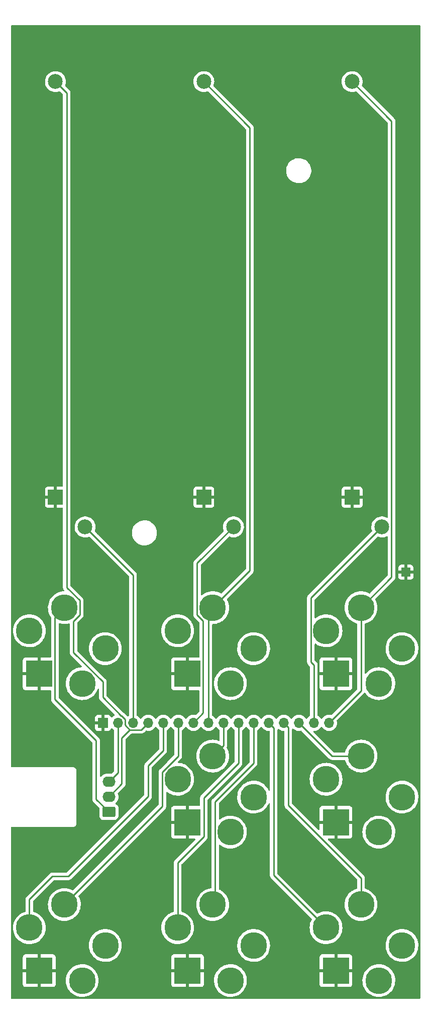
<source format=gtl>
G04 #@! TF.GenerationSoftware,KiCad,Pcbnew,6.0.2-378541a8eb~116~ubuntu20.04.1*
G04 #@! TF.CreationDate,2022-03-12T17:00:33-05:00*
G04 #@! TF.ProjectId,attenuverters_b2,61747465-6e75-4766-9572-746572735f62,rev?*
G04 #@! TF.SameCoordinates,Original*
G04 #@! TF.FileFunction,Copper,L1,Top*
G04 #@! TF.FilePolarity,Positive*
%FSLAX46Y46*%
G04 Gerber Fmt 4.6, Leading zero omitted, Abs format (unit mm)*
G04 Created by KiCad (PCBNEW 6.0.2-378541a8eb~116~ubuntu20.04.1) date 2022-03-12 17:00:33*
%MOMM*%
%LPD*%
G01*
G04 APERTURE LIST*
G04 Aperture macros list*
%AMRoundRect*
0 Rectangle with rounded corners*
0 $1 Rounding radius*
0 $2 $3 $4 $5 $6 $7 $8 $9 X,Y pos of 4 corners*
0 Add a 4 corners polygon primitive as box body*
4,1,4,$2,$3,$4,$5,$6,$7,$8,$9,$2,$3,0*
0 Add four circle primitives for the rounded corners*
1,1,$1+$1,$2,$3*
1,1,$1+$1,$4,$5*
1,1,$1+$1,$6,$7*
1,1,$1+$1,$8,$9*
0 Add four rect primitives between the rounded corners*
20,1,$1+$1,$2,$3,$4,$5,0*
20,1,$1+$1,$4,$5,$6,$7,0*
20,1,$1+$1,$6,$7,$8,$9,0*
20,1,$1+$1,$8,$9,$2,$3,0*%
G04 Aperture macros list end*
G04 #@! TA.AperFunction,ComponentPad*
%ADD10R,2.500000X2.500000*%
G04 #@! TD*
G04 #@! TA.AperFunction,ComponentPad*
%ADD11C,2.500000*%
G04 #@! TD*
G04 #@! TA.AperFunction,ComponentPad*
%ADD12C,4.500001*%
G04 #@! TD*
G04 #@! TA.AperFunction,ComponentPad*
%ADD13R,4.500001X4.500001*%
G04 #@! TD*
G04 #@! TA.AperFunction,ComponentPad*
%ADD14C,4.500000*%
G04 #@! TD*
G04 #@! TA.AperFunction,ComponentPad*
%ADD15R,1.500000X1.500000*%
G04 #@! TD*
G04 #@! TA.AperFunction,ComponentPad*
%ADD16RoundRect,0.250000X0.850000X-0.620000X0.850000X0.620000X-0.850000X0.620000X-0.850000X-0.620000X0*%
G04 #@! TD*
G04 #@! TA.AperFunction,ComponentPad*
%ADD17O,2.200000X1.740000*%
G04 #@! TD*
G04 #@! TA.AperFunction,ComponentPad*
%ADD18R,1.700000X1.700000*%
G04 #@! TD*
G04 #@! TA.AperFunction,ComponentPad*
%ADD19O,1.700000X1.700000*%
G04 #@! TD*
G04 #@! TA.AperFunction,Conductor*
%ADD20C,0.250000*%
G04 #@! TD*
G04 APERTURE END LIST*
D10*
G04 #@! TO.P,RV2,1,1*
G04 #@! TO.N,Board_0-GND1*
X147999999Y-97499997D03*
D11*
G04 #@! TO.P,RV2,2,2*
G04 #@! TO.N,Board_0-NONINV2_P*
X152999999Y-102499997D03*
G04 #@! TO.P,RV2,3,3*
G04 #@! TO.N,Board_0-INV2_P*
X147999999Y-27499997D03*
G04 #@! TD*
D10*
G04 #@! TO.P,RV1,1,1*
G04 #@! TO.N,Board_0-GND1*
X122999999Y-97499997D03*
D11*
G04 #@! TO.P,RV1,2,2*
G04 #@! TO.N,Board_0-NONINV1_P*
X127999999Y-102499997D03*
G04 #@! TO.P,RV1,3,3*
G04 #@! TO.N,Board_0-INV1_P*
X122999999Y-27499997D03*
G04 #@! TD*
D12*
G04 #@! TO.P,J13,R*
G04 #@! TO.N,N/C*
X181399999Y-147999997D03*
G04 #@! TO.P,J13,RN*
X177499999Y-153899997D03*
D13*
G04 #@! TO.P,J13,S*
G04 #@! TO.N,Board_0-GND1*
X170259999Y-152239997D03*
D14*
G04 #@! TO.P,J13,T*
G04 #@! TO.N,Board_0-OUT~{SUM}_P*
X174499999Y-141099997D03*
G04 #@! TO.P,J13,TN*
G04 #@! TO.N,N/C*
X168599999Y-144999997D03*
G04 #@! TD*
D12*
G04 #@! TO.P,J12,R*
G04 #@! TO.N,N/C*
X156399999Y-147999997D03*
G04 #@! TO.P,J12,RN*
X152499999Y-153899997D03*
D13*
G04 #@! TO.P,J12,S*
G04 #@! TO.N,Board_0-GND1*
X145259999Y-152239997D03*
D14*
G04 #@! TO.P,J12,T*
G04 #@! TO.N,Board_0-OUTSUM_P*
X149499999Y-141099997D03*
G04 #@! TO.P,J12,TN*
G04 #@! TO.N,N/C*
X143599999Y-144999997D03*
G04 #@! TD*
D15*
G04 #@! TO.P,TP4,1,1*
G04 #@! TO.N,Board_0-GND1*
X182079999Y-110129997D03*
G04 #@! TD*
D12*
G04 #@! TO.P,J3,R*
G04 #@! TO.N,N/C*
X131399999Y-122999997D03*
G04 #@! TO.P,J3,RN*
X127499999Y-128899997D03*
D13*
G04 #@! TO.P,J3,S*
G04 #@! TO.N,Board_0-GND1*
X120259999Y-127239997D03*
D14*
G04 #@! TO.P,J3,T*
G04 #@! TO.N,Board_0-Net-(J3-PadT)*
X124499999Y-116099997D03*
G04 #@! TO.P,J3,TN*
G04 #@! TO.N,N/C*
X118599999Y-119999997D03*
G04 #@! TD*
D12*
G04 #@! TO.P,J9,R*
G04 #@! TO.N,N/C*
X131399999Y-172999997D03*
G04 #@! TO.P,J9,RN*
X127499999Y-178899997D03*
D13*
G04 #@! TO.P,J9,S*
G04 #@! TO.N,Board_0-GND1*
X120259999Y-177239997D03*
D14*
G04 #@! TO.P,J9,T*
G04 #@! TO.N,Board_0-OUT1_P*
X124499999Y-166099997D03*
G04 #@! TO.P,J9,TN*
G04 #@! TO.N,Board_0-SUM1_P*
X118599999Y-169999997D03*
G04 #@! TD*
D10*
G04 #@! TO.P,RV3,1,1*
G04 #@! TO.N,Board_0-GND1*
X172999999Y-97499997D03*
D11*
G04 #@! TO.P,RV3,2,2*
G04 #@! TO.N,Board_0-NONINV3_P*
X177999999Y-102499997D03*
G04 #@! TO.P,RV3,3,3*
G04 #@! TO.N,Board_0-INV3_P*
X172999999Y-27499997D03*
G04 #@! TD*
D12*
G04 #@! TO.P,J4,R*
G04 #@! TO.N,N/C*
X156399999Y-122999997D03*
G04 #@! TO.P,J4,RN*
X152499999Y-128899997D03*
D13*
G04 #@! TO.P,J4,S*
G04 #@! TO.N,Board_0-GND1*
X145259999Y-127239997D03*
D14*
G04 #@! TO.P,J4,T*
G04 #@! TO.N,Board_0-INV2_P*
X149499999Y-116099997D03*
G04 #@! TO.P,J4,TN*
G04 #@! TO.N,N/C*
X143599999Y-119999997D03*
G04 #@! TD*
D12*
G04 #@! TO.P,J10,R*
G04 #@! TO.N,N/C*
X156399999Y-172999997D03*
G04 #@! TO.P,J10,RN*
X152499999Y-178899997D03*
D13*
G04 #@! TO.P,J10,S*
G04 #@! TO.N,Board_0-GND1*
X145259999Y-177239997D03*
D14*
G04 #@! TO.P,J10,T*
G04 #@! TO.N,Board_0-OUT2_P*
X149499999Y-166099997D03*
G04 #@! TO.P,J10,TN*
G04 #@! TO.N,Board_0-SUM2_P*
X143599999Y-169999997D03*
G04 #@! TD*
D12*
G04 #@! TO.P,J5,R*
G04 #@! TO.N,N/C*
X181399999Y-122999997D03*
G04 #@! TO.P,J5,RN*
X177499999Y-128899997D03*
D13*
G04 #@! TO.P,J5,S*
G04 #@! TO.N,Board_0-GND1*
X170259999Y-127239997D03*
D14*
G04 #@! TO.P,J5,T*
G04 #@! TO.N,Board_0-INV3_P*
X174499999Y-116099997D03*
G04 #@! TO.P,J5,TN*
G04 #@! TO.N,N/C*
X168599999Y-119999997D03*
G04 #@! TD*
D12*
G04 #@! TO.P,J11,R*
G04 #@! TO.N,N/C*
X181399999Y-172999997D03*
G04 #@! TO.P,J11,RN*
X177499999Y-178899997D03*
D13*
G04 #@! TO.P,J11,S*
G04 #@! TO.N,Board_0-GND1*
X170259999Y-177239997D03*
D14*
G04 #@! TO.P,J11,T*
G04 #@! TO.N,Board_0-OUT3_P*
X174499999Y-166099997D03*
G04 #@! TO.P,J11,TN*
G04 #@! TO.N,Board_0-SUM3_P*
X168599999Y-169999997D03*
G04 #@! TD*
D16*
G04 #@! TO.P,J6,1,Pin_1*
G04 #@! TO.N,Board_0-Net-(J3-PadT)*
X131999999Y-150499997D03*
D17*
G04 #@! TO.P,J6,2,Pin_2*
G04 #@! TO.N,Board_0-INV1_P*
X131999999Y-147959997D03*
G04 #@! TO.P,J6,3,Pin_3*
G04 #@! TO.N,Board_0-10V_REF_P*
X131999999Y-145419997D03*
G04 #@! TD*
D18*
G04 #@! TO.P,J2,1,Pin_1*
G04 #@! TO.N,Board_0-GND1*
X130999999Y-135499997D03*
D19*
G04 #@! TO.P,J2,2,Pin_2*
G04 #@! TO.N,Board_0-10V_REF_P*
X133539999Y-135499997D03*
G04 #@! TO.P,J2,3,Pin_3*
G04 #@! TO.N,Board_0-NONINV1_P*
X136079999Y-135499997D03*
G04 #@! TO.P,J2,4,Pin_4*
G04 #@! TO.N,Board_0-INV1_P*
X138619999Y-135499997D03*
G04 #@! TO.P,J2,5,Pin_5*
G04 #@! TO.N,Board_0-SUM1_P*
X141159999Y-135499997D03*
G04 #@! TO.P,J2,6,Pin_6*
G04 #@! TO.N,Board_0-OUT1_P*
X143699999Y-135499997D03*
G04 #@! TO.P,J2,7,Pin_7*
G04 #@! TO.N,Board_0-NONINV2_P*
X146239999Y-135499997D03*
G04 #@! TO.P,J2,8,Pin_8*
G04 #@! TO.N,Board_0-INV2_P*
X148779999Y-135499997D03*
G04 #@! TO.P,J2,9,Pin_9*
G04 #@! TO.N,Board_0-OUTSUM_P*
X151319999Y-135499997D03*
G04 #@! TO.P,J2,10,Pin_10*
G04 #@! TO.N,Board_0-SUM2_P*
X153859999Y-135499997D03*
G04 #@! TO.P,J2,11,Pin_11*
G04 #@! TO.N,Board_0-OUT2_P*
X156399999Y-135499997D03*
G04 #@! TO.P,J2,12,Pin_12*
G04 #@! TO.N,Board_0-SUM3_P*
X158939999Y-135499997D03*
G04 #@! TO.P,J2,13,Pin_13*
G04 #@! TO.N,Board_0-OUT3_P*
X161479999Y-135499997D03*
G04 #@! TO.P,J2,14,Pin_14*
G04 #@! TO.N,Board_0-OUT~{SUM}_P*
X164019999Y-135499997D03*
G04 #@! TO.P,J2,15,Pin_15*
G04 #@! TO.N,Board_0-NONINV3_P*
X166559999Y-135499997D03*
G04 #@! TO.P,J2,16,Pin_16*
G04 #@! TO.N,Board_0-INV3_P*
X169099999Y-135499997D03*
G04 #@! TD*
D20*
G04 #@! TO.N,Board_0-10V_REF_P*
X131999999Y-145419997D02*
X133539999Y-143879997D01*
X133539999Y-143879997D02*
X133539999Y-135499997D01*
G04 #@! TO.N,Board_0-INV1_P*
X130985998Y-131226996D02*
X134083998Y-134324996D01*
X134174999Y-138015997D02*
X134174999Y-145784997D01*
X126046999Y-123635995D02*
X130985998Y-128574994D01*
X135515998Y-136674998D02*
X137444998Y-136674998D01*
X135515998Y-136674998D02*
X134174999Y-138015997D01*
X124903999Y-29403997D02*
X124903999Y-112692995D01*
X134715000Y-134935996D02*
X134715000Y-135874000D01*
X134104000Y-134324996D02*
X134715000Y-134935996D01*
X134715000Y-135874000D02*
X135515998Y-136674998D01*
X127075000Y-114863996D02*
X127075000Y-117335998D01*
X134174999Y-145784997D02*
X131999999Y-147959997D01*
X134083998Y-134324996D02*
X134104000Y-134324996D01*
X137444998Y-136674998D02*
X138619999Y-135499997D01*
X126046999Y-118363999D02*
X126046999Y-123635995D01*
X127075000Y-117335998D02*
X126046999Y-118363999D01*
X124903999Y-112692995D02*
X127075000Y-114863996D01*
X130985998Y-128574994D02*
X130985998Y-131226996D01*
X122999999Y-27499997D02*
X124903999Y-29403997D01*
G04 #@! TO.N,Board_0-INV2_P*
X155764999Y-109834997D02*
X155764999Y-35264997D01*
X155764999Y-35264997D02*
X147999999Y-27499997D01*
X149499999Y-116099997D02*
X155764999Y-109834997D01*
X148779999Y-135499997D02*
X148779999Y-116819997D01*
G04 #@! TO.N,Board_0-INV3_P*
X179640999Y-110958997D02*
X179640999Y-34140997D01*
X174499999Y-130099997D02*
X169099999Y-135499997D01*
X179640999Y-34140997D02*
X172999999Y-27499997D01*
X174499999Y-116099997D02*
X174499999Y-130099997D01*
X174499999Y-116099997D02*
X179640999Y-110958997D01*
G04 #@! TO.N,Board_0-NONINV1_P*
X136079999Y-110579997D02*
X127999999Y-102499997D01*
X136079999Y-135499997D02*
X136079999Y-110579997D01*
G04 #@! TO.N,Board_0-NONINV2_P*
X147885001Y-118296001D02*
X146874999Y-117285999D01*
X147885001Y-133854995D02*
X147885001Y-118296001D01*
X146874999Y-108624997D02*
X152999999Y-102499997D01*
X146239999Y-135499997D02*
X147885001Y-133854995D01*
X146874999Y-117285999D02*
X146874999Y-108624997D01*
G04 #@! TO.N,Board_0-NONINV3_P*
X177999999Y-102499997D02*
X166055999Y-114443997D01*
X166055999Y-121266999D02*
X166055999Y-125260995D01*
X166055999Y-114443997D02*
X166055999Y-118732995D01*
X166055999Y-118732995D02*
X166024998Y-118763996D01*
X166559999Y-125764995D02*
X166559999Y-135499997D01*
X166055999Y-125260995D02*
X166559999Y-125764995D01*
X166024998Y-121235998D02*
X166055999Y-121266999D01*
X166024998Y-118763996D02*
X166024998Y-121235998D01*
G04 #@! TO.N,Board_0-Net-(J3-PadT)*
X122885001Y-131534995D02*
X122885001Y-117714995D01*
X129856999Y-148356997D02*
X129856999Y-138506993D01*
X122885001Y-117714995D02*
X124499999Y-116099997D01*
X131999999Y-150499997D02*
X129856999Y-148356997D01*
X129856999Y-138506993D02*
X122885001Y-131534995D01*
G04 #@! TO.N,Board_0-OUT1_P*
X143699999Y-141088995D02*
X141024998Y-143763996D01*
X141024998Y-149574998D02*
X124499999Y-166099997D01*
X141024998Y-143763996D02*
X141024998Y-149574998D01*
X143699999Y-135499997D02*
X143699999Y-141088995D01*
G04 #@! TO.N,Board_0-OUT2_P*
X156399999Y-142297997D02*
X156399999Y-135499997D01*
X149924998Y-155135998D02*
X149924998Y-152663996D01*
X149926999Y-165672997D02*
X149926999Y-155137999D01*
X149926999Y-155137999D02*
X149924998Y-155135998D01*
X149926999Y-152661995D02*
X149926999Y-148770997D01*
X149924998Y-152663996D02*
X149926999Y-152661995D01*
X149926999Y-148770997D02*
X156399999Y-142297997D01*
G04 #@! TO.N,Board_0-OUT3_P*
X162245999Y-136265997D02*
X161479999Y-135499997D01*
X174499999Y-166099997D02*
X174499999Y-161655000D01*
X162245999Y-149401000D02*
X162245999Y-136265997D01*
X174499999Y-161655000D02*
X162245999Y-149401000D01*
G04 #@! TO.N,Board_0-OUTSUM_P*
X149499999Y-141099997D02*
X151319999Y-139279997D01*
X151319999Y-139279997D02*
X151319999Y-135499997D01*
G04 #@! TO.N,Board_0-OUT~{SUM}_P*
X174499999Y-141099997D02*
X169619999Y-141099997D01*
X169619999Y-141099997D02*
X164019999Y-135499997D01*
G04 #@! TO.N,Board_0-SUM1_P*
X125169999Y-161343997D02*
X122494999Y-161343997D01*
X122494999Y-161343997D02*
X118599999Y-165238997D01*
X138623999Y-142674997D02*
X138623999Y-147889997D01*
X141159999Y-140138997D02*
X138623999Y-142674997D01*
X141159999Y-135499997D02*
X141159999Y-140138997D01*
X138623999Y-147889997D02*
X125169999Y-161343997D01*
X118599999Y-165238997D02*
X118599999Y-169999997D01*
G04 #@! TO.N,Board_0-SUM2_P*
X148021999Y-148135997D02*
X153859999Y-142297997D01*
X148021999Y-154619587D02*
X148021999Y-148135997D01*
X143599999Y-169999997D02*
X143599999Y-159041587D01*
X143599999Y-159041587D02*
X148021999Y-154619587D01*
X153859999Y-142297997D02*
X153859999Y-135499997D01*
G04 #@! TO.N,Board_0-SUM3_P*
X168599999Y-169999997D02*
X159789998Y-161189996D01*
X159789998Y-136349996D02*
X158939999Y-135499997D01*
X159789998Y-161189996D02*
X159789998Y-136349996D01*
G04 #@! TD*
G04 #@! TA.AperFunction,Conductor*
G04 #@! TO.N,Board_0-GND1*
G36*
X184434120Y-18027999D02*
G01*
X184480613Y-18081655D01*
X184491999Y-18133997D01*
X184491999Y-181865997D01*
X184471997Y-181934118D01*
X184418341Y-181980611D01*
X184365999Y-181991997D01*
X115633999Y-181991997D01*
X115565878Y-181971995D01*
X115519385Y-181918339D01*
X115507999Y-181865997D01*
X115507999Y-179534666D01*
X117502000Y-179534666D01*
X117502370Y-179541487D01*
X117507894Y-179592349D01*
X117511520Y-179607601D01*
X117556675Y-179728051D01*
X117565213Y-179743646D01*
X117641714Y-179845721D01*
X117654275Y-179858282D01*
X117756350Y-179934783D01*
X117771945Y-179943321D01*
X117892393Y-179988475D01*
X117907648Y-179992102D01*
X117958513Y-179997628D01*
X117965327Y-179997997D01*
X119987884Y-179997997D01*
X120003123Y-179993522D01*
X120004328Y-179992132D01*
X120005999Y-179984449D01*
X120005999Y-179979881D01*
X120513999Y-179979881D01*
X120518474Y-179995120D01*
X120519864Y-179996325D01*
X120527547Y-179997996D01*
X122554668Y-179997996D01*
X122561489Y-179997626D01*
X122612351Y-179992102D01*
X122627603Y-179988476D01*
X122748053Y-179943321D01*
X122763648Y-179934783D01*
X122865723Y-179858282D01*
X122878284Y-179845721D01*
X122954785Y-179743646D01*
X122963323Y-179728051D01*
X123008477Y-179607603D01*
X123012104Y-179592348D01*
X123017630Y-179541483D01*
X123017999Y-179534669D01*
X123017999Y-178871058D01*
X124736609Y-178871058D01*
X124753146Y-179203252D01*
X124753787Y-179206983D01*
X124753788Y-179206991D01*
X124768585Y-179293100D01*
X124809473Y-179531054D01*
X124810561Y-179534693D01*
X124810562Y-179534696D01*
X124903579Y-179845721D01*
X124904773Y-179849715D01*
X124906286Y-179853186D01*
X124906288Y-179853192D01*
X124997457Y-180062367D01*
X125037665Y-180154619D01*
X125206225Y-180441349D01*
X125208526Y-180444364D01*
X125405711Y-180702739D01*
X125405716Y-180702745D01*
X125408011Y-180705752D01*
X125640101Y-180943999D01*
X125899131Y-181152637D01*
X126181351Y-181328645D01*
X126482671Y-181469473D01*
X126798728Y-181573082D01*
X127124943Y-181637970D01*
X127128715Y-181638257D01*
X127128723Y-181638258D01*
X127452814Y-181662911D01*
X127452819Y-181662911D01*
X127456591Y-181663198D01*
X127788868Y-181648400D01*
X127793400Y-181647646D01*
X128113219Y-181594414D01*
X128113224Y-181594413D01*
X128116960Y-181593791D01*
X128436115Y-181500161D01*
X128439582Y-181498671D01*
X128439586Y-181498670D01*
X128738227Y-181370363D01*
X128738229Y-181370362D01*
X128741711Y-181368866D01*
X129029320Y-181201810D01*
X129032342Y-181199529D01*
X129032346Y-181199526D01*
X129291752Y-181003694D01*
X129291753Y-181003693D01*
X129294776Y-181001411D01*
X129534234Y-180770572D01*
X129744226Y-180512638D01*
X129921709Y-180231344D01*
X130064113Y-179930764D01*
X130169376Y-179615254D01*
X130185845Y-179534666D01*
X142502000Y-179534666D01*
X142502370Y-179541487D01*
X142507894Y-179592349D01*
X142511520Y-179607601D01*
X142556675Y-179728051D01*
X142565213Y-179743646D01*
X142641714Y-179845721D01*
X142654275Y-179858282D01*
X142756350Y-179934783D01*
X142771945Y-179943321D01*
X142892393Y-179988475D01*
X142907648Y-179992102D01*
X142958513Y-179997628D01*
X142965327Y-179997997D01*
X144987884Y-179997997D01*
X145003123Y-179993522D01*
X145004328Y-179992132D01*
X145005999Y-179984449D01*
X145005999Y-179979881D01*
X145513999Y-179979881D01*
X145518474Y-179995120D01*
X145519864Y-179996325D01*
X145527547Y-179997996D01*
X147554668Y-179997996D01*
X147561489Y-179997626D01*
X147612351Y-179992102D01*
X147627603Y-179988476D01*
X147748053Y-179943321D01*
X147763648Y-179934783D01*
X147865723Y-179858282D01*
X147878284Y-179845721D01*
X147954785Y-179743646D01*
X147963323Y-179728051D01*
X148008477Y-179607603D01*
X148012104Y-179592348D01*
X148017630Y-179541483D01*
X148017999Y-179534669D01*
X148017999Y-178871058D01*
X149736609Y-178871058D01*
X149753146Y-179203252D01*
X149753787Y-179206983D01*
X149753788Y-179206991D01*
X149768585Y-179293100D01*
X149809473Y-179531054D01*
X149810561Y-179534693D01*
X149810562Y-179534696D01*
X149903579Y-179845721D01*
X149904773Y-179849715D01*
X149906286Y-179853186D01*
X149906288Y-179853192D01*
X149997457Y-180062367D01*
X150037665Y-180154619D01*
X150206225Y-180441349D01*
X150208526Y-180444364D01*
X150405711Y-180702739D01*
X150405716Y-180702745D01*
X150408011Y-180705752D01*
X150640101Y-180943999D01*
X150899131Y-181152637D01*
X151181351Y-181328645D01*
X151482671Y-181469473D01*
X151798728Y-181573082D01*
X152124943Y-181637970D01*
X152128715Y-181638257D01*
X152128723Y-181638258D01*
X152452814Y-181662911D01*
X152452819Y-181662911D01*
X152456591Y-181663198D01*
X152788868Y-181648400D01*
X152793400Y-181647646D01*
X153113219Y-181594414D01*
X153113224Y-181594413D01*
X153116960Y-181593791D01*
X153436115Y-181500161D01*
X153439582Y-181498671D01*
X153439586Y-181498670D01*
X153738227Y-181370363D01*
X153738229Y-181370362D01*
X153741711Y-181368866D01*
X154029320Y-181201810D01*
X154032342Y-181199529D01*
X154032346Y-181199526D01*
X154291752Y-181003694D01*
X154291753Y-181003693D01*
X154294776Y-181001411D01*
X154534234Y-180770572D01*
X154744226Y-180512638D01*
X154921709Y-180231344D01*
X155064113Y-179930764D01*
X155169376Y-179615254D01*
X155185845Y-179534666D01*
X167502000Y-179534666D01*
X167502370Y-179541487D01*
X167507894Y-179592349D01*
X167511520Y-179607601D01*
X167556675Y-179728051D01*
X167565213Y-179743646D01*
X167641714Y-179845721D01*
X167654275Y-179858282D01*
X167756350Y-179934783D01*
X167771945Y-179943321D01*
X167892393Y-179988475D01*
X167907648Y-179992102D01*
X167958513Y-179997628D01*
X167965327Y-179997997D01*
X169987884Y-179997997D01*
X170003123Y-179993522D01*
X170004328Y-179992132D01*
X170005999Y-179984449D01*
X170005999Y-179979881D01*
X170513999Y-179979881D01*
X170518474Y-179995120D01*
X170519864Y-179996325D01*
X170527547Y-179997996D01*
X172554668Y-179997996D01*
X172561489Y-179997626D01*
X172612351Y-179992102D01*
X172627603Y-179988476D01*
X172748053Y-179943321D01*
X172763648Y-179934783D01*
X172865723Y-179858282D01*
X172878284Y-179845721D01*
X172954785Y-179743646D01*
X172963323Y-179728051D01*
X173008477Y-179607603D01*
X173012104Y-179592348D01*
X173017630Y-179541483D01*
X173017999Y-179534669D01*
X173017999Y-178871058D01*
X174736609Y-178871058D01*
X174753146Y-179203252D01*
X174753787Y-179206983D01*
X174753788Y-179206991D01*
X174768585Y-179293100D01*
X174809473Y-179531054D01*
X174810561Y-179534693D01*
X174810562Y-179534696D01*
X174903579Y-179845721D01*
X174904773Y-179849715D01*
X174906286Y-179853186D01*
X174906288Y-179853192D01*
X174997457Y-180062367D01*
X175037665Y-180154619D01*
X175206225Y-180441349D01*
X175208526Y-180444364D01*
X175405711Y-180702739D01*
X175405716Y-180702745D01*
X175408011Y-180705752D01*
X175640101Y-180943999D01*
X175899131Y-181152637D01*
X176181351Y-181328645D01*
X176482671Y-181469473D01*
X176798728Y-181573082D01*
X177124943Y-181637970D01*
X177128715Y-181638257D01*
X177128723Y-181638258D01*
X177452814Y-181662911D01*
X177452819Y-181662911D01*
X177456591Y-181663198D01*
X177788868Y-181648400D01*
X177793400Y-181647646D01*
X178113219Y-181594414D01*
X178113224Y-181594413D01*
X178116960Y-181593791D01*
X178436115Y-181500161D01*
X178439582Y-181498671D01*
X178439586Y-181498670D01*
X178738227Y-181370363D01*
X178738229Y-181370362D01*
X178741711Y-181368866D01*
X179029320Y-181201810D01*
X179032342Y-181199529D01*
X179032346Y-181199526D01*
X179291752Y-181003694D01*
X179291753Y-181003693D01*
X179294776Y-181001411D01*
X179534234Y-180770572D01*
X179744226Y-180512638D01*
X179921709Y-180231344D01*
X180064113Y-179930764D01*
X180169376Y-179615254D01*
X180235971Y-179289383D01*
X180262935Y-178957872D01*
X180263541Y-178899997D01*
X180262025Y-178874850D01*
X180243754Y-178571769D01*
X180243753Y-178571762D01*
X180243526Y-178567994D01*
X180183769Y-178240800D01*
X180085138Y-177923154D01*
X179949060Y-177619659D01*
X179864107Y-177478552D01*
X179779465Y-177337963D01*
X179779461Y-177337957D01*
X179777506Y-177334710D01*
X179775179Y-177331726D01*
X179775174Y-177331719D01*
X179575293Y-177075422D01*
X179575287Y-177075415D01*
X179572962Y-177072434D01*
X179338391Y-176836631D01*
X179077190Y-176630717D01*
X178793143Y-176457674D01*
X178672045Y-176402614D01*
X178493816Y-176321577D01*
X178493808Y-176321574D01*
X178490364Y-176320008D01*
X178173239Y-176219715D01*
X177950895Y-176177903D01*
X177850086Y-176158946D01*
X177850084Y-176158946D01*
X177846363Y-176158246D01*
X177514469Y-176136493D01*
X177510689Y-176136701D01*
X177510688Y-176136701D01*
X177412917Y-176142082D01*
X177182365Y-176154770D01*
X177178638Y-176155431D01*
X177178634Y-176155431D01*
X176919509Y-176201355D01*
X176854863Y-176212812D01*
X176851238Y-176213917D01*
X176851233Y-176213918D01*
X176643682Y-176277175D01*
X176536706Y-176309779D01*
X176533242Y-176311310D01*
X176533235Y-176311313D01*
X176346050Y-176394067D01*
X176232502Y-176444266D01*
X176229248Y-176446202D01*
X176229242Y-176446205D01*
X175949917Y-176612386D01*
X175946658Y-176614325D01*
X175683315Y-176817493D01*
X175446287Y-177050826D01*
X175239008Y-177310946D01*
X175064480Y-177594083D01*
X174925231Y-177896137D01*
X174924072Y-177899737D01*
X174924069Y-177899744D01*
X174915367Y-177926768D01*
X174823279Y-178212732D01*
X174760099Y-178539282D01*
X174759832Y-178543058D01*
X174759831Y-178543063D01*
X174758066Y-178567994D01*
X174736609Y-178871058D01*
X173017999Y-178871058D01*
X173017999Y-177512112D01*
X173013524Y-177496873D01*
X173012134Y-177495668D01*
X173004451Y-177493997D01*
X170532114Y-177493997D01*
X170516875Y-177498472D01*
X170515670Y-177499862D01*
X170513999Y-177507545D01*
X170513999Y-179979881D01*
X170005999Y-179979881D01*
X170005999Y-177512112D01*
X170001524Y-177496873D01*
X170000134Y-177495668D01*
X169992451Y-177493997D01*
X167520115Y-177493997D01*
X167504876Y-177498472D01*
X167503671Y-177499862D01*
X167502000Y-177507545D01*
X167502000Y-179534666D01*
X155185845Y-179534666D01*
X155235971Y-179289383D01*
X155262935Y-178957872D01*
X155263541Y-178899997D01*
X155262025Y-178874850D01*
X155243754Y-178571769D01*
X155243753Y-178571762D01*
X155243526Y-178567994D01*
X155183769Y-178240800D01*
X155085138Y-177923154D01*
X154949060Y-177619659D01*
X154864107Y-177478552D01*
X154779465Y-177337963D01*
X154779461Y-177337957D01*
X154777506Y-177334710D01*
X154775179Y-177331726D01*
X154775174Y-177331719D01*
X154575293Y-177075422D01*
X154575287Y-177075415D01*
X154572962Y-177072434D01*
X154468956Y-176967882D01*
X167501999Y-176967882D01*
X167506474Y-176983121D01*
X167507864Y-176984326D01*
X167515547Y-176985997D01*
X169987884Y-176985997D01*
X170003123Y-176981522D01*
X170004328Y-176980132D01*
X170005999Y-176972449D01*
X170005999Y-176967882D01*
X170513999Y-176967882D01*
X170518474Y-176983121D01*
X170519864Y-176984326D01*
X170527547Y-176985997D01*
X172999883Y-176985997D01*
X173015122Y-176981522D01*
X173016327Y-176980132D01*
X173017998Y-176972449D01*
X173017998Y-174945328D01*
X173017628Y-174938507D01*
X173012104Y-174887645D01*
X173008478Y-174872393D01*
X172963323Y-174751943D01*
X172954785Y-174736348D01*
X172878284Y-174634273D01*
X172865723Y-174621712D01*
X172763648Y-174545211D01*
X172748053Y-174536673D01*
X172627605Y-174491519D01*
X172612350Y-174487892D01*
X172561485Y-174482366D01*
X172554671Y-174481997D01*
X170532114Y-174481997D01*
X170516875Y-174486472D01*
X170515670Y-174487862D01*
X170513999Y-174495545D01*
X170513999Y-176967882D01*
X170005999Y-176967882D01*
X170005999Y-174500113D01*
X170001524Y-174484874D01*
X170000134Y-174483669D01*
X169992451Y-174481998D01*
X167965330Y-174481998D01*
X167958509Y-174482368D01*
X167907647Y-174487892D01*
X167892395Y-174491518D01*
X167771945Y-174536673D01*
X167756350Y-174545211D01*
X167654275Y-174621712D01*
X167641714Y-174634273D01*
X167565213Y-174736348D01*
X167556675Y-174751943D01*
X167511521Y-174872391D01*
X167507894Y-174887646D01*
X167502368Y-174938511D01*
X167501999Y-174945325D01*
X167501999Y-176967882D01*
X154468956Y-176967882D01*
X154338391Y-176836631D01*
X154077190Y-176630717D01*
X153793143Y-176457674D01*
X153672045Y-176402614D01*
X153493816Y-176321577D01*
X153493808Y-176321574D01*
X153490364Y-176320008D01*
X153173239Y-176219715D01*
X152950895Y-176177903D01*
X152850086Y-176158946D01*
X152850084Y-176158946D01*
X152846363Y-176158246D01*
X152514469Y-176136493D01*
X152510689Y-176136701D01*
X152510688Y-176136701D01*
X152412917Y-176142082D01*
X152182365Y-176154770D01*
X152178638Y-176155431D01*
X152178634Y-176155431D01*
X151919509Y-176201355D01*
X151854863Y-176212812D01*
X151851238Y-176213917D01*
X151851233Y-176213918D01*
X151643682Y-176277175D01*
X151536706Y-176309779D01*
X151533242Y-176311310D01*
X151533235Y-176311313D01*
X151346050Y-176394067D01*
X151232502Y-176444266D01*
X151229248Y-176446202D01*
X151229242Y-176446205D01*
X150949917Y-176612386D01*
X150946658Y-176614325D01*
X150683315Y-176817493D01*
X150446287Y-177050826D01*
X150239008Y-177310946D01*
X150064480Y-177594083D01*
X149925231Y-177896137D01*
X149924072Y-177899737D01*
X149924069Y-177899744D01*
X149915367Y-177926768D01*
X149823279Y-178212732D01*
X149760099Y-178539282D01*
X149759832Y-178543058D01*
X149759831Y-178543063D01*
X149758066Y-178567994D01*
X149736609Y-178871058D01*
X148017999Y-178871058D01*
X148017999Y-177512112D01*
X148013524Y-177496873D01*
X148012134Y-177495668D01*
X148004451Y-177493997D01*
X145532114Y-177493997D01*
X145516875Y-177498472D01*
X145515670Y-177499862D01*
X145513999Y-177507545D01*
X145513999Y-179979881D01*
X145005999Y-179979881D01*
X145005999Y-177512112D01*
X145001524Y-177496873D01*
X145000134Y-177495668D01*
X144992451Y-177493997D01*
X142520115Y-177493997D01*
X142504876Y-177498472D01*
X142503671Y-177499862D01*
X142502000Y-177507545D01*
X142502000Y-179534666D01*
X130185845Y-179534666D01*
X130235971Y-179289383D01*
X130262935Y-178957872D01*
X130263541Y-178899997D01*
X130262025Y-178874850D01*
X130243754Y-178571769D01*
X130243753Y-178571762D01*
X130243526Y-178567994D01*
X130183769Y-178240800D01*
X130085138Y-177923154D01*
X129949060Y-177619659D01*
X129864107Y-177478552D01*
X129779465Y-177337963D01*
X129779461Y-177337957D01*
X129777506Y-177334710D01*
X129775179Y-177331726D01*
X129775174Y-177331719D01*
X129575293Y-177075422D01*
X129575287Y-177075415D01*
X129572962Y-177072434D01*
X129468956Y-176967882D01*
X142501999Y-176967882D01*
X142506474Y-176983121D01*
X142507864Y-176984326D01*
X142515547Y-176985997D01*
X144987884Y-176985997D01*
X145003123Y-176981522D01*
X145004328Y-176980132D01*
X145005999Y-176972449D01*
X145005999Y-176967882D01*
X145513999Y-176967882D01*
X145518474Y-176983121D01*
X145519864Y-176984326D01*
X145527547Y-176985997D01*
X147999883Y-176985997D01*
X148015122Y-176981522D01*
X148016327Y-176980132D01*
X148017998Y-176972449D01*
X148017998Y-174945328D01*
X148017628Y-174938507D01*
X148012104Y-174887645D01*
X148008478Y-174872393D01*
X147963323Y-174751943D01*
X147954785Y-174736348D01*
X147878284Y-174634273D01*
X147865723Y-174621712D01*
X147763648Y-174545211D01*
X147748053Y-174536673D01*
X147627605Y-174491519D01*
X147612350Y-174487892D01*
X147561485Y-174482366D01*
X147554671Y-174481997D01*
X145532114Y-174481997D01*
X145516875Y-174486472D01*
X145515670Y-174487862D01*
X145513999Y-174495545D01*
X145513999Y-176967882D01*
X145005999Y-176967882D01*
X145005999Y-174500113D01*
X145001524Y-174484874D01*
X145000134Y-174483669D01*
X144992451Y-174481998D01*
X142965330Y-174481998D01*
X142958509Y-174482368D01*
X142907647Y-174487892D01*
X142892395Y-174491518D01*
X142771945Y-174536673D01*
X142756350Y-174545211D01*
X142654275Y-174621712D01*
X142641714Y-174634273D01*
X142565213Y-174736348D01*
X142556675Y-174751943D01*
X142511521Y-174872391D01*
X142507894Y-174887646D01*
X142502368Y-174938511D01*
X142501999Y-174945325D01*
X142501999Y-176967882D01*
X129468956Y-176967882D01*
X129338391Y-176836631D01*
X129077190Y-176630717D01*
X128793143Y-176457674D01*
X128672045Y-176402614D01*
X128493816Y-176321577D01*
X128493808Y-176321574D01*
X128490364Y-176320008D01*
X128173239Y-176219715D01*
X127950895Y-176177903D01*
X127850086Y-176158946D01*
X127850084Y-176158946D01*
X127846363Y-176158246D01*
X127514469Y-176136493D01*
X127510689Y-176136701D01*
X127510688Y-176136701D01*
X127412917Y-176142082D01*
X127182365Y-176154770D01*
X127178638Y-176155431D01*
X127178634Y-176155431D01*
X126919509Y-176201355D01*
X126854863Y-176212812D01*
X126851238Y-176213917D01*
X126851233Y-176213918D01*
X126643682Y-176277175D01*
X126536706Y-176309779D01*
X126533242Y-176311310D01*
X126533235Y-176311313D01*
X126346050Y-176394067D01*
X126232502Y-176444266D01*
X126229248Y-176446202D01*
X126229242Y-176446205D01*
X125949917Y-176612386D01*
X125946658Y-176614325D01*
X125683315Y-176817493D01*
X125446287Y-177050826D01*
X125239008Y-177310946D01*
X125064480Y-177594083D01*
X124925231Y-177896137D01*
X124924072Y-177899737D01*
X124924069Y-177899744D01*
X124915367Y-177926768D01*
X124823279Y-178212732D01*
X124760099Y-178539282D01*
X124759832Y-178543058D01*
X124759831Y-178543063D01*
X124758066Y-178567994D01*
X124736609Y-178871058D01*
X123017999Y-178871058D01*
X123017999Y-177512112D01*
X123013524Y-177496873D01*
X123012134Y-177495668D01*
X123004451Y-177493997D01*
X120532114Y-177493997D01*
X120516875Y-177498472D01*
X120515670Y-177499862D01*
X120513999Y-177507545D01*
X120513999Y-179979881D01*
X120005999Y-179979881D01*
X120005999Y-177512112D01*
X120001524Y-177496873D01*
X120000134Y-177495668D01*
X119992451Y-177493997D01*
X117520115Y-177493997D01*
X117504876Y-177498472D01*
X117503671Y-177499862D01*
X117502000Y-177507545D01*
X117502000Y-179534666D01*
X115507999Y-179534666D01*
X115507999Y-176967882D01*
X117501999Y-176967882D01*
X117506474Y-176983121D01*
X117507864Y-176984326D01*
X117515547Y-176985997D01*
X119987884Y-176985997D01*
X120003123Y-176981522D01*
X120004328Y-176980132D01*
X120005999Y-176972449D01*
X120005999Y-176967882D01*
X120513999Y-176967882D01*
X120518474Y-176983121D01*
X120519864Y-176984326D01*
X120527547Y-176985997D01*
X122999883Y-176985997D01*
X123015122Y-176981522D01*
X123016327Y-176980132D01*
X123017998Y-176972449D01*
X123017998Y-174945328D01*
X123017628Y-174938507D01*
X123012104Y-174887645D01*
X123008478Y-174872393D01*
X122963323Y-174751943D01*
X122954785Y-174736348D01*
X122878284Y-174634273D01*
X122865723Y-174621712D01*
X122763648Y-174545211D01*
X122748053Y-174536673D01*
X122627605Y-174491519D01*
X122612350Y-174487892D01*
X122561485Y-174482366D01*
X122554671Y-174481997D01*
X120532114Y-174481997D01*
X120516875Y-174486472D01*
X120515670Y-174487862D01*
X120513999Y-174495545D01*
X120513999Y-176967882D01*
X120005999Y-176967882D01*
X120005999Y-174500113D01*
X120001524Y-174484874D01*
X120000134Y-174483669D01*
X119992451Y-174481998D01*
X117965330Y-174481998D01*
X117958509Y-174482368D01*
X117907647Y-174487892D01*
X117892395Y-174491518D01*
X117771945Y-174536673D01*
X117756350Y-174545211D01*
X117654275Y-174621712D01*
X117641714Y-174634273D01*
X117565213Y-174736348D01*
X117556675Y-174751943D01*
X117511521Y-174872391D01*
X117507894Y-174887646D01*
X117502368Y-174938511D01*
X117501999Y-174945325D01*
X117501999Y-176967882D01*
X115507999Y-176967882D01*
X115507999Y-172971058D01*
X128636609Y-172971058D01*
X128653146Y-173303252D01*
X128653787Y-173306983D01*
X128653788Y-173306991D01*
X128668585Y-173393100D01*
X128709473Y-173631054D01*
X128804773Y-173949715D01*
X128806286Y-173953186D01*
X128806288Y-173953192D01*
X128897457Y-174162367D01*
X128937665Y-174254619D01*
X129106225Y-174541349D01*
X129108526Y-174544364D01*
X129305711Y-174802739D01*
X129305716Y-174802745D01*
X129308011Y-174805752D01*
X129540101Y-175043999D01*
X129799131Y-175252637D01*
X130081351Y-175428645D01*
X130382671Y-175569473D01*
X130698728Y-175673082D01*
X131024943Y-175737970D01*
X131028715Y-175738257D01*
X131028723Y-175738258D01*
X131352814Y-175762911D01*
X131352819Y-175762911D01*
X131356591Y-175763198D01*
X131688868Y-175748400D01*
X131693400Y-175747646D01*
X132013219Y-175694414D01*
X132013224Y-175694413D01*
X132016960Y-175693791D01*
X132336115Y-175600161D01*
X132339582Y-175598671D01*
X132339586Y-175598670D01*
X132638227Y-175470363D01*
X132638229Y-175470362D01*
X132641711Y-175468866D01*
X132929320Y-175301810D01*
X132932342Y-175299529D01*
X132932346Y-175299526D01*
X133191752Y-175103694D01*
X133191753Y-175103693D01*
X133194776Y-175101411D01*
X133363762Y-174938507D01*
X133431507Y-174873201D01*
X133431508Y-174873200D01*
X133434234Y-174870572D01*
X133644226Y-174612638D01*
X133821709Y-174331344D01*
X133964113Y-174030764D01*
X134069376Y-173715254D01*
X134135971Y-173389383D01*
X134162935Y-173057872D01*
X134163541Y-172999997D01*
X134162025Y-172974850D01*
X134161796Y-172971058D01*
X153636609Y-172971058D01*
X153653146Y-173303252D01*
X153653787Y-173306983D01*
X153653788Y-173306991D01*
X153668585Y-173393100D01*
X153709473Y-173631054D01*
X153804773Y-173949715D01*
X153806286Y-173953186D01*
X153806288Y-173953192D01*
X153897457Y-174162367D01*
X153937665Y-174254619D01*
X154106225Y-174541349D01*
X154108526Y-174544364D01*
X154305711Y-174802739D01*
X154305716Y-174802745D01*
X154308011Y-174805752D01*
X154540101Y-175043999D01*
X154799131Y-175252637D01*
X155081351Y-175428645D01*
X155382671Y-175569473D01*
X155698728Y-175673082D01*
X156024943Y-175737970D01*
X156028715Y-175738257D01*
X156028723Y-175738258D01*
X156352814Y-175762911D01*
X156352819Y-175762911D01*
X156356591Y-175763198D01*
X156688868Y-175748400D01*
X156693400Y-175747646D01*
X157013219Y-175694414D01*
X157013224Y-175694413D01*
X157016960Y-175693791D01*
X157336115Y-175600161D01*
X157339582Y-175598671D01*
X157339586Y-175598670D01*
X157638227Y-175470363D01*
X157638229Y-175470362D01*
X157641711Y-175468866D01*
X157929320Y-175301810D01*
X157932342Y-175299529D01*
X157932346Y-175299526D01*
X158191752Y-175103694D01*
X158191753Y-175103693D01*
X158194776Y-175101411D01*
X158363762Y-174938507D01*
X158431507Y-174873201D01*
X158431508Y-174873200D01*
X158434234Y-174870572D01*
X158644226Y-174612638D01*
X158821709Y-174331344D01*
X158964113Y-174030764D01*
X159069376Y-173715254D01*
X159135971Y-173389383D01*
X159162935Y-173057872D01*
X159163541Y-172999997D01*
X159162025Y-172974850D01*
X159161796Y-172971058D01*
X178636609Y-172971058D01*
X178653146Y-173303252D01*
X178653787Y-173306983D01*
X178653788Y-173306991D01*
X178668585Y-173393100D01*
X178709473Y-173631054D01*
X178804773Y-173949715D01*
X178806286Y-173953186D01*
X178806288Y-173953192D01*
X178897457Y-174162367D01*
X178937665Y-174254619D01*
X179106225Y-174541349D01*
X179108526Y-174544364D01*
X179305711Y-174802739D01*
X179305716Y-174802745D01*
X179308011Y-174805752D01*
X179540101Y-175043999D01*
X179799131Y-175252637D01*
X180081351Y-175428645D01*
X180382671Y-175569473D01*
X180698728Y-175673082D01*
X181024943Y-175737970D01*
X181028715Y-175738257D01*
X181028723Y-175738258D01*
X181352814Y-175762911D01*
X181352819Y-175762911D01*
X181356591Y-175763198D01*
X181688868Y-175748400D01*
X181693400Y-175747646D01*
X182013219Y-175694414D01*
X182013224Y-175694413D01*
X182016960Y-175693791D01*
X182336115Y-175600161D01*
X182339582Y-175598671D01*
X182339586Y-175598670D01*
X182638227Y-175470363D01*
X182638229Y-175470362D01*
X182641711Y-175468866D01*
X182929320Y-175301810D01*
X182932342Y-175299529D01*
X182932346Y-175299526D01*
X183191752Y-175103694D01*
X183191753Y-175103693D01*
X183194776Y-175101411D01*
X183363762Y-174938507D01*
X183431507Y-174873201D01*
X183431508Y-174873200D01*
X183434234Y-174870572D01*
X183644226Y-174612638D01*
X183821709Y-174331344D01*
X183964113Y-174030764D01*
X184069376Y-173715254D01*
X184135971Y-173389383D01*
X184162935Y-173057872D01*
X184163541Y-172999997D01*
X184162025Y-172974850D01*
X184143754Y-172671769D01*
X184143753Y-172671762D01*
X184143526Y-172667994D01*
X184106810Y-172466959D01*
X184084450Y-172344527D01*
X184084449Y-172344522D01*
X184083769Y-172340800D01*
X184072255Y-172303716D01*
X183991610Y-172043999D01*
X183985138Y-172023154D01*
X183849060Y-171719659D01*
X183741708Y-171541349D01*
X183679465Y-171437963D01*
X183679461Y-171437957D01*
X183677506Y-171434710D01*
X183675179Y-171431726D01*
X183675174Y-171431719D01*
X183475293Y-171175422D01*
X183475287Y-171175415D01*
X183472962Y-171172434D01*
X183238391Y-170936631D01*
X182977190Y-170730717D01*
X182693143Y-170557674D01*
X182572045Y-170502614D01*
X182393816Y-170421577D01*
X182393808Y-170421574D01*
X182390364Y-170420008D01*
X182073239Y-170319715D01*
X181850895Y-170277903D01*
X181750086Y-170258946D01*
X181750084Y-170258946D01*
X181746363Y-170258246D01*
X181414469Y-170236493D01*
X181410689Y-170236701D01*
X181410688Y-170236701D01*
X181312917Y-170242082D01*
X181082365Y-170254770D01*
X181078638Y-170255431D01*
X181078634Y-170255431D01*
X180830190Y-170299462D01*
X180754863Y-170312812D01*
X180751238Y-170313917D01*
X180751233Y-170313918D01*
X180543682Y-170377175D01*
X180436706Y-170409779D01*
X180433242Y-170411310D01*
X180433235Y-170411313D01*
X180246050Y-170494067D01*
X180132502Y-170544266D01*
X180129248Y-170546202D01*
X180129242Y-170546205D01*
X179851322Y-170711550D01*
X179846658Y-170714325D01*
X179583315Y-170917493D01*
X179346287Y-171150826D01*
X179139008Y-171410946D01*
X178964480Y-171694083D01*
X178825231Y-171996137D01*
X178824072Y-171999737D01*
X178824069Y-171999744D01*
X178726796Y-172301810D01*
X178723279Y-172312732D01*
X178722560Y-172316448D01*
X178722558Y-172316456D01*
X178667956Y-172598670D01*
X178660099Y-172639282D01*
X178659832Y-172643058D01*
X178659831Y-172643063D01*
X178636877Y-172967269D01*
X178636609Y-172971058D01*
X159161796Y-172971058D01*
X159143754Y-172671769D01*
X159143753Y-172671762D01*
X159143526Y-172667994D01*
X159106810Y-172466959D01*
X159084450Y-172344527D01*
X159084449Y-172344522D01*
X159083769Y-172340800D01*
X159072255Y-172303716D01*
X158991610Y-172043999D01*
X158985138Y-172023154D01*
X158849060Y-171719659D01*
X158741708Y-171541349D01*
X158679465Y-171437963D01*
X158679461Y-171437957D01*
X158677506Y-171434710D01*
X158675179Y-171431726D01*
X158675174Y-171431719D01*
X158475293Y-171175422D01*
X158475287Y-171175415D01*
X158472962Y-171172434D01*
X158238391Y-170936631D01*
X157977190Y-170730717D01*
X157693143Y-170557674D01*
X157572045Y-170502614D01*
X157393816Y-170421577D01*
X157393808Y-170421574D01*
X157390364Y-170420008D01*
X157073239Y-170319715D01*
X156850895Y-170277903D01*
X156750086Y-170258946D01*
X156750084Y-170258946D01*
X156746363Y-170258246D01*
X156414469Y-170236493D01*
X156410689Y-170236701D01*
X156410688Y-170236701D01*
X156312917Y-170242082D01*
X156082365Y-170254770D01*
X156078638Y-170255431D01*
X156078634Y-170255431D01*
X155830190Y-170299462D01*
X155754863Y-170312812D01*
X155751238Y-170313917D01*
X155751233Y-170313918D01*
X155543682Y-170377175D01*
X155436706Y-170409779D01*
X155433242Y-170411310D01*
X155433235Y-170411313D01*
X155246050Y-170494067D01*
X155132502Y-170544266D01*
X155129248Y-170546202D01*
X155129242Y-170546205D01*
X154851322Y-170711550D01*
X154846658Y-170714325D01*
X154583315Y-170917493D01*
X154346287Y-171150826D01*
X154139008Y-171410946D01*
X153964480Y-171694083D01*
X153825231Y-171996137D01*
X153824072Y-171999737D01*
X153824069Y-171999744D01*
X153726796Y-172301810D01*
X153723279Y-172312732D01*
X153722560Y-172316448D01*
X153722558Y-172316456D01*
X153667956Y-172598670D01*
X153660099Y-172639282D01*
X153659832Y-172643058D01*
X153659831Y-172643063D01*
X153636877Y-172967269D01*
X153636609Y-172971058D01*
X134161796Y-172971058D01*
X134143754Y-172671769D01*
X134143753Y-172671762D01*
X134143526Y-172667994D01*
X134106810Y-172466959D01*
X134084450Y-172344527D01*
X134084449Y-172344522D01*
X134083769Y-172340800D01*
X134072255Y-172303716D01*
X133991610Y-172043999D01*
X133985138Y-172023154D01*
X133849060Y-171719659D01*
X133741708Y-171541349D01*
X133679465Y-171437963D01*
X133679461Y-171437957D01*
X133677506Y-171434710D01*
X133675179Y-171431726D01*
X133675174Y-171431719D01*
X133475293Y-171175422D01*
X133475287Y-171175415D01*
X133472962Y-171172434D01*
X133238391Y-170936631D01*
X132977190Y-170730717D01*
X132693143Y-170557674D01*
X132572045Y-170502614D01*
X132393816Y-170421577D01*
X132393808Y-170421574D01*
X132390364Y-170420008D01*
X132073239Y-170319715D01*
X131850895Y-170277903D01*
X131750086Y-170258946D01*
X131750084Y-170258946D01*
X131746363Y-170258246D01*
X131414469Y-170236493D01*
X131410689Y-170236701D01*
X131410688Y-170236701D01*
X131312917Y-170242082D01*
X131082365Y-170254770D01*
X131078638Y-170255431D01*
X131078634Y-170255431D01*
X130830190Y-170299462D01*
X130754863Y-170312812D01*
X130751238Y-170313917D01*
X130751233Y-170313918D01*
X130543682Y-170377175D01*
X130436706Y-170409779D01*
X130433242Y-170411310D01*
X130433235Y-170411313D01*
X130246050Y-170494067D01*
X130132502Y-170544266D01*
X130129248Y-170546202D01*
X130129242Y-170546205D01*
X129851322Y-170711550D01*
X129846658Y-170714325D01*
X129583315Y-170917493D01*
X129346287Y-171150826D01*
X129139008Y-171410946D01*
X128964480Y-171694083D01*
X128825231Y-171996137D01*
X128824072Y-171999737D01*
X128824069Y-171999744D01*
X128726796Y-172301810D01*
X128723279Y-172312732D01*
X128722560Y-172316448D01*
X128722558Y-172316456D01*
X128667956Y-172598670D01*
X128660099Y-172639282D01*
X128659832Y-172643058D01*
X128659831Y-172643063D01*
X128636877Y-172967269D01*
X128636609Y-172971058D01*
X115507999Y-172971058D01*
X115507999Y-169971058D01*
X115836609Y-169971058D01*
X115836798Y-169974850D01*
X115850906Y-170258246D01*
X115853146Y-170303252D01*
X115853787Y-170306983D01*
X115853788Y-170306991D01*
X115896864Y-170557674D01*
X115909473Y-170631054D01*
X115910561Y-170634693D01*
X115910562Y-170634696D01*
X116001663Y-170939315D01*
X116004773Y-170949715D01*
X116006286Y-170953186D01*
X116006288Y-170953192D01*
X116091266Y-171148163D01*
X116137665Y-171254619D01*
X116306225Y-171541349D01*
X116308526Y-171544364D01*
X116505711Y-171802739D01*
X116505716Y-171802745D01*
X116508011Y-171805752D01*
X116510655Y-171808466D01*
X116719795Y-172023154D01*
X116740101Y-172043999D01*
X116999131Y-172252637D01*
X117281351Y-172428645D01*
X117582671Y-172569473D01*
X117586280Y-172570656D01*
X117894723Y-172671769D01*
X117898728Y-172673082D01*
X118224943Y-172737970D01*
X118228715Y-172738257D01*
X118228723Y-172738258D01*
X118552814Y-172762911D01*
X118552819Y-172762911D01*
X118556591Y-172763198D01*
X118888868Y-172748400D01*
X118893400Y-172747646D01*
X119213219Y-172694414D01*
X119213224Y-172694413D01*
X119216960Y-172693791D01*
X119536115Y-172600161D01*
X119539582Y-172598671D01*
X119539586Y-172598670D01*
X119838227Y-172470363D01*
X119838229Y-172470362D01*
X119841711Y-172468866D01*
X120129320Y-172301810D01*
X120132342Y-172299529D01*
X120132346Y-172299526D01*
X120391752Y-172103694D01*
X120391753Y-172103693D01*
X120394776Y-172101411D01*
X120634234Y-171870572D01*
X120844226Y-171612638D01*
X121021709Y-171331344D01*
X121164113Y-171030764D01*
X121195519Y-170936631D01*
X121268179Y-170718841D01*
X121269376Y-170715254D01*
X121335971Y-170389383D01*
X121362935Y-170057872D01*
X121363541Y-169999997D01*
X121362025Y-169974850D01*
X121343754Y-169671769D01*
X121343753Y-169671762D01*
X121343526Y-169667994D01*
X121283769Y-169340800D01*
X121185138Y-169023154D01*
X121049060Y-168719659D01*
X120941732Y-168541388D01*
X120879465Y-168437963D01*
X120879461Y-168437957D01*
X120877506Y-168434710D01*
X120875179Y-168431726D01*
X120875174Y-168431719D01*
X120675293Y-168175422D01*
X120675287Y-168175415D01*
X120672962Y-168172434D01*
X120438391Y-167936631D01*
X120177190Y-167730717D01*
X119893143Y-167557674D01*
X119772045Y-167502614D01*
X119593816Y-167421577D01*
X119593808Y-167421574D01*
X119590364Y-167420008D01*
X119501536Y-167391915D01*
X119321505Y-167334979D01*
X119262587Y-167295367D01*
X119234437Y-167230190D01*
X119233499Y-167214844D01*
X119233499Y-165553591D01*
X119253501Y-165485470D01*
X119270404Y-165464496D01*
X122720499Y-162014402D01*
X122782811Y-161980376D01*
X122809594Y-161977497D01*
X125091232Y-161977497D01*
X125102415Y-161978024D01*
X125109908Y-161979699D01*
X125117834Y-161979450D01*
X125117835Y-161979450D01*
X125177985Y-161977559D01*
X125181944Y-161977497D01*
X125209855Y-161977497D01*
X125213790Y-161977000D01*
X125213855Y-161976992D01*
X125225692Y-161976059D01*
X125257950Y-161975045D01*
X125261969Y-161974919D01*
X125269888Y-161974670D01*
X125289342Y-161969018D01*
X125308699Y-161965010D01*
X125320929Y-161963465D01*
X125320930Y-161963465D01*
X125328796Y-161962471D01*
X125336167Y-161959552D01*
X125336169Y-161959552D01*
X125369911Y-161946193D01*
X125381141Y-161942348D01*
X125415982Y-161932226D01*
X125415983Y-161932226D01*
X125423592Y-161930015D01*
X125430411Y-161925982D01*
X125430416Y-161925980D01*
X125441027Y-161919704D01*
X125458775Y-161911009D01*
X125477616Y-161903549D01*
X125513386Y-161877561D01*
X125523306Y-161871045D01*
X125554534Y-161852577D01*
X125554537Y-161852575D01*
X125561361Y-161848539D01*
X125575682Y-161834218D01*
X125590716Y-161821377D01*
X125600693Y-161814128D01*
X125607106Y-161809469D01*
X125635297Y-161775392D01*
X125643287Y-161766613D01*
X139016246Y-148393654D01*
X139024536Y-148386110D01*
X139031017Y-148381997D01*
X139077658Y-148332329D01*
X139080412Y-148329488D01*
X139100133Y-148309767D01*
X139102611Y-148306572D01*
X139110317Y-148297550D01*
X139120172Y-148287055D01*
X139140585Y-148265318D01*
X139150345Y-148247565D01*
X139161198Y-148231042D01*
X139168752Y-148221303D01*
X139173612Y-148215038D01*
X139191175Y-148174454D01*
X139196382Y-148163824D01*
X139217694Y-148125057D01*
X139219665Y-148117380D01*
X139219667Y-148117375D01*
X139222731Y-148105439D01*
X139229137Y-148086727D01*
X139229392Y-148086139D01*
X139237180Y-148068142D01*
X139238420Y-148060314D01*
X139238422Y-148060307D01*
X139244098Y-148024473D01*
X139246504Y-148012853D01*
X139255527Y-147977708D01*
X139255527Y-147977707D01*
X139257499Y-147970027D01*
X139257499Y-147949773D01*
X139259050Y-147930062D01*
X139260979Y-147917883D01*
X139262219Y-147910054D01*
X139258058Y-147866035D01*
X139257499Y-147854178D01*
X139257499Y-142989591D01*
X139277501Y-142921470D01*
X139294404Y-142900496D01*
X141552246Y-140642654D01*
X141560536Y-140635110D01*
X141567017Y-140630997D01*
X141613658Y-140581329D01*
X141616412Y-140578488D01*
X141636134Y-140558766D01*
X141638611Y-140555573D01*
X141646316Y-140546552D01*
X141671158Y-140520097D01*
X141676585Y-140514318D01*
X141680406Y-140507368D01*
X141686345Y-140496565D01*
X141697201Y-140480038D01*
X141704756Y-140470299D01*
X141704757Y-140470297D01*
X141709613Y-140464037D01*
X141727173Y-140423457D01*
X141732390Y-140412809D01*
X141749874Y-140381006D01*
X141749875Y-140381004D01*
X141753694Y-140374057D01*
X141758732Y-140354434D01*
X141765136Y-140335731D01*
X141770032Y-140324417D01*
X141770032Y-140324416D01*
X141773180Y-140317142D01*
X141774419Y-140309319D01*
X141774422Y-140309309D01*
X141780098Y-140273473D01*
X141782504Y-140261853D01*
X141791527Y-140226708D01*
X141791527Y-140226707D01*
X141793499Y-140219027D01*
X141793499Y-140198773D01*
X141795050Y-140179062D01*
X141796979Y-140166883D01*
X141798219Y-140159054D01*
X141794058Y-140115035D01*
X141793499Y-140103178D01*
X141793499Y-136780424D01*
X141813501Y-136712303D01*
X141854617Y-136672547D01*
X141857993Y-136670893D01*
X142039859Y-136541170D01*
X142198095Y-136383486D01*
X142328452Y-136202074D01*
X142329775Y-136203025D01*
X142376644Y-136159854D01*
X142446579Y-136147622D01*
X142512025Y-136175141D01*
X142539874Y-136206991D01*
X142599986Y-136305085D01*
X142746249Y-136473935D01*
X142918125Y-136616629D01*
X142922592Y-136619239D01*
X143004069Y-136666850D01*
X143052793Y-136718488D01*
X143066499Y-136775638D01*
X143066499Y-140774401D01*
X143046497Y-140842522D01*
X143029594Y-140863496D01*
X141820592Y-142072497D01*
X140632745Y-143260344D01*
X140624459Y-143267884D01*
X140617980Y-143271996D01*
X140612555Y-143277773D01*
X140571355Y-143321647D01*
X140568600Y-143324489D01*
X140548863Y-143344226D01*
X140546383Y-143347423D01*
X140538680Y-143356443D01*
X140508412Y-143388675D01*
X140504593Y-143395621D01*
X140504591Y-143395624D01*
X140498650Y-143406430D01*
X140487799Y-143422949D01*
X140475384Y-143438955D01*
X140472239Y-143446224D01*
X140472236Y-143446228D01*
X140457824Y-143479533D01*
X140452607Y-143490183D01*
X140431303Y-143528936D01*
X140429332Y-143536611D01*
X140429332Y-143536612D01*
X140426265Y-143548558D01*
X140419861Y-143567262D01*
X140411817Y-143585851D01*
X140410578Y-143593674D01*
X140410575Y-143593684D01*
X140404899Y-143629520D01*
X140402493Y-143641140D01*
X140391498Y-143683966D01*
X140391498Y-143704220D01*
X140389947Y-143723930D01*
X140386778Y-143743939D01*
X140387524Y-143751831D01*
X140390939Y-143787957D01*
X140391498Y-143799815D01*
X140391498Y-149260404D01*
X140371496Y-149328525D01*
X140354593Y-149349499D01*
X126020582Y-163683509D01*
X125958270Y-163717535D01*
X125887455Y-163712470D01*
X125865933Y-163702018D01*
X125796379Y-163659645D01*
X125796374Y-163659642D01*
X125793143Y-163657674D01*
X125634348Y-163585474D01*
X125493816Y-163521577D01*
X125493808Y-163521574D01*
X125490364Y-163520008D01*
X125173239Y-163419715D01*
X124950895Y-163377903D01*
X124850086Y-163358946D01*
X124850084Y-163358946D01*
X124846363Y-163358246D01*
X124514469Y-163336493D01*
X124510689Y-163336701D01*
X124510688Y-163336701D01*
X124412917Y-163342082D01*
X124182365Y-163354770D01*
X124178638Y-163355431D01*
X124178634Y-163355431D01*
X123953296Y-163395367D01*
X123854863Y-163412812D01*
X123851238Y-163413917D01*
X123851233Y-163413918D01*
X123777229Y-163436473D01*
X123536706Y-163509779D01*
X123533242Y-163511310D01*
X123533235Y-163511313D01*
X123365487Y-163585474D01*
X123232502Y-163644266D01*
X123229248Y-163646202D01*
X123229242Y-163646205D01*
X123048800Y-163753557D01*
X122946658Y-163814325D01*
X122683315Y-164017493D01*
X122446287Y-164250826D01*
X122239008Y-164510946D01*
X122064480Y-164794083D01*
X121925231Y-165096137D01*
X121924072Y-165099737D01*
X121924069Y-165099744D01*
X121824441Y-165409123D01*
X121823279Y-165412732D01*
X121822560Y-165416448D01*
X121822558Y-165416456D01*
X121796026Y-165553591D01*
X121760099Y-165739282D01*
X121759832Y-165743058D01*
X121759831Y-165743063D01*
X121758066Y-165767994D01*
X121736609Y-166071058D01*
X121753146Y-166403252D01*
X121753787Y-166406983D01*
X121753788Y-166406991D01*
X121768585Y-166493100D01*
X121809473Y-166731054D01*
X121904773Y-167049715D01*
X121906286Y-167053186D01*
X121906288Y-167053192D01*
X121983433Y-167230190D01*
X122037665Y-167354619D01*
X122039588Y-167357890D01*
X122039590Y-167357894D01*
X122080748Y-167427906D01*
X122206225Y-167641349D01*
X122208526Y-167644364D01*
X122405711Y-167902739D01*
X122405716Y-167902745D01*
X122408011Y-167905752D01*
X122640101Y-168143999D01*
X122899131Y-168352637D01*
X122981034Y-168403716D01*
X123101870Y-168479076D01*
X123181351Y-168528645D01*
X123482671Y-168669473D01*
X123798728Y-168773082D01*
X124124943Y-168837970D01*
X124128715Y-168838257D01*
X124128723Y-168838258D01*
X124452814Y-168862911D01*
X124452819Y-168862911D01*
X124456591Y-168863198D01*
X124788868Y-168848400D01*
X124793400Y-168847646D01*
X125113219Y-168794414D01*
X125113224Y-168794413D01*
X125116960Y-168793791D01*
X125436115Y-168700161D01*
X125439582Y-168698671D01*
X125439586Y-168698670D01*
X125738227Y-168570363D01*
X125738229Y-168570362D01*
X125741711Y-168568866D01*
X126029320Y-168401810D01*
X126032342Y-168399529D01*
X126032346Y-168399526D01*
X126291752Y-168203694D01*
X126291753Y-168203693D01*
X126294776Y-168201411D01*
X126534234Y-167970572D01*
X126744226Y-167712638D01*
X126921709Y-167431344D01*
X126966656Y-167336473D01*
X127014022Y-167236493D01*
X127064113Y-167130764D01*
X127169376Y-166815254D01*
X127235971Y-166489383D01*
X127262935Y-166157872D01*
X127263541Y-166099997D01*
X127262025Y-166074850D01*
X127243754Y-165771769D01*
X127243753Y-165771762D01*
X127243526Y-165767994D01*
X127194837Y-165501401D01*
X127184450Y-165444527D01*
X127184449Y-165444522D01*
X127183769Y-165440800D01*
X127085138Y-165123154D01*
X126949060Y-164819659D01*
X126897355Y-164733776D01*
X126879355Y-164665101D01*
X126901342Y-164597595D01*
X126916206Y-164579694D01*
X136961234Y-154534666D01*
X142502000Y-154534666D01*
X142502370Y-154541487D01*
X142507894Y-154592349D01*
X142511520Y-154607601D01*
X142556675Y-154728051D01*
X142565213Y-154743646D01*
X142641714Y-154845721D01*
X142654275Y-154858282D01*
X142756350Y-154934783D01*
X142771945Y-154943321D01*
X142892393Y-154988475D01*
X142907648Y-154992102D01*
X142958513Y-154997628D01*
X142965327Y-154997997D01*
X144987884Y-154997997D01*
X145003123Y-154993522D01*
X145004328Y-154992132D01*
X145005999Y-154984449D01*
X145005999Y-152512112D01*
X145001524Y-152496873D01*
X145000134Y-152495668D01*
X144992451Y-152493997D01*
X142520115Y-152493997D01*
X142504876Y-152498472D01*
X142503671Y-152499862D01*
X142502000Y-152507545D01*
X142502000Y-154534666D01*
X136961234Y-154534666D01*
X139528018Y-151967882D01*
X142501999Y-151967882D01*
X142506474Y-151983121D01*
X142507864Y-151984326D01*
X142515547Y-151985997D01*
X144987884Y-151985997D01*
X145003123Y-151981522D01*
X145004328Y-151980132D01*
X145005999Y-151972449D01*
X145005999Y-149500113D01*
X145001524Y-149484874D01*
X145000134Y-149483669D01*
X144992451Y-149481998D01*
X142965330Y-149481998D01*
X142958509Y-149482368D01*
X142907647Y-149487892D01*
X142892395Y-149491518D01*
X142771945Y-149536673D01*
X142756350Y-149545211D01*
X142654275Y-149621712D01*
X142641714Y-149634273D01*
X142565213Y-149736348D01*
X142556675Y-149751943D01*
X142511521Y-149872391D01*
X142507894Y-149887646D01*
X142502368Y-149938511D01*
X142501999Y-149945325D01*
X142501999Y-151967882D01*
X139528018Y-151967882D01*
X141417245Y-150078655D01*
X141425535Y-150071111D01*
X141432016Y-150066998D01*
X141451377Y-150046381D01*
X141478656Y-150017331D01*
X141481411Y-150014489D01*
X141501133Y-149994767D01*
X141503617Y-149991565D01*
X141511315Y-149982553D01*
X141536159Y-149956096D01*
X141541584Y-149950319D01*
X141551345Y-149932564D01*
X141562196Y-149916045D01*
X141574612Y-149900039D01*
X141579975Y-149887645D01*
X141592172Y-149859461D01*
X141597389Y-149848811D01*
X141618693Y-149810058D01*
X141623731Y-149790435D01*
X141630135Y-149771732D01*
X141635031Y-149760418D01*
X141635031Y-149760417D01*
X141638179Y-149753143D01*
X141639418Y-149745320D01*
X141639421Y-149745310D01*
X141645097Y-149709474D01*
X141647503Y-149697854D01*
X141656526Y-149662709D01*
X141656526Y-149662708D01*
X141658498Y-149655028D01*
X141658498Y-149634774D01*
X141660049Y-149615063D01*
X141661978Y-149602884D01*
X141663218Y-149595055D01*
X141659057Y-149551036D01*
X141658498Y-149539179D01*
X141658498Y-147241549D01*
X141678500Y-147173428D01*
X141732156Y-147126935D01*
X141802430Y-147116831D01*
X141863537Y-147143421D01*
X141999131Y-147252637D01*
X142095490Y-147312732D01*
X142205040Y-147381053D01*
X142281351Y-147428645D01*
X142582671Y-147569473D01*
X142671736Y-147598670D01*
X142894723Y-147671769D01*
X142898728Y-147673082D01*
X143224943Y-147737970D01*
X143228715Y-147738257D01*
X143228723Y-147738258D01*
X143552814Y-147762911D01*
X143552819Y-147762911D01*
X143556591Y-147763198D01*
X143888868Y-147748400D01*
X143893400Y-147747646D01*
X144213219Y-147694414D01*
X144213224Y-147694413D01*
X144216960Y-147693791D01*
X144536115Y-147600161D01*
X144539582Y-147598671D01*
X144539586Y-147598670D01*
X144838227Y-147470363D01*
X144838229Y-147470362D01*
X144841711Y-147468866D01*
X145129320Y-147301810D01*
X145132342Y-147299529D01*
X145132346Y-147299526D01*
X145391752Y-147103694D01*
X145391753Y-147103693D01*
X145394776Y-147101411D01*
X145634234Y-146870572D01*
X145844226Y-146612638D01*
X146021709Y-146331344D01*
X146027949Y-146318174D01*
X146162484Y-146034202D01*
X146164113Y-146030764D01*
X146184248Y-145970414D01*
X146232743Y-145825055D01*
X146269376Y-145715254D01*
X146335971Y-145389383D01*
X146362935Y-145057872D01*
X146363541Y-144999997D01*
X146362025Y-144974850D01*
X146343754Y-144671769D01*
X146343753Y-144671762D01*
X146343526Y-144667994D01*
X146283769Y-144340800D01*
X146242830Y-144208952D01*
X146195843Y-144057631D01*
X146185138Y-144023154D01*
X146049060Y-143719659D01*
X145956190Y-143565403D01*
X145879465Y-143437963D01*
X145879461Y-143437957D01*
X145877506Y-143434710D01*
X145875179Y-143431726D01*
X145875174Y-143431719D01*
X145675293Y-143175422D01*
X145675287Y-143175415D01*
X145672962Y-143172434D01*
X145438391Y-142936631D01*
X145177190Y-142730717D01*
X144893143Y-142557674D01*
X144729824Y-142483417D01*
X144593816Y-142421577D01*
X144593808Y-142421574D01*
X144590364Y-142420008D01*
X144273239Y-142319715D01*
X143998881Y-142268122D01*
X143950086Y-142258946D01*
X143950084Y-142258946D01*
X143946363Y-142258246D01*
X143736111Y-142244466D01*
X143669445Y-142220052D01*
X143626561Y-142163470D01*
X143621074Y-142092686D01*
X143655257Y-142029641D01*
X144092246Y-141592652D01*
X144100536Y-141585108D01*
X144107017Y-141580995D01*
X144153658Y-141531327D01*
X144156412Y-141528486D01*
X144176134Y-141508764D01*
X144178618Y-141505562D01*
X144186316Y-141496550D01*
X144211160Y-141470093D01*
X144216585Y-141464316D01*
X144226346Y-141446561D01*
X144237197Y-141430042D01*
X144249613Y-141414036D01*
X144267173Y-141373458D01*
X144272390Y-141362808D01*
X144293694Y-141324055D01*
X144298732Y-141304432D01*
X144305136Y-141285729D01*
X144310032Y-141274415D01*
X144310032Y-141274414D01*
X144313180Y-141267140D01*
X144314419Y-141259317D01*
X144314422Y-141259307D01*
X144320098Y-141223471D01*
X144322504Y-141211851D01*
X144331527Y-141176706D01*
X144331527Y-141176705D01*
X144333499Y-141169025D01*
X144333499Y-141148771D01*
X144335050Y-141129060D01*
X144336979Y-141116881D01*
X144338219Y-141109052D01*
X144334058Y-141065033D01*
X144333499Y-141053176D01*
X144333499Y-136780424D01*
X144353501Y-136712303D01*
X144394617Y-136672547D01*
X144397993Y-136670893D01*
X144579859Y-136541170D01*
X144738095Y-136383486D01*
X144868452Y-136202074D01*
X144869775Y-136203025D01*
X144916644Y-136159854D01*
X144986579Y-136147622D01*
X145052025Y-136175141D01*
X145079874Y-136206991D01*
X145139986Y-136305085D01*
X145286249Y-136473935D01*
X145458125Y-136616629D01*
X145650999Y-136729335D01*
X145859691Y-136809027D01*
X145864759Y-136810058D01*
X145864762Y-136810059D01*
X145945027Y-136826389D01*
X146078596Y-136853564D01*
X146083771Y-136853754D01*
X146083773Y-136853754D01*
X146296672Y-136861561D01*
X146296676Y-136861561D01*
X146301836Y-136861750D01*
X146306956Y-136861094D01*
X146306958Y-136861094D01*
X146518287Y-136834022D01*
X146518288Y-136834022D01*
X146523415Y-136833365D01*
X146546667Y-136826389D01*
X146732428Y-136770658D01*
X146732433Y-136770656D01*
X146737383Y-136769171D01*
X146937993Y-136670893D01*
X147119859Y-136541170D01*
X147278095Y-136383486D01*
X147408452Y-136202074D01*
X147409775Y-136203025D01*
X147456644Y-136159854D01*
X147526579Y-136147622D01*
X147592025Y-136175141D01*
X147619874Y-136206991D01*
X147679986Y-136305085D01*
X147826249Y-136473935D01*
X147998125Y-136616629D01*
X148190999Y-136729335D01*
X148399691Y-136809027D01*
X148404759Y-136810058D01*
X148404762Y-136810059D01*
X148485027Y-136826389D01*
X148618596Y-136853564D01*
X148623771Y-136853754D01*
X148623773Y-136853754D01*
X148836672Y-136861561D01*
X148836676Y-136861561D01*
X148841836Y-136861750D01*
X148846956Y-136861094D01*
X148846958Y-136861094D01*
X149058287Y-136834022D01*
X149058288Y-136834022D01*
X149063415Y-136833365D01*
X149086667Y-136826389D01*
X149272428Y-136770658D01*
X149272433Y-136770656D01*
X149277383Y-136769171D01*
X149477993Y-136670893D01*
X149659859Y-136541170D01*
X149818095Y-136383486D01*
X149948452Y-136202074D01*
X149949775Y-136203025D01*
X149996644Y-136159854D01*
X150066579Y-136147622D01*
X150132025Y-136175141D01*
X150159874Y-136206991D01*
X150219986Y-136305085D01*
X150366249Y-136473935D01*
X150538125Y-136616629D01*
X150542592Y-136619239D01*
X150624069Y-136666850D01*
X150672793Y-136718488D01*
X150686499Y-136775638D01*
X150686499Y-138413483D01*
X150666497Y-138481604D01*
X150612841Y-138528097D01*
X150542567Y-138538201D01*
X150508350Y-138528185D01*
X150493816Y-138521577D01*
X150493808Y-138521574D01*
X150490364Y-138520008D01*
X150173239Y-138419715D01*
X149950895Y-138377903D01*
X149850086Y-138358946D01*
X149850084Y-138358946D01*
X149846363Y-138358246D01*
X149514469Y-138336493D01*
X149510689Y-138336701D01*
X149510688Y-138336701D01*
X149435754Y-138340825D01*
X149182365Y-138354770D01*
X149178638Y-138355431D01*
X149178634Y-138355431D01*
X149050556Y-138378130D01*
X148854863Y-138412812D01*
X148851238Y-138413917D01*
X148851233Y-138413918D01*
X148728600Y-138451294D01*
X148536706Y-138509779D01*
X148533242Y-138511310D01*
X148533235Y-138511313D01*
X148425015Y-138559157D01*
X148232502Y-138644266D01*
X148229248Y-138646202D01*
X148229242Y-138646205D01*
X147979468Y-138794805D01*
X147946658Y-138814325D01*
X147943657Y-138816640D01*
X147943653Y-138816643D01*
X147927971Y-138828742D01*
X147683315Y-139017493D01*
X147446287Y-139250826D01*
X147359269Y-139360027D01*
X147266273Y-139476731D01*
X147239008Y-139510946D01*
X147064480Y-139794083D01*
X146925231Y-140096137D01*
X146924072Y-140099737D01*
X146924069Y-140099744D01*
X146824441Y-140409123D01*
X146823279Y-140412732D01*
X146822560Y-140416448D01*
X146822558Y-140416456D01*
X146780340Y-140634665D01*
X146760099Y-140739282D01*
X146759832Y-140743058D01*
X146759831Y-140743063D01*
X146736877Y-141067269D01*
X146736609Y-141071058D01*
X146739984Y-141138853D01*
X146747749Y-141294829D01*
X146753146Y-141403252D01*
X146753787Y-141406983D01*
X146753788Y-141406991D01*
X146807750Y-141721024D01*
X146809473Y-141731054D01*
X146810561Y-141734693D01*
X146810562Y-141734696D01*
X146900550Y-142035593D01*
X146904773Y-142049715D01*
X146906286Y-142053186D01*
X146906288Y-142053192D01*
X146954353Y-142163470D01*
X147037665Y-142354619D01*
X147039588Y-142357890D01*
X147039590Y-142357894D01*
X147079985Y-142426608D01*
X147206225Y-142641349D01*
X147208526Y-142644364D01*
X147405711Y-142902739D01*
X147405716Y-142902745D01*
X147408011Y-142905752D01*
X147419449Y-142917493D01*
X147610147Y-143113250D01*
X147640101Y-143143999D01*
X147899131Y-143352637D01*
X147978200Y-143401949D01*
X148149369Y-143508699D01*
X148181351Y-143528645D01*
X148482671Y-143669473D01*
X148798728Y-143773082D01*
X149124943Y-143837970D01*
X149128715Y-143838257D01*
X149128723Y-143838258D01*
X149452814Y-143862911D01*
X149452819Y-143862911D01*
X149456591Y-143863198D01*
X149788868Y-143848400D01*
X149793400Y-143847646D01*
X150113219Y-143794414D01*
X150113224Y-143794413D01*
X150116960Y-143793791D01*
X150436115Y-143700161D01*
X150439582Y-143698671D01*
X150439586Y-143698670D01*
X150738227Y-143570363D01*
X150738229Y-143570362D01*
X150741711Y-143568866D01*
X151029320Y-143401810D01*
X151032342Y-143399529D01*
X151032346Y-143399526D01*
X151291752Y-143203694D01*
X151291753Y-143203693D01*
X151294776Y-143201411D01*
X151495598Y-143007817D01*
X151531507Y-142973201D01*
X151531508Y-142973200D01*
X151534234Y-142970572D01*
X151744226Y-142712638D01*
X151884967Y-142489577D01*
X151919682Y-142434557D01*
X151919684Y-142434554D01*
X151921709Y-142431344D01*
X151923952Y-142426611D01*
X152015844Y-142232648D01*
X152064113Y-142130764D01*
X152097851Y-142029641D01*
X152168179Y-141818841D01*
X152169376Y-141815254D01*
X152235971Y-141489383D01*
X152262935Y-141157872D01*
X152263541Y-141099997D01*
X152262025Y-141074850D01*
X152243754Y-140771769D01*
X152243753Y-140771762D01*
X152243526Y-140767994D01*
X152203083Y-140546552D01*
X152184450Y-140444527D01*
X152184449Y-140444522D01*
X152183769Y-140440800D01*
X152151145Y-140335731D01*
X152086260Y-140126768D01*
X152085138Y-140123154D01*
X151949060Y-139819659D01*
X151882236Y-139708665D01*
X151864237Y-139639992D01*
X151874546Y-139593638D01*
X151887173Y-139564459D01*
X151892390Y-139553810D01*
X151913694Y-139515057D01*
X151918732Y-139495434D01*
X151925136Y-139476731D01*
X151930032Y-139465417D01*
X151930032Y-139465416D01*
X151933180Y-139458142D01*
X151934419Y-139450319D01*
X151934422Y-139450309D01*
X151940098Y-139414473D01*
X151942504Y-139402853D01*
X151951527Y-139367708D01*
X151951527Y-139367707D01*
X151953499Y-139360027D01*
X151953499Y-139339773D01*
X151955050Y-139320062D01*
X151956979Y-139307883D01*
X151958219Y-139300054D01*
X151954058Y-139256035D01*
X151953499Y-139244178D01*
X151953499Y-136780424D01*
X151973501Y-136712303D01*
X152014617Y-136672547D01*
X152017993Y-136670893D01*
X152199859Y-136541170D01*
X152358095Y-136383486D01*
X152488452Y-136202074D01*
X152489775Y-136203025D01*
X152536644Y-136159854D01*
X152606579Y-136147622D01*
X152672025Y-136175141D01*
X152699874Y-136206991D01*
X152759986Y-136305085D01*
X152906249Y-136473935D01*
X153078125Y-136616629D01*
X153082592Y-136619239D01*
X153164069Y-136666850D01*
X153212793Y-136718488D01*
X153226499Y-136775638D01*
X153226499Y-141983403D01*
X153206497Y-142051524D01*
X153189594Y-142072498D01*
X147629746Y-147632345D01*
X147621460Y-147639885D01*
X147614981Y-147643997D01*
X147609556Y-147649774D01*
X147568356Y-147693648D01*
X147565601Y-147696490D01*
X147545864Y-147716227D01*
X147543384Y-147719424D01*
X147535681Y-147728444D01*
X147505413Y-147760676D01*
X147501594Y-147767622D01*
X147501592Y-147767625D01*
X147495651Y-147778431D01*
X147484800Y-147794950D01*
X147472385Y-147810956D01*
X147469240Y-147818225D01*
X147469237Y-147818229D01*
X147454825Y-147851534D01*
X147449608Y-147862184D01*
X147428304Y-147900937D01*
X147426333Y-147908612D01*
X147426333Y-147908613D01*
X147423266Y-147920559D01*
X147416862Y-147939263D01*
X147408818Y-147957852D01*
X147407579Y-147965675D01*
X147407576Y-147965685D01*
X147401900Y-148001521D01*
X147399494Y-148013141D01*
X147395050Y-148030452D01*
X147388499Y-148055967D01*
X147388499Y-148076221D01*
X147386948Y-148095931D01*
X147383779Y-148115940D01*
X147384525Y-148123832D01*
X147387940Y-148159958D01*
X147388499Y-148171816D01*
X147388499Y-149355997D01*
X147368497Y-149424118D01*
X147314841Y-149470611D01*
X147262499Y-149481997D01*
X145532114Y-149481997D01*
X145516875Y-149486472D01*
X145515670Y-149487862D01*
X145513999Y-149495545D01*
X145513999Y-154979881D01*
X145518474Y-154995120D01*
X145519864Y-154996325D01*
X145527547Y-154997996D01*
X146443495Y-154997996D01*
X146511616Y-155017998D01*
X146558109Y-155071654D01*
X146568213Y-155141928D01*
X146538719Y-155206508D01*
X146532590Y-155213091D01*
X143207746Y-158537935D01*
X143199460Y-158545475D01*
X143192981Y-158549587D01*
X143187556Y-158555364D01*
X143146356Y-158599238D01*
X143143601Y-158602080D01*
X143123864Y-158621817D01*
X143121384Y-158625014D01*
X143113681Y-158634034D01*
X143083413Y-158666266D01*
X143079594Y-158673212D01*
X143079592Y-158673215D01*
X143073651Y-158684021D01*
X143062800Y-158700540D01*
X143050385Y-158716546D01*
X143047240Y-158723815D01*
X143047237Y-158723819D01*
X143032825Y-158757124D01*
X143027608Y-158767774D01*
X143006304Y-158806527D01*
X143004333Y-158814202D01*
X143004333Y-158814203D01*
X143001266Y-158826149D01*
X142994862Y-158844853D01*
X142986818Y-158863442D01*
X142985579Y-158871265D01*
X142985576Y-158871275D01*
X142979900Y-158907111D01*
X142977494Y-158918731D01*
X142966499Y-158961557D01*
X142966499Y-158981811D01*
X142964948Y-159001521D01*
X142961779Y-159021530D01*
X142962525Y-159029422D01*
X142965940Y-159065548D01*
X142966499Y-159077406D01*
X142966499Y-167215946D01*
X142946497Y-167284067D01*
X142892841Y-167330560D01*
X142877248Y-167336467D01*
X142636706Y-167409779D01*
X142633242Y-167411310D01*
X142633235Y-167411313D01*
X142446050Y-167494067D01*
X142332502Y-167544266D01*
X142329248Y-167546202D01*
X142329242Y-167546205D01*
X142164252Y-167644364D01*
X142046658Y-167714325D01*
X141783315Y-167917493D01*
X141546287Y-168150826D01*
X141339008Y-168410946D01*
X141164480Y-168694083D01*
X141025231Y-168996137D01*
X141024072Y-168999737D01*
X141024069Y-168999744D01*
X141015367Y-169026768D01*
X140923279Y-169312732D01*
X140860099Y-169639282D01*
X140859832Y-169643058D01*
X140859831Y-169643063D01*
X140858066Y-169667994D01*
X140836609Y-169971058D01*
X140836798Y-169974850D01*
X140850906Y-170258246D01*
X140853146Y-170303252D01*
X140853787Y-170306983D01*
X140853788Y-170306991D01*
X140896864Y-170557674D01*
X140909473Y-170631054D01*
X140910561Y-170634693D01*
X140910562Y-170634696D01*
X141001663Y-170939315D01*
X141004773Y-170949715D01*
X141006286Y-170953186D01*
X141006288Y-170953192D01*
X141091266Y-171148163D01*
X141137665Y-171254619D01*
X141306225Y-171541349D01*
X141308526Y-171544364D01*
X141505711Y-171802739D01*
X141505716Y-171802745D01*
X141508011Y-171805752D01*
X141510655Y-171808466D01*
X141719795Y-172023154D01*
X141740101Y-172043999D01*
X141999131Y-172252637D01*
X142281351Y-172428645D01*
X142582671Y-172569473D01*
X142586280Y-172570656D01*
X142894723Y-172671769D01*
X142898728Y-172673082D01*
X143224943Y-172737970D01*
X143228715Y-172738257D01*
X143228723Y-172738258D01*
X143552814Y-172762911D01*
X143552819Y-172762911D01*
X143556591Y-172763198D01*
X143888868Y-172748400D01*
X143893400Y-172747646D01*
X144213219Y-172694414D01*
X144213224Y-172694413D01*
X144216960Y-172693791D01*
X144536115Y-172600161D01*
X144539582Y-172598671D01*
X144539586Y-172598670D01*
X144838227Y-172470363D01*
X144838229Y-172470362D01*
X144841711Y-172468866D01*
X145129320Y-172301810D01*
X145132342Y-172299529D01*
X145132346Y-172299526D01*
X145391752Y-172103694D01*
X145391753Y-172103693D01*
X145394776Y-172101411D01*
X145634234Y-171870572D01*
X145844226Y-171612638D01*
X146021709Y-171331344D01*
X146164113Y-171030764D01*
X146195519Y-170936631D01*
X146268179Y-170718841D01*
X146269376Y-170715254D01*
X146335971Y-170389383D01*
X146362935Y-170057872D01*
X146363541Y-169999997D01*
X146362025Y-169974850D01*
X146343754Y-169671769D01*
X146343753Y-169671762D01*
X146343526Y-169667994D01*
X146283769Y-169340800D01*
X146185138Y-169023154D01*
X146049060Y-168719659D01*
X145941732Y-168541388D01*
X145879465Y-168437963D01*
X145879461Y-168437957D01*
X145877506Y-168434710D01*
X145875179Y-168431726D01*
X145875174Y-168431719D01*
X145675293Y-168175422D01*
X145675287Y-168175415D01*
X145672962Y-168172434D01*
X145438391Y-167936631D01*
X145177190Y-167730717D01*
X144893143Y-167557674D01*
X144772045Y-167502614D01*
X144593816Y-167421577D01*
X144593808Y-167421574D01*
X144590364Y-167420008D01*
X144501536Y-167391915D01*
X144321505Y-167334979D01*
X144262587Y-167295367D01*
X144234437Y-167230190D01*
X144233499Y-167214844D01*
X144233499Y-159356181D01*
X144253501Y-159288060D01*
X144270404Y-159267086D01*
X148414246Y-155123244D01*
X148422536Y-155115700D01*
X148429017Y-155111587D01*
X148475658Y-155061919D01*
X148478412Y-155059078D01*
X148498133Y-155039357D01*
X148500611Y-155036162D01*
X148508317Y-155027140D01*
X148533157Y-155000688D01*
X148538585Y-154994908D01*
X148548345Y-154977155D01*
X148559198Y-154960632D01*
X148566752Y-154950893D01*
X148571612Y-154944628D01*
X148589175Y-154904044D01*
X148594382Y-154893414D01*
X148615694Y-154854647D01*
X148617665Y-154846970D01*
X148617667Y-154846965D01*
X148620731Y-154835029D01*
X148627137Y-154816317D01*
X148632033Y-154805004D01*
X148635180Y-154797732D01*
X148642096Y-154754068D01*
X148644503Y-154742447D01*
X148653527Y-154707298D01*
X148653527Y-154707297D01*
X148655499Y-154699617D01*
X148655499Y-154679356D01*
X148657050Y-154659645D01*
X148658978Y-154647472D01*
X148660218Y-154639644D01*
X148656058Y-154595633D01*
X148655499Y-154583776D01*
X148655499Y-148450591D01*
X148675501Y-148382470D01*
X148692404Y-148361496D01*
X154252252Y-142801649D01*
X154260538Y-142794109D01*
X154267017Y-142789997D01*
X154313643Y-142740345D01*
X154316397Y-142737504D01*
X154336134Y-142717767D01*
X154338614Y-142714570D01*
X154346319Y-142705548D01*
X154346954Y-142704872D01*
X154376585Y-142673318D01*
X154380404Y-142666372D01*
X154380406Y-142666369D01*
X154386347Y-142655563D01*
X154397198Y-142639044D01*
X154400387Y-142634932D01*
X154409613Y-142623038D01*
X154412758Y-142615769D01*
X154412761Y-142615765D01*
X154427173Y-142582460D01*
X154432390Y-142571810D01*
X154453694Y-142533057D01*
X154455667Y-142525375D01*
X154458732Y-142513435D01*
X154465136Y-142494731D01*
X154470032Y-142483417D01*
X154470033Y-142483414D01*
X154473180Y-142476142D01*
X154474420Y-142468315D01*
X154474422Y-142468309D01*
X154480098Y-142432473D01*
X154482504Y-142420853D01*
X154491527Y-142385708D01*
X154491527Y-142385707D01*
X154493499Y-142378027D01*
X154493499Y-142357773D01*
X154495050Y-142338062D01*
X154496979Y-142325883D01*
X154496979Y-142325882D01*
X154498219Y-142318054D01*
X154494058Y-142274035D01*
X154493499Y-142262178D01*
X154493499Y-136780424D01*
X154513501Y-136712303D01*
X154554617Y-136672547D01*
X154557993Y-136670893D01*
X154739859Y-136541170D01*
X154898095Y-136383486D01*
X155028452Y-136202074D01*
X155029775Y-136203025D01*
X155076644Y-136159854D01*
X155146579Y-136147622D01*
X155212025Y-136175141D01*
X155239874Y-136206991D01*
X155299986Y-136305085D01*
X155446249Y-136473935D01*
X155618125Y-136616629D01*
X155622592Y-136619239D01*
X155704069Y-136666850D01*
X155752793Y-136718488D01*
X155766499Y-136775638D01*
X155766499Y-141983402D01*
X155746497Y-142051523D01*
X155729594Y-142072497D01*
X149534746Y-148267345D01*
X149526460Y-148274885D01*
X149519981Y-148278997D01*
X149514556Y-148284774D01*
X149473356Y-148328648D01*
X149470601Y-148331490D01*
X149450864Y-148351227D01*
X149448384Y-148354424D01*
X149440681Y-148363444D01*
X149410413Y-148395676D01*
X149406594Y-148402622D01*
X149406592Y-148402625D01*
X149400651Y-148413431D01*
X149389800Y-148429950D01*
X149377385Y-148445956D01*
X149374240Y-148453225D01*
X149374237Y-148453229D01*
X149359825Y-148486534D01*
X149354608Y-148497184D01*
X149333304Y-148535937D01*
X149331333Y-148543612D01*
X149331333Y-148543613D01*
X149328266Y-148555559D01*
X149321862Y-148574263D01*
X149313818Y-148592852D01*
X149312579Y-148600675D01*
X149312576Y-148600685D01*
X149306900Y-148636521D01*
X149304494Y-148648141D01*
X149300265Y-148664614D01*
X149293499Y-148690967D01*
X149293499Y-148711221D01*
X149291948Y-148730931D01*
X149288779Y-148750940D01*
X149289525Y-148758832D01*
X149292940Y-148794958D01*
X149293499Y-148806816D01*
X149293499Y-152568128D01*
X149292828Y-152578785D01*
X149291498Y-152583966D01*
X149291498Y-152604220D01*
X149289947Y-152623930D01*
X149286778Y-152643939D01*
X149287524Y-152651831D01*
X149290939Y-152687957D01*
X149291498Y-152699815D01*
X149291498Y-155057231D01*
X149290971Y-155068414D01*
X149289296Y-155075907D01*
X149289545Y-155083833D01*
X149289545Y-155083834D01*
X149291436Y-155143984D01*
X149291498Y-155147943D01*
X149291498Y-155175854D01*
X149291995Y-155179788D01*
X149291995Y-155179789D01*
X149292003Y-155179854D01*
X149292936Y-155191698D01*
X149293437Y-155207642D01*
X149293499Y-155211599D01*
X149293499Y-163229879D01*
X149273497Y-163298000D01*
X149219841Y-163344493D01*
X149183110Y-163354729D01*
X149182365Y-163354770D01*
X148854863Y-163412812D01*
X148851238Y-163413917D01*
X148851233Y-163413918D01*
X148777229Y-163436473D01*
X148536706Y-163509779D01*
X148533242Y-163511310D01*
X148533235Y-163511313D01*
X148365487Y-163585474D01*
X148232502Y-163644266D01*
X148229248Y-163646202D01*
X148229242Y-163646205D01*
X148048800Y-163753557D01*
X147946658Y-163814325D01*
X147683315Y-164017493D01*
X147446287Y-164250826D01*
X147239008Y-164510946D01*
X147064480Y-164794083D01*
X146925231Y-165096137D01*
X146924072Y-165099737D01*
X146924069Y-165099744D01*
X146824441Y-165409123D01*
X146823279Y-165412732D01*
X146822560Y-165416448D01*
X146822558Y-165416456D01*
X146796026Y-165553591D01*
X146760099Y-165739282D01*
X146759832Y-165743058D01*
X146759831Y-165743063D01*
X146758066Y-165767994D01*
X146736609Y-166071058D01*
X146753146Y-166403252D01*
X146753787Y-166406983D01*
X146753788Y-166406991D01*
X146768585Y-166493100D01*
X146809473Y-166731054D01*
X146904773Y-167049715D01*
X146906286Y-167053186D01*
X146906288Y-167053192D01*
X146983433Y-167230190D01*
X147037665Y-167354619D01*
X147039588Y-167357890D01*
X147039590Y-167357894D01*
X147080748Y-167427906D01*
X147206225Y-167641349D01*
X147208526Y-167644364D01*
X147405711Y-167902739D01*
X147405716Y-167902745D01*
X147408011Y-167905752D01*
X147640101Y-168143999D01*
X147899131Y-168352637D01*
X147981034Y-168403716D01*
X148101870Y-168479076D01*
X148181351Y-168528645D01*
X148482671Y-168669473D01*
X148798728Y-168773082D01*
X149124943Y-168837970D01*
X149128715Y-168838257D01*
X149128723Y-168838258D01*
X149452814Y-168862911D01*
X149452819Y-168862911D01*
X149456591Y-168863198D01*
X149788868Y-168848400D01*
X149793400Y-168847646D01*
X150113219Y-168794414D01*
X150113224Y-168794413D01*
X150116960Y-168793791D01*
X150436115Y-168700161D01*
X150439582Y-168698671D01*
X150439586Y-168698670D01*
X150738227Y-168570363D01*
X150738229Y-168570362D01*
X150741711Y-168568866D01*
X151029320Y-168401810D01*
X151032342Y-168399529D01*
X151032346Y-168399526D01*
X151291752Y-168203694D01*
X151291753Y-168203693D01*
X151294776Y-168201411D01*
X151534234Y-167970572D01*
X151744226Y-167712638D01*
X151921709Y-167431344D01*
X151966656Y-167336473D01*
X152014022Y-167236493D01*
X152064113Y-167130764D01*
X152169376Y-166815254D01*
X152235971Y-166489383D01*
X152262935Y-166157872D01*
X152263541Y-166099997D01*
X152262025Y-166074850D01*
X152243754Y-165771769D01*
X152243753Y-165771762D01*
X152243526Y-165767994D01*
X152194837Y-165501401D01*
X152184450Y-165444527D01*
X152184449Y-165444522D01*
X152183769Y-165440800D01*
X152085138Y-165123154D01*
X151949060Y-164819659D01*
X151804589Y-164579694D01*
X151779465Y-164537963D01*
X151779461Y-164537957D01*
X151777506Y-164534710D01*
X151775179Y-164531726D01*
X151775174Y-164531719D01*
X151575293Y-164275422D01*
X151575287Y-164275415D01*
X151572962Y-164272434D01*
X151338391Y-164036631D01*
X151077190Y-163830717D01*
X150793143Y-163657674D01*
X150634348Y-163585474D01*
X150580615Y-163539070D01*
X150560499Y-163470773D01*
X150560499Y-156143161D01*
X150580501Y-156075040D01*
X150634157Y-156028547D01*
X150704431Y-156018443D01*
X150765537Y-156045033D01*
X150802792Y-156075040D01*
X150899131Y-156152637D01*
X151181351Y-156328645D01*
X151482671Y-156469473D01*
X151798728Y-156573082D01*
X152124943Y-156637970D01*
X152128715Y-156638257D01*
X152128723Y-156638258D01*
X152452814Y-156662911D01*
X152452819Y-156662911D01*
X152456591Y-156663198D01*
X152788868Y-156648400D01*
X152793400Y-156647646D01*
X153113219Y-156594414D01*
X153113224Y-156594413D01*
X153116960Y-156593791D01*
X153436115Y-156500161D01*
X153439582Y-156498671D01*
X153439586Y-156498670D01*
X153738227Y-156370363D01*
X153738229Y-156370362D01*
X153741711Y-156368866D01*
X154029320Y-156201810D01*
X154032342Y-156199529D01*
X154032346Y-156199526D01*
X154291752Y-156003694D01*
X154291753Y-156003693D01*
X154294776Y-156001411D01*
X154534234Y-155770572D01*
X154744226Y-155512638D01*
X154921709Y-155231344D01*
X154931064Y-155211599D01*
X154998579Y-155069091D01*
X155064113Y-154930764D01*
X155074843Y-154898604D01*
X155131744Y-154728051D01*
X155169376Y-154615254D01*
X155235971Y-154289383D01*
X155262935Y-153957872D01*
X155263541Y-153899997D01*
X155262025Y-153874850D01*
X155243754Y-153571769D01*
X155243753Y-153571762D01*
X155243526Y-153567994D01*
X155183769Y-153240800D01*
X155085138Y-152923154D01*
X154949060Y-152619659D01*
X154809358Y-152387615D01*
X154779465Y-152337963D01*
X154779461Y-152337957D01*
X154777506Y-152334710D01*
X154775179Y-152331726D01*
X154775174Y-152331719D01*
X154575293Y-152075422D01*
X154575287Y-152075415D01*
X154572962Y-152072434D01*
X154369122Y-151867523D01*
X154341061Y-151839315D01*
X154338391Y-151836631D01*
X154077190Y-151630717D01*
X153793143Y-151457674D01*
X153672045Y-151402614D01*
X153493816Y-151321577D01*
X153493808Y-151321574D01*
X153490364Y-151320008D01*
X153173239Y-151219715D01*
X152950895Y-151177903D01*
X152850086Y-151158946D01*
X152850084Y-151158946D01*
X152846363Y-151158246D01*
X152514469Y-151136493D01*
X152510689Y-151136701D01*
X152510688Y-151136701D01*
X152412917Y-151142082D01*
X152182365Y-151154770D01*
X152178638Y-151155431D01*
X152178634Y-151155431D01*
X151919509Y-151201355D01*
X151854863Y-151212812D01*
X151851238Y-151213917D01*
X151851233Y-151213918D01*
X151673724Y-151268019D01*
X151536706Y-151309779D01*
X151533242Y-151311310D01*
X151533235Y-151311313D01*
X151346050Y-151394067D01*
X151232502Y-151444266D01*
X151229248Y-151446202D01*
X151229242Y-151446205D01*
X150981998Y-151593300D01*
X150946658Y-151614325D01*
X150943657Y-151616640D01*
X150943653Y-151616643D01*
X150763464Y-151755658D01*
X150697311Y-151781432D01*
X150627725Y-151767349D01*
X150576800Y-151717881D01*
X150560499Y-151655897D01*
X150560499Y-149085591D01*
X150580501Y-149017470D01*
X150597404Y-148996496D01*
X156792246Y-142801654D01*
X156800536Y-142794110D01*
X156807017Y-142789997D01*
X156853658Y-142740329D01*
X156856412Y-142737488D01*
X156876133Y-142717767D01*
X156878611Y-142714572D01*
X156886317Y-142705550D01*
X156911157Y-142679098D01*
X156911158Y-142679097D01*
X156916585Y-142673318D01*
X156926346Y-142655563D01*
X156937198Y-142639042D01*
X156944752Y-142629303D01*
X156949612Y-142623038D01*
X156967175Y-142582454D01*
X156972382Y-142571824D01*
X156993694Y-142533057D01*
X156995665Y-142525380D01*
X156995667Y-142525375D01*
X156998731Y-142513439D01*
X157005137Y-142494727D01*
X157010033Y-142483414D01*
X157013180Y-142476142D01*
X157018915Y-142439937D01*
X157020096Y-142432478D01*
X157022503Y-142420857D01*
X157031527Y-142385708D01*
X157031527Y-142385707D01*
X157033499Y-142378027D01*
X157033499Y-142357766D01*
X157035050Y-142338055D01*
X157036978Y-142325882D01*
X157038218Y-142318054D01*
X157034058Y-142274043D01*
X157033499Y-142262186D01*
X157033499Y-136780424D01*
X157053501Y-136712303D01*
X157094617Y-136672547D01*
X157097993Y-136670893D01*
X157279859Y-136541170D01*
X157438095Y-136383486D01*
X157568452Y-136202074D01*
X157569775Y-136203025D01*
X157616644Y-136159854D01*
X157686579Y-136147622D01*
X157752025Y-136175141D01*
X157779874Y-136206991D01*
X157839986Y-136305085D01*
X157986249Y-136473935D01*
X158158125Y-136616629D01*
X158350999Y-136729335D01*
X158559691Y-136809027D01*
X158564759Y-136810058D01*
X158564762Y-136810059D01*
X158645027Y-136826389D01*
X158778596Y-136853564D01*
X158783771Y-136853754D01*
X158783773Y-136853754D01*
X158996672Y-136861561D01*
X158996676Y-136861561D01*
X159001836Y-136861750D01*
X159006952Y-136861095D01*
X159006966Y-136861094D01*
X159014486Y-136860130D01*
X159084596Y-136871312D01*
X159137531Y-136918625D01*
X159156498Y-136985108D01*
X159156498Y-146816348D01*
X159136496Y-146884469D01*
X159082840Y-146930962D01*
X159012566Y-146941066D01*
X158947986Y-146911572D01*
X158915526Y-146867898D01*
X158888878Y-146808466D01*
X158849060Y-146719659D01*
X158741708Y-146541349D01*
X158679465Y-146437963D01*
X158679461Y-146437957D01*
X158677506Y-146434710D01*
X158675179Y-146431726D01*
X158675174Y-146431719D01*
X158475293Y-146175422D01*
X158475287Y-146175415D01*
X158472962Y-146172434D01*
X158283251Y-145981727D01*
X158241061Y-145939315D01*
X158238391Y-145936631D01*
X157977190Y-145730717D01*
X157693143Y-145557674D01*
X157572045Y-145502614D01*
X157393816Y-145421577D01*
X157393808Y-145421574D01*
X157390364Y-145420008D01*
X157073239Y-145319715D01*
X156850895Y-145277903D01*
X156750086Y-145258946D01*
X156750084Y-145258946D01*
X156746363Y-145258246D01*
X156414469Y-145236493D01*
X156410689Y-145236701D01*
X156410688Y-145236701D01*
X156312917Y-145242082D01*
X156082365Y-145254770D01*
X156078638Y-145255431D01*
X156078634Y-145255431D01*
X155830190Y-145299462D01*
X155754863Y-145312812D01*
X155751238Y-145313917D01*
X155751233Y-145313918D01*
X155543682Y-145377175D01*
X155436706Y-145409779D01*
X155433242Y-145411310D01*
X155433235Y-145411313D01*
X155246050Y-145494067D01*
X155132502Y-145544266D01*
X155129248Y-145546202D01*
X155129242Y-145546205D01*
X154851322Y-145711550D01*
X154846658Y-145714325D01*
X154843657Y-145716640D01*
X154843653Y-145716643D01*
X154786103Y-145761043D01*
X154583315Y-145917493D01*
X154346287Y-146150826D01*
X154139008Y-146410946D01*
X153964480Y-146694083D01*
X153825231Y-146996137D01*
X153824072Y-146999737D01*
X153824069Y-146999744D01*
X153726796Y-147301810D01*
X153723279Y-147312732D01*
X153722560Y-147316448D01*
X153722558Y-147316456D01*
X153661441Y-147632345D01*
X153660099Y-147639282D01*
X153659832Y-147643058D01*
X153659831Y-147643063D01*
X153639504Y-147930163D01*
X153636609Y-147971058D01*
X153640819Y-148055632D01*
X153652491Y-148290090D01*
X153653146Y-148303252D01*
X153653787Y-148306983D01*
X153653788Y-148306991D01*
X153705957Y-148610590D01*
X153709473Y-148631054D01*
X153710561Y-148634693D01*
X153710562Y-148634696D01*
X153781664Y-148872443D01*
X153804773Y-148949715D01*
X153806286Y-148953186D01*
X153806288Y-148953192D01*
X153861515Y-149079902D01*
X153937665Y-149254619D01*
X153939588Y-149257890D01*
X153939590Y-149257894D01*
X153956032Y-149285863D01*
X154106225Y-149541349D01*
X154108526Y-149544364D01*
X154305711Y-149802739D01*
X154305716Y-149802745D01*
X154308011Y-149805752D01*
X154328074Y-149826347D01*
X154511354Y-150014489D01*
X154540101Y-150043999D01*
X154799131Y-150252637D01*
X155081351Y-150428645D01*
X155382671Y-150569473D01*
X155698728Y-150673082D01*
X156024943Y-150737970D01*
X156028715Y-150738257D01*
X156028723Y-150738258D01*
X156352814Y-150762911D01*
X156352819Y-150762911D01*
X156356591Y-150763198D01*
X156688868Y-150748400D01*
X156693400Y-150747646D01*
X157013219Y-150694414D01*
X157013224Y-150694413D01*
X157016960Y-150693791D01*
X157336115Y-150600161D01*
X157339582Y-150598671D01*
X157339586Y-150598670D01*
X157638227Y-150470363D01*
X157638229Y-150470362D01*
X157641711Y-150468866D01*
X157929320Y-150301810D01*
X157932342Y-150299529D01*
X157932346Y-150299526D01*
X158191752Y-150103694D01*
X158191753Y-150103693D01*
X158194776Y-150101411D01*
X158411218Y-149892760D01*
X158431507Y-149873201D01*
X158431508Y-149873200D01*
X158434234Y-149870572D01*
X158644226Y-149612638D01*
X158810254Y-149349499D01*
X158819682Y-149334557D01*
X158819684Y-149334554D01*
X158821709Y-149331344D01*
X158826026Y-149322233D01*
X158916631Y-149130987D01*
X158963872Y-149077989D01*
X159032267Y-149058945D01*
X159100100Y-149079902D01*
X159145835Y-149134205D01*
X159156498Y-149184933D01*
X159156498Y-161111229D01*
X159155971Y-161122412D01*
X159154296Y-161129905D01*
X159154545Y-161137831D01*
X159154545Y-161137832D01*
X159156436Y-161197982D01*
X159156498Y-161201941D01*
X159156498Y-161229852D01*
X159156995Y-161233786D01*
X159156995Y-161233787D01*
X159157003Y-161233852D01*
X159157936Y-161245689D01*
X159159325Y-161289885D01*
X159164242Y-161306808D01*
X159164976Y-161309335D01*
X159168985Y-161328696D01*
X159171524Y-161348793D01*
X159174443Y-161356164D01*
X159174443Y-161356166D01*
X159187802Y-161389908D01*
X159191647Y-161401138D01*
X159203980Y-161443589D01*
X159208013Y-161450408D01*
X159208015Y-161450413D01*
X159214291Y-161461024D01*
X159222986Y-161478772D01*
X159230446Y-161497613D01*
X159235108Y-161504029D01*
X159235108Y-161504030D01*
X159256434Y-161533383D01*
X159262950Y-161543303D01*
X159274617Y-161563030D01*
X159285456Y-161581358D01*
X159299777Y-161595679D01*
X159312617Y-161610712D01*
X159324526Y-161627103D01*
X159348594Y-161647014D01*
X159358603Y-161655294D01*
X159367382Y-161663284D01*
X166183173Y-168479076D01*
X166217199Y-168541388D01*
X166212134Y-168612203D01*
X166201339Y-168634286D01*
X166164480Y-168694083D01*
X166025231Y-168996137D01*
X166024072Y-168999737D01*
X166024069Y-168999744D01*
X166015367Y-169026768D01*
X165923279Y-169312732D01*
X165860099Y-169639282D01*
X165859832Y-169643058D01*
X165859831Y-169643063D01*
X165858066Y-169667994D01*
X165836609Y-169971058D01*
X165836798Y-169974850D01*
X165850906Y-170258246D01*
X165853146Y-170303252D01*
X165853787Y-170306983D01*
X165853788Y-170306991D01*
X165896864Y-170557674D01*
X165909473Y-170631054D01*
X165910561Y-170634693D01*
X165910562Y-170634696D01*
X166001663Y-170939315D01*
X166004773Y-170949715D01*
X166006286Y-170953186D01*
X166006288Y-170953192D01*
X166091266Y-171148163D01*
X166137665Y-171254619D01*
X166306225Y-171541349D01*
X166308526Y-171544364D01*
X166505711Y-171802739D01*
X166505716Y-171802745D01*
X166508011Y-171805752D01*
X166510655Y-171808466D01*
X166719795Y-172023154D01*
X166740101Y-172043999D01*
X166999131Y-172252637D01*
X167281351Y-172428645D01*
X167582671Y-172569473D01*
X167586280Y-172570656D01*
X167894723Y-172671769D01*
X167898728Y-172673082D01*
X168224943Y-172737970D01*
X168228715Y-172738257D01*
X168228723Y-172738258D01*
X168552814Y-172762911D01*
X168552819Y-172762911D01*
X168556591Y-172763198D01*
X168888868Y-172748400D01*
X168893400Y-172747646D01*
X169213219Y-172694414D01*
X169213224Y-172694413D01*
X169216960Y-172693791D01*
X169536115Y-172600161D01*
X169539582Y-172598671D01*
X169539586Y-172598670D01*
X169838227Y-172470363D01*
X169838229Y-172470362D01*
X169841711Y-172468866D01*
X170129320Y-172301810D01*
X170132342Y-172299529D01*
X170132346Y-172299526D01*
X170391752Y-172103694D01*
X170391753Y-172103693D01*
X170394776Y-172101411D01*
X170634234Y-171870572D01*
X170844226Y-171612638D01*
X171021709Y-171331344D01*
X171164113Y-171030764D01*
X171195519Y-170936631D01*
X171268179Y-170718841D01*
X171269376Y-170715254D01*
X171335971Y-170389383D01*
X171362935Y-170057872D01*
X171363541Y-169999997D01*
X171362025Y-169974850D01*
X171343754Y-169671769D01*
X171343753Y-169671762D01*
X171343526Y-169667994D01*
X171283769Y-169340800D01*
X171185138Y-169023154D01*
X171049060Y-168719659D01*
X170941732Y-168541388D01*
X170879465Y-168437963D01*
X170879461Y-168437957D01*
X170877506Y-168434710D01*
X170875179Y-168431726D01*
X170875174Y-168431719D01*
X170675293Y-168175422D01*
X170675287Y-168175415D01*
X170672962Y-168172434D01*
X170438391Y-167936631D01*
X170177190Y-167730717D01*
X169893143Y-167557674D01*
X169772045Y-167502614D01*
X169593816Y-167421577D01*
X169593808Y-167421574D01*
X169590364Y-167420008D01*
X169273239Y-167319715D01*
X169050895Y-167277903D01*
X168950086Y-167258946D01*
X168950084Y-167258946D01*
X168946363Y-167258246D01*
X168614469Y-167236493D01*
X168610689Y-167236701D01*
X168610688Y-167236701D01*
X168512917Y-167242082D01*
X168282365Y-167254770D01*
X168278638Y-167255431D01*
X168278634Y-167255431D01*
X168053296Y-167295367D01*
X167954863Y-167312812D01*
X167951238Y-167313917D01*
X167951233Y-167313918D01*
X167806945Y-167357894D01*
X167636706Y-167409779D01*
X167633242Y-167411310D01*
X167633235Y-167411313D01*
X167446050Y-167494067D01*
X167332502Y-167544266D01*
X167306656Y-167559643D01*
X167233437Y-167603203D01*
X167164666Y-167620843D01*
X167097276Y-167598502D01*
X167079919Y-167584013D01*
X163771329Y-164275422D01*
X160460403Y-160964496D01*
X160426377Y-160902184D01*
X160423498Y-160875401D01*
X160423498Y-136657001D01*
X160443500Y-136588880D01*
X160497156Y-136542387D01*
X160567430Y-136532283D01*
X160629983Y-136560056D01*
X160698125Y-136616629D01*
X160890999Y-136729335D01*
X161099691Y-136809027D01*
X161104759Y-136810058D01*
X161104762Y-136810059D01*
X161185027Y-136826389D01*
X161318596Y-136853564D01*
X161323771Y-136853754D01*
X161323773Y-136853754D01*
X161412523Y-136857008D01*
X161491116Y-136859890D01*
X161558458Y-136882374D01*
X161602954Y-136937698D01*
X161612499Y-136985805D01*
X161612499Y-149322233D01*
X161611972Y-149333416D01*
X161610297Y-149340909D01*
X161610546Y-149348835D01*
X161610546Y-149348836D01*
X161612437Y-149408986D01*
X161612499Y-149412945D01*
X161612499Y-149440856D01*
X161612996Y-149444790D01*
X161612996Y-149444791D01*
X161613004Y-149444856D01*
X161613937Y-149456693D01*
X161615326Y-149500889D01*
X161620977Y-149520339D01*
X161624986Y-149539700D01*
X161627525Y-149559797D01*
X161630444Y-149567168D01*
X161630444Y-149567170D01*
X161643803Y-149600912D01*
X161647648Y-149612142D01*
X161654223Y-149634774D01*
X161659981Y-149654593D01*
X161664014Y-149661412D01*
X161664016Y-149661417D01*
X161670292Y-149672028D01*
X161678987Y-149689776D01*
X161686447Y-149708617D01*
X161691109Y-149715033D01*
X161691109Y-149715034D01*
X161712435Y-149744387D01*
X161718951Y-149754307D01*
X161741457Y-149792362D01*
X161755778Y-149806683D01*
X161768618Y-149821716D01*
X161780527Y-149838107D01*
X161814604Y-149866298D01*
X161823383Y-149874288D01*
X173829594Y-161880500D01*
X173863620Y-161942812D01*
X173866499Y-161969595D01*
X173866499Y-163315946D01*
X173846497Y-163384067D01*
X173792841Y-163430560D01*
X173777248Y-163436467D01*
X173536706Y-163509779D01*
X173533242Y-163511310D01*
X173533235Y-163511313D01*
X173365487Y-163585474D01*
X173232502Y-163644266D01*
X173229248Y-163646202D01*
X173229242Y-163646205D01*
X173048800Y-163753557D01*
X172946658Y-163814325D01*
X172683315Y-164017493D01*
X172446287Y-164250826D01*
X172239008Y-164510946D01*
X172064480Y-164794083D01*
X171925231Y-165096137D01*
X171924072Y-165099737D01*
X171924069Y-165099744D01*
X171824441Y-165409123D01*
X171823279Y-165412732D01*
X171822560Y-165416448D01*
X171822558Y-165416456D01*
X171796026Y-165553591D01*
X171760099Y-165739282D01*
X171759832Y-165743058D01*
X171759831Y-165743063D01*
X171758066Y-165767994D01*
X171736609Y-166071058D01*
X171753146Y-166403252D01*
X171753787Y-166406983D01*
X171753788Y-166406991D01*
X171768585Y-166493100D01*
X171809473Y-166731054D01*
X171904773Y-167049715D01*
X171906286Y-167053186D01*
X171906288Y-167053192D01*
X171983433Y-167230190D01*
X172037665Y-167354619D01*
X172039588Y-167357890D01*
X172039590Y-167357894D01*
X172080748Y-167427906D01*
X172206225Y-167641349D01*
X172208526Y-167644364D01*
X172405711Y-167902739D01*
X172405716Y-167902745D01*
X172408011Y-167905752D01*
X172640101Y-168143999D01*
X172899131Y-168352637D01*
X172981034Y-168403716D01*
X173101870Y-168479076D01*
X173181351Y-168528645D01*
X173482671Y-168669473D01*
X173798728Y-168773082D01*
X174124943Y-168837970D01*
X174128715Y-168838257D01*
X174128723Y-168838258D01*
X174452814Y-168862911D01*
X174452819Y-168862911D01*
X174456591Y-168863198D01*
X174788868Y-168848400D01*
X174793400Y-168847646D01*
X175113219Y-168794414D01*
X175113224Y-168794413D01*
X175116960Y-168793791D01*
X175436115Y-168700161D01*
X175439582Y-168698671D01*
X175439586Y-168698670D01*
X175738227Y-168570363D01*
X175738229Y-168570362D01*
X175741711Y-168568866D01*
X176029320Y-168401810D01*
X176032342Y-168399529D01*
X176032346Y-168399526D01*
X176291752Y-168203694D01*
X176291753Y-168203693D01*
X176294776Y-168201411D01*
X176534234Y-167970572D01*
X176744226Y-167712638D01*
X176921709Y-167431344D01*
X176966656Y-167336473D01*
X177014022Y-167236493D01*
X177064113Y-167130764D01*
X177169376Y-166815254D01*
X177235971Y-166489383D01*
X177262935Y-166157872D01*
X177263541Y-166099997D01*
X177262025Y-166074850D01*
X177243754Y-165771769D01*
X177243753Y-165771762D01*
X177243526Y-165767994D01*
X177194837Y-165501401D01*
X177184450Y-165444527D01*
X177184449Y-165444522D01*
X177183769Y-165440800D01*
X177085138Y-165123154D01*
X176949060Y-164819659D01*
X176804589Y-164579694D01*
X176779465Y-164537963D01*
X176779461Y-164537957D01*
X176777506Y-164534710D01*
X176775179Y-164531726D01*
X176775174Y-164531719D01*
X176575293Y-164275422D01*
X176575287Y-164275415D01*
X176572962Y-164272434D01*
X176338391Y-164036631D01*
X176077190Y-163830717D01*
X175793143Y-163657674D01*
X175634348Y-163585474D01*
X175493816Y-163521577D01*
X175493808Y-163521574D01*
X175490364Y-163520008D01*
X175334684Y-163470773D01*
X175221505Y-163434979D01*
X175162587Y-163395367D01*
X175134437Y-163330190D01*
X175133499Y-163314844D01*
X175133499Y-161733767D01*
X175134026Y-161722584D01*
X175135701Y-161715091D01*
X175133561Y-161647014D01*
X175133499Y-161643055D01*
X175133499Y-161615144D01*
X175132994Y-161611144D01*
X175132061Y-161599301D01*
X175131674Y-161586969D01*
X175130672Y-161555111D01*
X175125020Y-161535657D01*
X175121012Y-161516300D01*
X175119467Y-161504070D01*
X175119467Y-161504069D01*
X175118473Y-161496203D01*
X175107924Y-161469559D01*
X175102195Y-161455088D01*
X175098350Y-161443858D01*
X175088228Y-161409017D01*
X175088228Y-161409016D01*
X175086017Y-161401407D01*
X175081984Y-161394588D01*
X175081982Y-161394583D01*
X175075706Y-161383972D01*
X175067011Y-161366224D01*
X175059551Y-161347383D01*
X175033563Y-161311613D01*
X175027047Y-161301693D01*
X175008579Y-161270465D01*
X175008577Y-161270462D01*
X175004541Y-161263638D01*
X174990220Y-161249317D01*
X174977379Y-161234283D01*
X174974160Y-161229852D01*
X174965471Y-161217893D01*
X174931394Y-161189702D01*
X174922615Y-161181712D01*
X168953995Y-155213092D01*
X168919969Y-155150780D01*
X168925034Y-155079965D01*
X168967581Y-155023129D01*
X169034101Y-154998318D01*
X169043090Y-154997997D01*
X169987884Y-154997997D01*
X170003123Y-154993522D01*
X170004328Y-154992132D01*
X170005999Y-154984449D01*
X170005999Y-154979881D01*
X170513999Y-154979881D01*
X170518474Y-154995120D01*
X170519864Y-154996325D01*
X170527547Y-154997996D01*
X172554668Y-154997996D01*
X172561489Y-154997626D01*
X172612351Y-154992102D01*
X172627603Y-154988476D01*
X172748053Y-154943321D01*
X172763648Y-154934783D01*
X172865723Y-154858282D01*
X172878284Y-154845721D01*
X172954785Y-154743646D01*
X172963323Y-154728051D01*
X173008477Y-154607603D01*
X173012104Y-154592348D01*
X173017630Y-154541483D01*
X173017999Y-154534669D01*
X173017999Y-153871058D01*
X174736609Y-153871058D01*
X174753146Y-154203252D01*
X174753787Y-154206983D01*
X174753788Y-154206991D01*
X174768585Y-154293100D01*
X174809473Y-154531054D01*
X174810561Y-154534693D01*
X174810562Y-154534696D01*
X174903579Y-154845721D01*
X174904773Y-154849715D01*
X174906286Y-154853186D01*
X174906288Y-154853192D01*
X174969541Y-154998318D01*
X175037665Y-155154619D01*
X175039588Y-155157890D01*
X175039590Y-155157894D01*
X175080748Y-155227906D01*
X175206225Y-155441349D01*
X175208526Y-155444364D01*
X175405711Y-155702739D01*
X175405716Y-155702745D01*
X175408011Y-155705752D01*
X175640101Y-155943999D01*
X175899131Y-156152637D01*
X176181351Y-156328645D01*
X176482671Y-156469473D01*
X176798728Y-156573082D01*
X177124943Y-156637970D01*
X177128715Y-156638257D01*
X177128723Y-156638258D01*
X177452814Y-156662911D01*
X177452819Y-156662911D01*
X177456591Y-156663198D01*
X177788868Y-156648400D01*
X177793400Y-156647646D01*
X178113219Y-156594414D01*
X178113224Y-156594413D01*
X178116960Y-156593791D01*
X178436115Y-156500161D01*
X178439582Y-156498671D01*
X178439586Y-156498670D01*
X178738227Y-156370363D01*
X178738229Y-156370362D01*
X178741711Y-156368866D01*
X179029320Y-156201810D01*
X179032342Y-156199529D01*
X179032346Y-156199526D01*
X179291752Y-156003694D01*
X179291753Y-156003693D01*
X179294776Y-156001411D01*
X179534234Y-155770572D01*
X179744226Y-155512638D01*
X179921709Y-155231344D01*
X179931064Y-155211599D01*
X179998579Y-155069091D01*
X180064113Y-154930764D01*
X180074843Y-154898604D01*
X180131744Y-154728051D01*
X180169376Y-154615254D01*
X180235971Y-154289383D01*
X180262935Y-153957872D01*
X180263541Y-153899997D01*
X180262025Y-153874850D01*
X180243754Y-153571769D01*
X180243753Y-153571762D01*
X180243526Y-153567994D01*
X180183769Y-153240800D01*
X180085138Y-152923154D01*
X179949060Y-152619659D01*
X179809358Y-152387615D01*
X179779465Y-152337963D01*
X179779461Y-152337957D01*
X179777506Y-152334710D01*
X179775179Y-152331726D01*
X179775174Y-152331719D01*
X179575293Y-152075422D01*
X179575287Y-152075415D01*
X179572962Y-152072434D01*
X179369122Y-151867523D01*
X179341061Y-151839315D01*
X179338391Y-151836631D01*
X179077190Y-151630717D01*
X178793143Y-151457674D01*
X178672045Y-151402614D01*
X178493816Y-151321577D01*
X178493808Y-151321574D01*
X178490364Y-151320008D01*
X178173239Y-151219715D01*
X177950895Y-151177903D01*
X177850086Y-151158946D01*
X177850084Y-151158946D01*
X177846363Y-151158246D01*
X177514469Y-151136493D01*
X177510689Y-151136701D01*
X177510688Y-151136701D01*
X177412917Y-151142082D01*
X177182365Y-151154770D01*
X177178638Y-151155431D01*
X177178634Y-151155431D01*
X176919509Y-151201355D01*
X176854863Y-151212812D01*
X176851238Y-151213917D01*
X176851233Y-151213918D01*
X176673724Y-151268019D01*
X176536706Y-151309779D01*
X176533242Y-151311310D01*
X176533235Y-151311313D01*
X176346050Y-151394067D01*
X176232502Y-151444266D01*
X176229248Y-151446202D01*
X176229242Y-151446205D01*
X175981998Y-151593300D01*
X175946658Y-151614325D01*
X175683315Y-151817493D01*
X175680616Y-151820149D01*
X175680617Y-151820149D01*
X175506048Y-151991997D01*
X175446287Y-152050826D01*
X175239008Y-152310946D01*
X175064480Y-152594083D01*
X174925231Y-152896137D01*
X174924072Y-152899737D01*
X174924069Y-152899744D01*
X174848634Y-153133997D01*
X174823279Y-153212732D01*
X174822560Y-153216448D01*
X174822558Y-153216456D01*
X174762857Y-153525027D01*
X174760099Y-153539282D01*
X174759832Y-153543058D01*
X174759831Y-153543063D01*
X174757799Y-153571769D01*
X174736609Y-153871058D01*
X173017999Y-153871058D01*
X173017999Y-152512112D01*
X173013524Y-152496873D01*
X173012134Y-152495668D01*
X173004451Y-152493997D01*
X170532114Y-152493997D01*
X170516875Y-152498472D01*
X170515670Y-152499862D01*
X170513999Y-152507545D01*
X170513999Y-154979881D01*
X170005999Y-154979881D01*
X170005999Y-152512112D01*
X170001524Y-152496873D01*
X170000134Y-152495668D01*
X169992451Y-152493997D01*
X167520115Y-152493997D01*
X167504876Y-152498472D01*
X167503671Y-152499862D01*
X167502000Y-152507545D01*
X167502000Y-153456906D01*
X167481998Y-153525027D01*
X167428342Y-153571520D01*
X167358068Y-153581624D01*
X167293488Y-153552130D01*
X167286905Y-153546001D01*
X165708786Y-151967882D01*
X167501999Y-151967882D01*
X167506474Y-151983121D01*
X167507864Y-151984326D01*
X167515547Y-151985997D01*
X169987884Y-151985997D01*
X170003123Y-151981522D01*
X170004328Y-151980132D01*
X170005999Y-151972449D01*
X170005999Y-151967882D01*
X170513999Y-151967882D01*
X170518474Y-151983121D01*
X170519864Y-151984326D01*
X170527547Y-151985997D01*
X172999883Y-151985997D01*
X173015122Y-151981522D01*
X173016327Y-151980132D01*
X173017998Y-151972449D01*
X173017998Y-149945328D01*
X173017628Y-149938507D01*
X173012104Y-149887645D01*
X173008478Y-149872393D01*
X172963323Y-149751943D01*
X172954785Y-149736348D01*
X172878284Y-149634273D01*
X172865723Y-149621712D01*
X172763648Y-149545211D01*
X172748053Y-149536673D01*
X172627605Y-149491519D01*
X172612350Y-149487892D01*
X172561485Y-149482366D01*
X172554671Y-149481997D01*
X170532114Y-149481997D01*
X170516875Y-149486472D01*
X170515670Y-149487862D01*
X170513999Y-149495545D01*
X170513999Y-151967882D01*
X170005999Y-151967882D01*
X170005999Y-149500113D01*
X170001524Y-149484874D01*
X170000134Y-149483669D01*
X169992451Y-149481998D01*
X167965330Y-149481998D01*
X167958509Y-149482368D01*
X167907647Y-149487892D01*
X167892395Y-149491518D01*
X167771945Y-149536673D01*
X167756350Y-149545211D01*
X167654275Y-149621712D01*
X167641714Y-149634273D01*
X167565213Y-149736348D01*
X167556675Y-149751943D01*
X167511521Y-149872391D01*
X167507894Y-149887646D01*
X167502368Y-149938511D01*
X167501999Y-149945325D01*
X167501999Y-151967882D01*
X165708786Y-151967882D01*
X162916404Y-149175500D01*
X162882378Y-149113188D01*
X162879499Y-149086405D01*
X162879499Y-147971058D01*
X178636609Y-147971058D01*
X178640819Y-148055632D01*
X178652491Y-148290090D01*
X178653146Y-148303252D01*
X178653787Y-148306983D01*
X178653788Y-148306991D01*
X178705957Y-148610590D01*
X178709473Y-148631054D01*
X178710561Y-148634693D01*
X178710562Y-148634696D01*
X178781664Y-148872443D01*
X178804773Y-148949715D01*
X178806286Y-148953186D01*
X178806288Y-148953192D01*
X178861515Y-149079902D01*
X178937665Y-149254619D01*
X178939588Y-149257890D01*
X178939590Y-149257894D01*
X178956032Y-149285863D01*
X179106225Y-149541349D01*
X179108526Y-149544364D01*
X179305711Y-149802739D01*
X179305716Y-149802745D01*
X179308011Y-149805752D01*
X179328074Y-149826347D01*
X179511354Y-150014489D01*
X179540101Y-150043999D01*
X179799131Y-150252637D01*
X180081351Y-150428645D01*
X180382671Y-150569473D01*
X180698728Y-150673082D01*
X181024943Y-150737970D01*
X181028715Y-150738257D01*
X181028723Y-150738258D01*
X181352814Y-150762911D01*
X181352819Y-150762911D01*
X181356591Y-150763198D01*
X181688868Y-150748400D01*
X181693400Y-150747646D01*
X182013219Y-150694414D01*
X182013224Y-150694413D01*
X182016960Y-150693791D01*
X182336115Y-150600161D01*
X182339582Y-150598671D01*
X182339586Y-150598670D01*
X182638227Y-150470363D01*
X182638229Y-150470362D01*
X182641711Y-150468866D01*
X182929320Y-150301810D01*
X182932342Y-150299529D01*
X182932346Y-150299526D01*
X183191752Y-150103694D01*
X183191753Y-150103693D01*
X183194776Y-150101411D01*
X183411218Y-149892760D01*
X183431507Y-149873201D01*
X183431508Y-149873200D01*
X183434234Y-149870572D01*
X183644226Y-149612638D01*
X183810254Y-149349499D01*
X183819682Y-149334557D01*
X183819684Y-149334554D01*
X183821709Y-149331344D01*
X183826026Y-149322233D01*
X183909194Y-149146685D01*
X183964113Y-149030764D01*
X183968549Y-149017470D01*
X184041384Y-148799155D01*
X184069376Y-148715254D01*
X184135971Y-148389383D01*
X184162935Y-148057872D01*
X184163403Y-148013141D01*
X184163518Y-148002218D01*
X184163518Y-148002211D01*
X184163541Y-147999997D01*
X184163408Y-147997786D01*
X184143754Y-147671769D01*
X184143753Y-147671762D01*
X184143526Y-147667994D01*
X184100955Y-147434899D01*
X184084450Y-147344527D01*
X184084449Y-147344522D01*
X184083769Y-147340800D01*
X184072255Y-147303716D01*
X183991385Y-147043273D01*
X183985138Y-147023154D01*
X183849060Y-146719659D01*
X183741708Y-146541349D01*
X183679465Y-146437963D01*
X183679461Y-146437957D01*
X183677506Y-146434710D01*
X183675179Y-146431726D01*
X183675174Y-146431719D01*
X183475293Y-146175422D01*
X183475287Y-146175415D01*
X183472962Y-146172434D01*
X183283251Y-145981727D01*
X183241061Y-145939315D01*
X183238391Y-145936631D01*
X182977190Y-145730717D01*
X182693143Y-145557674D01*
X182572045Y-145502614D01*
X182393816Y-145421577D01*
X182393808Y-145421574D01*
X182390364Y-145420008D01*
X182073239Y-145319715D01*
X181850895Y-145277903D01*
X181750086Y-145258946D01*
X181750084Y-145258946D01*
X181746363Y-145258246D01*
X181414469Y-145236493D01*
X181410689Y-145236701D01*
X181410688Y-145236701D01*
X181312917Y-145242082D01*
X181082365Y-145254770D01*
X181078638Y-145255431D01*
X181078634Y-145255431D01*
X180830190Y-145299462D01*
X180754863Y-145312812D01*
X180751238Y-145313917D01*
X180751233Y-145313918D01*
X180543682Y-145377175D01*
X180436706Y-145409779D01*
X180433242Y-145411310D01*
X180433235Y-145411313D01*
X180246050Y-145494067D01*
X180132502Y-145544266D01*
X180129248Y-145546202D01*
X180129242Y-145546205D01*
X179851322Y-145711550D01*
X179846658Y-145714325D01*
X179843657Y-145716640D01*
X179843653Y-145716643D01*
X179786103Y-145761043D01*
X179583315Y-145917493D01*
X179346287Y-146150826D01*
X179139008Y-146410946D01*
X178964480Y-146694083D01*
X178825231Y-146996137D01*
X178824072Y-146999737D01*
X178824069Y-146999744D01*
X178726796Y-147301810D01*
X178723279Y-147312732D01*
X178722560Y-147316448D01*
X178722558Y-147316456D01*
X178661441Y-147632345D01*
X178660099Y-147639282D01*
X178659832Y-147643058D01*
X178659831Y-147643063D01*
X178639504Y-147930163D01*
X178636609Y-147971058D01*
X162879499Y-147971058D01*
X162879499Y-144971058D01*
X165836609Y-144971058D01*
X165837940Y-144997786D01*
X165850906Y-145258246D01*
X165853146Y-145303252D01*
X165853787Y-145306983D01*
X165853788Y-145306991D01*
X165896864Y-145557674D01*
X165909473Y-145631054D01*
X165910561Y-145634693D01*
X165910562Y-145634696D01*
X166001663Y-145939315D01*
X166004773Y-145949715D01*
X166006286Y-145953186D01*
X166006288Y-145953192D01*
X166077380Y-146116303D01*
X166137665Y-146254619D01*
X166139588Y-146257890D01*
X166139590Y-146257894D01*
X166154000Y-146282406D01*
X166306225Y-146541349D01*
X166308526Y-146544364D01*
X166505711Y-146802739D01*
X166505716Y-146802745D01*
X166508011Y-146805752D01*
X166510655Y-146808466D01*
X166719795Y-147023154D01*
X166740101Y-147043999D01*
X166999131Y-147252637D01*
X167095490Y-147312732D01*
X167205040Y-147381053D01*
X167281351Y-147428645D01*
X167582671Y-147569473D01*
X167671736Y-147598670D01*
X167894723Y-147671769D01*
X167898728Y-147673082D01*
X168224943Y-147737970D01*
X168228715Y-147738257D01*
X168228723Y-147738258D01*
X168552814Y-147762911D01*
X168552819Y-147762911D01*
X168556591Y-147763198D01*
X168888868Y-147748400D01*
X168893400Y-147747646D01*
X169213219Y-147694414D01*
X169213224Y-147694413D01*
X169216960Y-147693791D01*
X169536115Y-147600161D01*
X169539582Y-147598671D01*
X169539586Y-147598670D01*
X169838227Y-147470363D01*
X169838229Y-147470362D01*
X169841711Y-147468866D01*
X170129320Y-147301810D01*
X170132342Y-147299529D01*
X170132346Y-147299526D01*
X170391752Y-147103694D01*
X170391753Y-147103693D01*
X170394776Y-147101411D01*
X170634234Y-146870572D01*
X170844226Y-146612638D01*
X171021709Y-146331344D01*
X171027949Y-146318174D01*
X171162484Y-146034202D01*
X171164113Y-146030764D01*
X171184248Y-145970414D01*
X171232743Y-145825055D01*
X171269376Y-145715254D01*
X171335971Y-145389383D01*
X171362935Y-145057872D01*
X171363541Y-144999997D01*
X171362025Y-144974850D01*
X171343754Y-144671769D01*
X171343753Y-144671762D01*
X171343526Y-144667994D01*
X171283769Y-144340800D01*
X171242830Y-144208952D01*
X171195843Y-144057631D01*
X171185138Y-144023154D01*
X171049060Y-143719659D01*
X170956190Y-143565403D01*
X170879465Y-143437963D01*
X170879461Y-143437957D01*
X170877506Y-143434710D01*
X170875179Y-143431726D01*
X170875174Y-143431719D01*
X170675293Y-143175422D01*
X170675287Y-143175415D01*
X170672962Y-143172434D01*
X170438391Y-142936631D01*
X170177190Y-142730717D01*
X169893143Y-142557674D01*
X169729824Y-142483417D01*
X169593816Y-142421577D01*
X169593808Y-142421574D01*
X169590364Y-142420008D01*
X169273239Y-142319715D01*
X168998881Y-142268122D01*
X168950086Y-142258946D01*
X168950084Y-142258946D01*
X168946363Y-142258246D01*
X168614469Y-142236493D01*
X168610689Y-142236701D01*
X168610688Y-142236701D01*
X168512917Y-142242082D01*
X168282365Y-142254770D01*
X168278638Y-142255431D01*
X168278634Y-142255431D01*
X168061591Y-142293897D01*
X167954863Y-142312812D01*
X167951238Y-142313917D01*
X167951233Y-142313918D01*
X167809127Y-142357229D01*
X167636706Y-142409779D01*
X167633242Y-142411310D01*
X167633235Y-142411313D01*
X167481798Y-142478263D01*
X167332502Y-142544266D01*
X167329248Y-142546202D01*
X167329242Y-142546205D01*
X167062547Y-142704872D01*
X167046658Y-142714325D01*
X167043657Y-142716640D01*
X167043653Y-142716643D01*
X167012930Y-142740346D01*
X166783315Y-142917493D01*
X166780616Y-142920149D01*
X166780617Y-142920149D01*
X166549345Y-143147816D01*
X166546287Y-143150826D01*
X166339008Y-143410946D01*
X166164480Y-143694083D01*
X166025231Y-143996137D01*
X166024072Y-143999737D01*
X166024069Y-143999744D01*
X165986933Y-144115064D01*
X165923279Y-144312732D01*
X165922560Y-144316448D01*
X165922558Y-144316456D01*
X165860818Y-144635564D01*
X165860099Y-144639282D01*
X165859832Y-144643058D01*
X165859831Y-144643063D01*
X165842001Y-144894899D01*
X165836609Y-144971058D01*
X162879499Y-144971058D01*
X162879499Y-136587263D01*
X162899501Y-136519142D01*
X162953157Y-136472649D01*
X163023431Y-136462545D01*
X163085983Y-136490319D01*
X163238125Y-136616629D01*
X163430999Y-136729335D01*
X163639691Y-136809027D01*
X163644759Y-136810058D01*
X163644762Y-136810059D01*
X163725027Y-136826389D01*
X163858596Y-136853564D01*
X163863771Y-136853754D01*
X163863773Y-136853754D01*
X164076672Y-136861561D01*
X164076676Y-136861561D01*
X164081836Y-136861750D01*
X164086956Y-136861094D01*
X164086958Y-136861094D01*
X164298287Y-136834022D01*
X164298288Y-136834022D01*
X164303415Y-136833365D01*
X164308366Y-136831880D01*
X164308369Y-136831879D01*
X164349828Y-136819441D01*
X164420824Y-136819025D01*
X164475130Y-136851032D01*
X169116347Y-141492250D01*
X169123887Y-141500536D01*
X169127999Y-141507015D01*
X169133776Y-141512440D01*
X169177650Y-141553640D01*
X169180492Y-141556395D01*
X169200229Y-141576132D01*
X169203426Y-141578612D01*
X169212446Y-141586315D01*
X169244678Y-141616583D01*
X169251624Y-141620402D01*
X169251627Y-141620404D01*
X169262433Y-141626345D01*
X169278952Y-141637196D01*
X169294958Y-141649611D01*
X169302227Y-141652756D01*
X169302231Y-141652759D01*
X169335536Y-141667171D01*
X169346186Y-141672388D01*
X169384939Y-141693692D01*
X169392614Y-141695663D01*
X169392615Y-141695663D01*
X169404561Y-141698730D01*
X169423266Y-141705134D01*
X169441854Y-141713178D01*
X169449677Y-141714417D01*
X169449687Y-141714420D01*
X169485523Y-141720096D01*
X169497143Y-141722502D01*
X169532288Y-141731525D01*
X169539969Y-141733497D01*
X169560223Y-141733497D01*
X169579933Y-141735048D01*
X169599942Y-141738217D01*
X169607834Y-141737471D01*
X169643960Y-141734056D01*
X169655818Y-141733497D01*
X171716372Y-141733497D01*
X171784493Y-141753499D01*
X171830986Y-141807155D01*
X171837089Y-141823395D01*
X171900550Y-142035593D01*
X171904773Y-142049715D01*
X171906286Y-142053186D01*
X171906288Y-142053192D01*
X171954353Y-142163470D01*
X172037665Y-142354619D01*
X172039588Y-142357890D01*
X172039590Y-142357894D01*
X172079985Y-142426608D01*
X172206225Y-142641349D01*
X172208526Y-142644364D01*
X172405711Y-142902739D01*
X172405716Y-142902745D01*
X172408011Y-142905752D01*
X172419449Y-142917493D01*
X172610147Y-143113250D01*
X172640101Y-143143999D01*
X172899131Y-143352637D01*
X172978200Y-143401949D01*
X173149369Y-143508699D01*
X173181351Y-143528645D01*
X173482671Y-143669473D01*
X173798728Y-143773082D01*
X174124943Y-143837970D01*
X174128715Y-143838257D01*
X174128723Y-143838258D01*
X174452814Y-143862911D01*
X174452819Y-143862911D01*
X174456591Y-143863198D01*
X174788868Y-143848400D01*
X174793400Y-143847646D01*
X175113219Y-143794414D01*
X175113224Y-143794413D01*
X175116960Y-143793791D01*
X175436115Y-143700161D01*
X175439582Y-143698671D01*
X175439586Y-143698670D01*
X175738227Y-143570363D01*
X175738229Y-143570362D01*
X175741711Y-143568866D01*
X176029320Y-143401810D01*
X176032342Y-143399529D01*
X176032346Y-143399526D01*
X176291752Y-143203694D01*
X176291753Y-143203693D01*
X176294776Y-143201411D01*
X176495598Y-143007817D01*
X176531507Y-142973201D01*
X176531508Y-142973200D01*
X176534234Y-142970572D01*
X176744226Y-142712638D01*
X176884967Y-142489577D01*
X176919682Y-142434557D01*
X176919684Y-142434554D01*
X176921709Y-142431344D01*
X176923952Y-142426611D01*
X177015844Y-142232648D01*
X177064113Y-142130764D01*
X177097851Y-142029641D01*
X177168179Y-141818841D01*
X177169376Y-141815254D01*
X177235971Y-141489383D01*
X177262935Y-141157872D01*
X177263541Y-141099997D01*
X177262025Y-141074850D01*
X177243754Y-140771769D01*
X177243753Y-140771762D01*
X177243526Y-140767994D01*
X177203083Y-140546552D01*
X177184450Y-140444527D01*
X177184449Y-140444522D01*
X177183769Y-140440800D01*
X177151145Y-140335731D01*
X177086260Y-140126768D01*
X177085138Y-140123154D01*
X176949060Y-139819659D01*
X176812984Y-139593638D01*
X176779465Y-139537963D01*
X176779461Y-139537957D01*
X176777506Y-139534710D01*
X176775179Y-139531726D01*
X176775174Y-139531719D01*
X176575293Y-139275422D01*
X176575287Y-139275415D01*
X176572962Y-139272434D01*
X176338391Y-139036631D01*
X176077190Y-138830717D01*
X175793143Y-138657674D01*
X175593902Y-138567084D01*
X175493816Y-138521577D01*
X175493808Y-138521574D01*
X175490364Y-138520008D01*
X175173239Y-138419715D01*
X174950895Y-138377903D01*
X174850086Y-138358946D01*
X174850084Y-138358946D01*
X174846363Y-138358246D01*
X174514469Y-138336493D01*
X174510689Y-138336701D01*
X174510688Y-138336701D01*
X174435754Y-138340825D01*
X174182365Y-138354770D01*
X174178638Y-138355431D01*
X174178634Y-138355431D01*
X174050556Y-138378130D01*
X173854863Y-138412812D01*
X173851238Y-138413917D01*
X173851233Y-138413918D01*
X173728600Y-138451294D01*
X173536706Y-138509779D01*
X173533242Y-138511310D01*
X173533235Y-138511313D01*
X173425015Y-138559157D01*
X173232502Y-138644266D01*
X173229248Y-138646202D01*
X173229242Y-138646205D01*
X172979468Y-138794805D01*
X172946658Y-138814325D01*
X172943657Y-138816640D01*
X172943653Y-138816643D01*
X172927971Y-138828742D01*
X172683315Y-139017493D01*
X172446287Y-139250826D01*
X172359269Y-139360027D01*
X172266273Y-139476731D01*
X172239008Y-139510946D01*
X172064480Y-139794083D01*
X171925231Y-140096137D01*
X171924072Y-140099737D01*
X171924069Y-140099744D01*
X171834103Y-140379119D01*
X171794183Y-140437830D01*
X171728859Y-140465638D01*
X171714168Y-140466497D01*
X169934593Y-140466497D01*
X169866472Y-140446495D01*
X169845498Y-140429592D01*
X166491317Y-137075410D01*
X166457291Y-137013098D01*
X166462356Y-136942282D01*
X166504903Y-136885447D01*
X166571423Y-136860636D01*
X166585023Y-136860400D01*
X166601697Y-136861012D01*
X166616673Y-136861561D01*
X166616677Y-136861561D01*
X166621836Y-136861750D01*
X166626956Y-136861094D01*
X166626958Y-136861094D01*
X166838287Y-136834022D01*
X166838288Y-136834022D01*
X166843415Y-136833365D01*
X166866667Y-136826389D01*
X167052428Y-136770658D01*
X167052433Y-136770656D01*
X167057383Y-136769171D01*
X167257993Y-136670893D01*
X167439859Y-136541170D01*
X167598095Y-136383486D01*
X167728452Y-136202074D01*
X167729775Y-136203025D01*
X167776644Y-136159854D01*
X167846579Y-136147622D01*
X167912025Y-136175141D01*
X167939874Y-136206991D01*
X167999986Y-136305085D01*
X168146249Y-136473935D01*
X168318125Y-136616629D01*
X168510999Y-136729335D01*
X168719691Y-136809027D01*
X168724759Y-136810058D01*
X168724762Y-136810059D01*
X168805027Y-136826389D01*
X168938596Y-136853564D01*
X168943771Y-136853754D01*
X168943773Y-136853754D01*
X169156672Y-136861561D01*
X169156676Y-136861561D01*
X169161836Y-136861750D01*
X169166956Y-136861094D01*
X169166958Y-136861094D01*
X169378287Y-136834022D01*
X169378288Y-136834022D01*
X169383415Y-136833365D01*
X169406667Y-136826389D01*
X169592428Y-136770658D01*
X169592433Y-136770656D01*
X169597383Y-136769171D01*
X169797993Y-136670893D01*
X169979859Y-136541170D01*
X170138095Y-136383486D01*
X170268452Y-136202074D01*
X170289319Y-136159854D01*
X170365135Y-136006450D01*
X170365136Y-136006448D01*
X170367429Y-136001808D01*
X170432369Y-135788066D01*
X170461528Y-135566587D01*
X170463155Y-135499997D01*
X170444851Y-135277358D01*
X170416820Y-135165762D01*
X170419624Y-135094820D01*
X170449929Y-135045971D01*
X174892246Y-130603654D01*
X174900536Y-130596110D01*
X174907017Y-130591997D01*
X174953658Y-130542329D01*
X174956412Y-130539488D01*
X174976133Y-130519767D01*
X174978611Y-130516572D01*
X174986317Y-130507550D01*
X175011157Y-130481098D01*
X175016585Y-130475318D01*
X175020405Y-130468369D01*
X175021636Y-130466675D01*
X175077858Y-130423320D01*
X175148594Y-130417244D01*
X175211386Y-130450376D01*
X175223731Y-130464287D01*
X175408011Y-130705752D01*
X175410655Y-130708466D01*
X175609320Y-130912401D01*
X175640101Y-130943999D01*
X175899131Y-131152637D01*
X175981034Y-131203716D01*
X176098150Y-131276756D01*
X176181351Y-131328645D01*
X176482671Y-131469473D01*
X176486280Y-131470656D01*
X176790495Y-131570383D01*
X176798728Y-131573082D01*
X176802442Y-131573821D01*
X176802443Y-131573821D01*
X176827404Y-131578786D01*
X177124943Y-131637970D01*
X177128715Y-131638257D01*
X177128723Y-131638258D01*
X177452814Y-131662911D01*
X177452819Y-131662911D01*
X177456591Y-131663198D01*
X177788868Y-131648400D01*
X177793400Y-131647646D01*
X178113219Y-131594414D01*
X178113224Y-131594413D01*
X178116960Y-131593791D01*
X178436115Y-131500161D01*
X178439582Y-131498671D01*
X178439586Y-131498670D01*
X178738227Y-131370363D01*
X178738229Y-131370362D01*
X178741711Y-131368866D01*
X179029320Y-131201810D01*
X179032342Y-131199529D01*
X179032346Y-131199526D01*
X179291752Y-131003694D01*
X179291753Y-131003693D01*
X179294776Y-131001411D01*
X179534234Y-130770572D01*
X179744226Y-130512638D01*
X179921709Y-130231344D01*
X180064113Y-129930764D01*
X180169376Y-129615254D01*
X180235971Y-129289383D01*
X180262935Y-128957872D01*
X180263541Y-128899997D01*
X180262025Y-128874850D01*
X180243754Y-128571769D01*
X180243753Y-128571762D01*
X180243526Y-128567994D01*
X180206244Y-128363859D01*
X180184450Y-128244527D01*
X180184449Y-128244522D01*
X180183769Y-128240800D01*
X180180919Y-128231619D01*
X180086260Y-127926768D01*
X180085138Y-127923154D01*
X179949060Y-127619659D01*
X179864107Y-127478552D01*
X179779465Y-127337963D01*
X179779461Y-127337957D01*
X179777506Y-127334710D01*
X179775179Y-127331726D01*
X179775174Y-127331719D01*
X179575293Y-127075422D01*
X179575287Y-127075415D01*
X179572962Y-127072434D01*
X179338391Y-126836631D01*
X179077190Y-126630717D01*
X178793143Y-126457674D01*
X178672045Y-126402614D01*
X178493816Y-126321577D01*
X178493808Y-126321574D01*
X178490364Y-126320008D01*
X178173239Y-126219715D01*
X177950895Y-126177903D01*
X177850086Y-126158946D01*
X177850084Y-126158946D01*
X177846363Y-126158246D01*
X177514469Y-126136493D01*
X177510689Y-126136701D01*
X177510688Y-126136701D01*
X177412917Y-126142082D01*
X177182365Y-126154770D01*
X177178638Y-126155431D01*
X177178634Y-126155431D01*
X176919509Y-126201355D01*
X176854863Y-126212812D01*
X176851238Y-126213917D01*
X176851233Y-126213918D01*
X176643682Y-126277175D01*
X176536706Y-126309779D01*
X176533242Y-126311310D01*
X176533235Y-126311313D01*
X176346050Y-126394067D01*
X176232502Y-126444266D01*
X176229248Y-126446202D01*
X176229242Y-126446205D01*
X175949917Y-126612386D01*
X175946658Y-126614325D01*
X175683315Y-126817493D01*
X175446287Y-127050826D01*
X175420611Y-127083048D01*
X175358039Y-127161571D01*
X175299944Y-127202380D01*
X175229007Y-127205303D01*
X175167752Y-127169410D01*
X175135625Y-127106098D01*
X175133499Y-127083048D01*
X175133499Y-122971058D01*
X178636609Y-122971058D01*
X178653146Y-123303252D01*
X178653787Y-123306983D01*
X178653788Y-123306991D01*
X178701359Y-123583831D01*
X178709473Y-123631054D01*
X178710561Y-123634693D01*
X178710562Y-123634696D01*
X178774096Y-123847137D01*
X178804773Y-123949715D01*
X178806286Y-123953186D01*
X178806288Y-123953192D01*
X178870838Y-124101293D01*
X178937665Y-124254619D01*
X179106225Y-124541349D01*
X179108526Y-124544364D01*
X179305711Y-124802739D01*
X179305716Y-124802745D01*
X179308011Y-124805752D01*
X179310655Y-124808466D01*
X179531816Y-125035494D01*
X179540101Y-125043999D01*
X179799131Y-125252637D01*
X179881034Y-125303716D01*
X180067156Y-125419792D01*
X180081351Y-125428645D01*
X180382671Y-125569473D01*
X180471736Y-125598670D01*
X180679193Y-125666678D01*
X180698728Y-125673082D01*
X181024943Y-125737970D01*
X181028715Y-125738257D01*
X181028723Y-125738258D01*
X181352814Y-125762911D01*
X181352819Y-125762911D01*
X181356591Y-125763198D01*
X181688868Y-125748400D01*
X181693400Y-125747646D01*
X182013219Y-125694414D01*
X182013224Y-125694413D01*
X182016960Y-125693791D01*
X182336115Y-125600161D01*
X182339582Y-125598671D01*
X182339586Y-125598670D01*
X182638227Y-125470363D01*
X182638229Y-125470362D01*
X182641711Y-125468866D01*
X182929320Y-125301810D01*
X182932342Y-125299529D01*
X182932346Y-125299526D01*
X183191752Y-125103694D01*
X183191753Y-125103693D01*
X183194776Y-125101411D01*
X183363762Y-124938507D01*
X183431507Y-124873201D01*
X183431508Y-124873200D01*
X183434234Y-124870572D01*
X183644226Y-124612638D01*
X183821709Y-124331344D01*
X183964113Y-124030764D01*
X183967528Y-124020530D01*
X184042840Y-123794792D01*
X184069376Y-123715254D01*
X184135971Y-123389383D01*
X184162935Y-123057872D01*
X184163541Y-122999997D01*
X184162025Y-122974850D01*
X184143754Y-122671769D01*
X184143753Y-122671762D01*
X184143526Y-122667994D01*
X184106810Y-122466959D01*
X184084450Y-122344527D01*
X184084449Y-122344522D01*
X184083769Y-122340800D01*
X184072255Y-122303716D01*
X183991610Y-122043999D01*
X183985138Y-122023154D01*
X183849060Y-121719659D01*
X183741708Y-121541349D01*
X183679465Y-121437963D01*
X183679461Y-121437957D01*
X183677506Y-121434710D01*
X183675179Y-121431726D01*
X183675174Y-121431719D01*
X183475293Y-121175422D01*
X183475287Y-121175415D01*
X183472962Y-121172434D01*
X183238391Y-120936631D01*
X182977190Y-120730717D01*
X182693143Y-120557674D01*
X182572045Y-120502614D01*
X182393816Y-120421577D01*
X182393808Y-120421574D01*
X182390364Y-120420008D01*
X182073239Y-120319715D01*
X181850895Y-120277903D01*
X181750086Y-120258946D01*
X181750084Y-120258946D01*
X181746363Y-120258246D01*
X181414469Y-120236493D01*
X181410689Y-120236701D01*
X181410688Y-120236701D01*
X181312917Y-120242082D01*
X181082365Y-120254770D01*
X181078638Y-120255431D01*
X181078634Y-120255431D01*
X180830190Y-120299462D01*
X180754863Y-120312812D01*
X180751238Y-120313917D01*
X180751233Y-120313918D01*
X180543682Y-120377175D01*
X180436706Y-120409779D01*
X180433242Y-120411310D01*
X180433235Y-120411313D01*
X180246050Y-120494067D01*
X180132502Y-120544266D01*
X180129248Y-120546202D01*
X180129242Y-120546205D01*
X179851322Y-120711550D01*
X179846658Y-120714325D01*
X179583315Y-120917493D01*
X179346287Y-121150826D01*
X179139008Y-121410946D01*
X178964480Y-121694083D01*
X178825231Y-121996137D01*
X178824072Y-121999737D01*
X178824069Y-121999744D01*
X178726796Y-122301810D01*
X178723279Y-122312732D01*
X178722560Y-122316448D01*
X178722558Y-122316456D01*
X178667956Y-122598670D01*
X178660099Y-122639282D01*
X178659832Y-122643058D01*
X178659831Y-122643063D01*
X178636877Y-122967269D01*
X178636609Y-122971058D01*
X175133499Y-122971058D01*
X175133499Y-118883285D01*
X175153501Y-118815164D01*
X175207157Y-118768671D01*
X175224030Y-118762380D01*
X175432487Y-118701226D01*
X175432497Y-118701222D01*
X175436115Y-118700161D01*
X175439582Y-118698671D01*
X175439586Y-118698670D01*
X175738227Y-118570363D01*
X175738229Y-118570362D01*
X175741711Y-118568866D01*
X176029320Y-118401810D01*
X176032342Y-118399529D01*
X176032346Y-118399526D01*
X176291752Y-118203694D01*
X176291753Y-118203693D01*
X176294776Y-118201411D01*
X176534234Y-117970572D01*
X176744226Y-117712638D01*
X176897020Y-117470474D01*
X176919682Y-117434557D01*
X176919684Y-117434554D01*
X176921709Y-117431344D01*
X176943245Y-117385888D01*
X177062484Y-117134202D01*
X177064113Y-117130764D01*
X177169376Y-116815254D01*
X177235971Y-116489383D01*
X177262935Y-116157872D01*
X177263541Y-116099997D01*
X177262025Y-116074850D01*
X177243754Y-115771769D01*
X177243753Y-115771762D01*
X177243526Y-115767994D01*
X177183769Y-115440800D01*
X177085138Y-115123154D01*
X176949060Y-114819659D01*
X176912294Y-114758591D01*
X176897355Y-114733777D01*
X176879356Y-114665100D01*
X176901344Y-114597594D01*
X176916207Y-114579694D01*
X180033252Y-111462649D01*
X180041538Y-111455109D01*
X180048017Y-111450997D01*
X180094643Y-111401345D01*
X180097397Y-111398504D01*
X180117134Y-111378767D01*
X180119614Y-111375570D01*
X180127319Y-111366548D01*
X180152158Y-111340097D01*
X180157585Y-111334318D01*
X180161404Y-111327372D01*
X180161406Y-111327369D01*
X180167347Y-111316563D01*
X180178198Y-111300044D01*
X180185757Y-111290298D01*
X180190613Y-111284038D01*
X180193758Y-111276769D01*
X180193761Y-111276765D01*
X180208173Y-111243460D01*
X180213390Y-111232810D01*
X180234694Y-111194057D01*
X180239732Y-111174434D01*
X180246136Y-111155731D01*
X180251032Y-111144417D01*
X180251032Y-111144416D01*
X180254180Y-111137142D01*
X180255419Y-111129319D01*
X180255422Y-111129309D01*
X180261098Y-111093473D01*
X180263504Y-111081853D01*
X180272527Y-111046708D01*
X180272527Y-111046707D01*
X180274499Y-111039027D01*
X180274499Y-111018773D01*
X180276050Y-110999062D01*
X180277979Y-110986883D01*
X180279219Y-110979054D01*
X180275058Y-110935035D01*
X180274569Y-110924666D01*
X180822000Y-110924666D01*
X180822370Y-110931487D01*
X180827894Y-110982349D01*
X180831520Y-110997601D01*
X180876675Y-111118051D01*
X180885213Y-111133646D01*
X180961714Y-111235721D01*
X180974275Y-111248282D01*
X181076350Y-111324783D01*
X181091945Y-111333321D01*
X181212393Y-111378475D01*
X181227648Y-111382102D01*
X181278513Y-111387628D01*
X181285327Y-111387997D01*
X181807884Y-111387997D01*
X181823123Y-111383522D01*
X181824328Y-111382132D01*
X181825999Y-111374449D01*
X181825999Y-111369881D01*
X182333999Y-111369881D01*
X182338474Y-111385120D01*
X182339864Y-111386325D01*
X182347547Y-111387996D01*
X182874668Y-111387996D01*
X182881489Y-111387626D01*
X182932351Y-111382102D01*
X182947603Y-111378476D01*
X183068053Y-111333321D01*
X183083648Y-111324783D01*
X183185723Y-111248282D01*
X183198284Y-111235721D01*
X183274785Y-111133646D01*
X183283323Y-111118051D01*
X183328477Y-110997603D01*
X183332104Y-110982348D01*
X183337630Y-110931483D01*
X183337999Y-110924669D01*
X183337999Y-110402112D01*
X183333524Y-110386873D01*
X183332134Y-110385668D01*
X183324451Y-110383997D01*
X182352114Y-110383997D01*
X182336875Y-110388472D01*
X182335670Y-110389862D01*
X182333999Y-110397545D01*
X182333999Y-111369881D01*
X181825999Y-111369881D01*
X181825999Y-110402112D01*
X181821524Y-110386873D01*
X181820134Y-110385668D01*
X181812451Y-110383997D01*
X180840115Y-110383997D01*
X180824876Y-110388472D01*
X180823671Y-110389862D01*
X180822000Y-110397545D01*
X180822000Y-110924666D01*
X180274569Y-110924666D01*
X180274499Y-110923178D01*
X180274499Y-109857882D01*
X180821999Y-109857882D01*
X180826474Y-109873121D01*
X180827864Y-109874326D01*
X180835547Y-109875997D01*
X181807884Y-109875997D01*
X181823123Y-109871522D01*
X181824328Y-109870132D01*
X181825999Y-109862449D01*
X181825999Y-109857882D01*
X182333999Y-109857882D01*
X182338474Y-109873121D01*
X182339864Y-109874326D01*
X182347547Y-109875997D01*
X183319883Y-109875997D01*
X183335122Y-109871522D01*
X183336327Y-109870132D01*
X183337998Y-109862449D01*
X183337998Y-109335328D01*
X183337628Y-109328507D01*
X183332104Y-109277645D01*
X183328478Y-109262393D01*
X183283323Y-109141943D01*
X183274785Y-109126348D01*
X183198284Y-109024273D01*
X183185723Y-109011712D01*
X183083648Y-108935211D01*
X183068053Y-108926673D01*
X182947605Y-108881519D01*
X182932350Y-108877892D01*
X182881485Y-108872366D01*
X182874671Y-108871997D01*
X182352114Y-108871997D01*
X182336875Y-108876472D01*
X182335670Y-108877862D01*
X182333999Y-108885545D01*
X182333999Y-109857882D01*
X181825999Y-109857882D01*
X181825999Y-108890113D01*
X181821524Y-108874874D01*
X181820134Y-108873669D01*
X181812451Y-108871998D01*
X181285330Y-108871998D01*
X181278509Y-108872368D01*
X181227647Y-108877892D01*
X181212395Y-108881518D01*
X181091945Y-108926673D01*
X181076350Y-108935211D01*
X180974275Y-109011712D01*
X180961714Y-109024273D01*
X180885213Y-109126348D01*
X180876675Y-109141943D01*
X180831521Y-109262391D01*
X180827894Y-109277646D01*
X180822368Y-109328511D01*
X180821999Y-109335325D01*
X180821999Y-109857882D01*
X180274499Y-109857882D01*
X180274499Y-34219764D01*
X180275026Y-34208581D01*
X180276701Y-34201088D01*
X180274561Y-34133011D01*
X180274499Y-34129052D01*
X180274499Y-34101141D01*
X180273994Y-34097141D01*
X180273061Y-34085298D01*
X180271921Y-34049026D01*
X180271672Y-34041107D01*
X180266021Y-34021655D01*
X180262013Y-34002303D01*
X180260466Y-33990060D01*
X180259473Y-33982200D01*
X180256555Y-33974829D01*
X180243199Y-33941094D01*
X180239354Y-33929867D01*
X180238720Y-33927684D01*
X180227017Y-33887404D01*
X180222983Y-33880582D01*
X180222980Y-33880576D01*
X180216705Y-33869965D01*
X180208009Y-33852215D01*
X180203471Y-33840753D01*
X180203468Y-33840748D01*
X180200551Y-33833380D01*
X180174572Y-33797622D01*
X180168056Y-33787704D01*
X180149574Y-33756454D01*
X180145541Y-33749634D01*
X180131217Y-33735310D01*
X180118375Y-33720275D01*
X180106471Y-33703890D01*
X180072405Y-33675708D01*
X180063626Y-33667719D01*
X174669518Y-28273611D01*
X174635492Y-28211299D01*
X174640557Y-28140484D01*
X174643730Y-28132767D01*
X174655161Y-28107390D01*
X174655163Y-28107385D01*
X174657082Y-28103126D01*
X174728029Y-27851569D01*
X174744831Y-27719493D01*
X174760615Y-27595418D01*
X174760615Y-27595414D01*
X174761013Y-27592288D01*
X174763430Y-27499997D01*
X174744060Y-27239345D01*
X174732724Y-27189245D01*
X174687407Y-26988977D01*
X174686376Y-26984420D01*
X174591646Y-26740820D01*
X174461950Y-26513899D01*
X174300137Y-26308640D01*
X174109762Y-26129554D01*
X173895008Y-25980573D01*
X173890815Y-25978505D01*
X173664780Y-25867037D01*
X173664777Y-25867036D01*
X173660592Y-25864972D01*
X173614448Y-25850201D01*
X173416122Y-25786717D01*
X173411664Y-25785290D01*
X173153692Y-25743276D01*
X173039941Y-25741787D01*
X172897021Y-25739916D01*
X172897018Y-25739916D01*
X172892344Y-25739855D01*
X172633361Y-25775101D01*
X172382432Y-25848240D01*
X172378179Y-25850200D01*
X172378178Y-25850201D01*
X172341658Y-25867037D01*
X172145071Y-25957665D01*
X172106066Y-25983238D01*
X171930403Y-26098407D01*
X171930398Y-26098411D01*
X171926490Y-26100973D01*
X171731493Y-26275015D01*
X171564362Y-26475967D01*
X171428770Y-26699416D01*
X171327696Y-26940452D01*
X171263358Y-27193780D01*
X171237172Y-27453836D01*
X171249712Y-27714905D01*
X171300703Y-27971253D01*
X171389025Y-28217249D01*
X171512736Y-28447488D01*
X171515531Y-28451231D01*
X171515533Y-28451234D01*
X171666329Y-28653174D01*
X171666334Y-28653180D01*
X171669121Y-28656912D01*
X171672430Y-28660192D01*
X171672435Y-28660198D01*
X171851425Y-28837632D01*
X171854742Y-28840920D01*
X171858504Y-28843678D01*
X171858507Y-28843681D01*
X172059834Y-28991300D01*
X172065523Y-28995471D01*
X172069666Y-28997651D01*
X172069668Y-28997652D01*
X172292683Y-29114986D01*
X172292688Y-29114988D01*
X172296833Y-29117169D01*
X172443953Y-29168546D01*
X172513591Y-29192865D01*
X172543589Y-29203341D01*
X172548182Y-29204213D01*
X172795784Y-29251221D01*
X172795787Y-29251221D01*
X172800373Y-29252092D01*
X172930958Y-29257223D01*
X173056874Y-29262171D01*
X173056880Y-29262171D01*
X173061542Y-29262354D01*
X173146358Y-29253065D01*
X173316706Y-29234409D01*
X173316711Y-29234408D01*
X173321359Y-29233899D01*
X173434115Y-29204213D01*
X173569589Y-29168546D01*
X173569591Y-29168545D01*
X173574116Y-29167354D01*
X173633697Y-29141756D01*
X173704178Y-29133244D01*
X173772527Y-29168429D01*
X178970594Y-34366496D01*
X179004620Y-34428808D01*
X179007499Y-34455591D01*
X179007499Y-100833423D01*
X178987497Y-100901544D01*
X178933841Y-100948037D01*
X178863567Y-100958141D01*
X178825771Y-100946429D01*
X178664780Y-100867037D01*
X178664777Y-100867036D01*
X178660592Y-100864972D01*
X178614448Y-100850201D01*
X178416122Y-100786717D01*
X178411664Y-100785290D01*
X178153692Y-100743276D01*
X178039941Y-100741787D01*
X177897021Y-100739916D01*
X177897018Y-100739916D01*
X177892344Y-100739855D01*
X177633361Y-100775101D01*
X177382432Y-100848240D01*
X177378179Y-100850200D01*
X177378178Y-100850201D01*
X177341658Y-100867037D01*
X177145071Y-100957665D01*
X177106066Y-100983238D01*
X176930403Y-101098407D01*
X176930398Y-101098411D01*
X176926490Y-101100973D01*
X176731493Y-101275015D01*
X176564362Y-101475967D01*
X176561933Y-101479970D01*
X176431626Y-101694710D01*
X176428770Y-101699416D01*
X176327696Y-101940452D01*
X176263358Y-102193780D01*
X176237172Y-102453836D01*
X176237396Y-102458502D01*
X176237396Y-102458508D01*
X176243442Y-102584370D01*
X176249712Y-102714905D01*
X176300703Y-102971253D01*
X176302281Y-102975648D01*
X176361454Y-103140458D01*
X176365648Y-103211331D01*
X176331962Y-103272130D01*
X170991259Y-108612832D01*
X165663746Y-113940345D01*
X165655460Y-113947885D01*
X165648981Y-113951997D01*
X165643556Y-113957774D01*
X165602356Y-114001648D01*
X165599601Y-114004490D01*
X165579864Y-114024227D01*
X165577384Y-114027424D01*
X165569681Y-114036444D01*
X165539413Y-114068676D01*
X165535594Y-114075622D01*
X165535592Y-114075625D01*
X165529651Y-114086431D01*
X165518800Y-114102950D01*
X165506385Y-114118956D01*
X165503240Y-114126225D01*
X165503237Y-114126229D01*
X165488825Y-114159534D01*
X165483608Y-114170184D01*
X165462304Y-114208937D01*
X165460333Y-114216612D01*
X165460333Y-114216613D01*
X165457266Y-114228559D01*
X165450862Y-114247263D01*
X165442818Y-114265852D01*
X165441579Y-114273675D01*
X165441576Y-114273685D01*
X165435900Y-114309521D01*
X165433494Y-114321141D01*
X165422499Y-114363967D01*
X165422499Y-114384221D01*
X165420948Y-114403931D01*
X165417779Y-114423940D01*
X165418525Y-114431832D01*
X165421940Y-114467958D01*
X165422499Y-114479816D01*
X165422499Y-118535074D01*
X165415184Y-118570388D01*
X165417176Y-118570967D01*
X165414965Y-118578577D01*
X165411817Y-118585851D01*
X165410578Y-118593674D01*
X165410575Y-118593684D01*
X165404899Y-118629520D01*
X165402493Y-118641140D01*
X165391498Y-118683966D01*
X165391498Y-118704220D01*
X165389947Y-118723930D01*
X165386778Y-118743939D01*
X165387524Y-118751831D01*
X165390939Y-118787957D01*
X165391498Y-118799815D01*
X165391498Y-121157231D01*
X165390971Y-121168414D01*
X165389296Y-121175907D01*
X165389545Y-121183833D01*
X165389545Y-121183834D01*
X165391436Y-121243984D01*
X165391498Y-121247943D01*
X165391498Y-121275854D01*
X165391995Y-121279788D01*
X165391995Y-121279789D01*
X165392003Y-121279854D01*
X165392936Y-121291691D01*
X165394325Y-121335887D01*
X165399976Y-121355337D01*
X165403985Y-121374698D01*
X165406524Y-121394795D01*
X165409443Y-121402167D01*
X165409443Y-121402168D01*
X165413651Y-121412797D01*
X165422499Y-121459180D01*
X165422499Y-125182228D01*
X165421972Y-125193411D01*
X165420297Y-125200904D01*
X165420546Y-125208830D01*
X165420546Y-125208831D01*
X165422437Y-125268981D01*
X165422499Y-125272940D01*
X165422499Y-125300851D01*
X165422996Y-125304785D01*
X165422996Y-125304786D01*
X165423004Y-125304851D01*
X165423937Y-125316688D01*
X165425326Y-125360884D01*
X165429030Y-125373633D01*
X165430977Y-125380334D01*
X165434986Y-125399695D01*
X165437525Y-125419792D01*
X165440444Y-125427163D01*
X165440444Y-125427165D01*
X165453803Y-125460907D01*
X165457648Y-125472137D01*
X165469981Y-125514588D01*
X165474014Y-125521407D01*
X165474016Y-125521412D01*
X165480292Y-125532023D01*
X165488987Y-125549771D01*
X165496447Y-125568612D01*
X165501109Y-125575028D01*
X165501109Y-125575029D01*
X165522435Y-125604382D01*
X165528951Y-125614302D01*
X165536040Y-125626288D01*
X165551457Y-125652357D01*
X165565778Y-125666678D01*
X165578618Y-125681711D01*
X165590527Y-125698102D01*
X165611246Y-125715242D01*
X165624604Y-125726293D01*
X165633383Y-125734283D01*
X165889594Y-125990494D01*
X165923620Y-126052806D01*
X165926499Y-126079589D01*
X165926499Y-134221689D01*
X165906497Y-134289810D01*
X165858682Y-134333450D01*
X165833606Y-134346504D01*
X165829473Y-134349607D01*
X165829470Y-134349609D01*
X165698134Y-134448219D01*
X165654964Y-134480632D01*
X165500628Y-134642135D01*
X165393200Y-134799618D01*
X165338292Y-134844618D01*
X165267767Y-134852789D01*
X165204020Y-134821535D01*
X165183323Y-134797051D01*
X165102821Y-134672614D01*
X165102819Y-134672611D01*
X165100013Y-134668274D01*
X164949669Y-134503048D01*
X164945618Y-134499849D01*
X164945614Y-134499845D01*
X164778413Y-134367797D01*
X164778409Y-134367795D01*
X164774358Y-134364595D01*
X164769830Y-134362095D01*
X164653987Y-134298147D01*
X164578788Y-134256635D01*
X164573919Y-134254911D01*
X164573915Y-134254909D01*
X164373086Y-134183792D01*
X164373082Y-134183791D01*
X164368211Y-134182066D01*
X164363118Y-134181159D01*
X164363115Y-134181158D01*
X164153372Y-134143797D01*
X164153366Y-134143796D01*
X164148283Y-134142891D01*
X164074451Y-134141989D01*
X163930080Y-134140225D01*
X163930078Y-134140225D01*
X163924910Y-134140162D01*
X163704090Y-134173952D01*
X163491755Y-134243354D01*
X163461442Y-134259134D01*
X163317974Y-134333819D01*
X163293606Y-134346504D01*
X163289473Y-134349607D01*
X163289470Y-134349609D01*
X163158134Y-134448219D01*
X163114964Y-134480632D01*
X162960628Y-134642135D01*
X162853200Y-134799618D01*
X162798292Y-134844618D01*
X162727767Y-134852789D01*
X162664020Y-134821535D01*
X162643323Y-134797051D01*
X162562821Y-134672614D01*
X162562819Y-134672611D01*
X162560013Y-134668274D01*
X162409669Y-134503048D01*
X162405618Y-134499849D01*
X162405614Y-134499845D01*
X162238413Y-134367797D01*
X162238409Y-134367795D01*
X162234358Y-134364595D01*
X162229830Y-134362095D01*
X162113987Y-134298147D01*
X162038788Y-134256635D01*
X162033919Y-134254911D01*
X162033915Y-134254909D01*
X161833086Y-134183792D01*
X161833082Y-134183791D01*
X161828211Y-134182066D01*
X161823118Y-134181159D01*
X161823115Y-134181158D01*
X161613372Y-134143797D01*
X161613366Y-134143796D01*
X161608283Y-134142891D01*
X161534451Y-134141989D01*
X161390080Y-134140225D01*
X161390078Y-134140225D01*
X161384910Y-134140162D01*
X161164090Y-134173952D01*
X160951755Y-134243354D01*
X160921442Y-134259134D01*
X160777974Y-134333819D01*
X160753606Y-134346504D01*
X160749473Y-134349607D01*
X160749470Y-134349609D01*
X160618134Y-134448219D01*
X160574964Y-134480632D01*
X160420628Y-134642135D01*
X160313200Y-134799618D01*
X160258292Y-134844618D01*
X160187767Y-134852789D01*
X160124020Y-134821535D01*
X160103323Y-134797051D01*
X160022821Y-134672614D01*
X160022819Y-134672611D01*
X160020013Y-134668274D01*
X159869669Y-134503048D01*
X159865618Y-134499849D01*
X159865614Y-134499845D01*
X159698413Y-134367797D01*
X159698409Y-134367795D01*
X159694358Y-134364595D01*
X159689830Y-134362095D01*
X159573987Y-134298147D01*
X159498788Y-134256635D01*
X159493919Y-134254911D01*
X159493915Y-134254909D01*
X159293086Y-134183792D01*
X159293082Y-134183791D01*
X159288211Y-134182066D01*
X159283118Y-134181159D01*
X159283115Y-134181158D01*
X159073372Y-134143797D01*
X159073366Y-134143796D01*
X159068283Y-134142891D01*
X158994451Y-134141989D01*
X158850080Y-134140225D01*
X158850078Y-134140225D01*
X158844910Y-134140162D01*
X158624090Y-134173952D01*
X158411755Y-134243354D01*
X158381442Y-134259134D01*
X158237974Y-134333819D01*
X158213606Y-134346504D01*
X158209473Y-134349607D01*
X158209470Y-134349609D01*
X158078134Y-134448219D01*
X158034964Y-134480632D01*
X157880628Y-134642135D01*
X157773200Y-134799618D01*
X157718292Y-134844618D01*
X157647767Y-134852789D01*
X157584020Y-134821535D01*
X157563323Y-134797051D01*
X157482821Y-134672614D01*
X157482819Y-134672611D01*
X157480013Y-134668274D01*
X157329669Y-134503048D01*
X157325618Y-134499849D01*
X157325614Y-134499845D01*
X157158413Y-134367797D01*
X157158409Y-134367795D01*
X157154358Y-134364595D01*
X157149830Y-134362095D01*
X157033987Y-134298147D01*
X156958788Y-134256635D01*
X156953919Y-134254911D01*
X156953915Y-134254909D01*
X156753086Y-134183792D01*
X156753082Y-134183791D01*
X156748211Y-134182066D01*
X156743118Y-134181159D01*
X156743115Y-134181158D01*
X156533372Y-134143797D01*
X156533366Y-134143796D01*
X156528283Y-134142891D01*
X156454451Y-134141989D01*
X156310080Y-134140225D01*
X156310078Y-134140225D01*
X156304910Y-134140162D01*
X156084090Y-134173952D01*
X155871755Y-134243354D01*
X155841442Y-134259134D01*
X155697974Y-134333819D01*
X155673606Y-134346504D01*
X155669473Y-134349607D01*
X155669470Y-134349609D01*
X155538134Y-134448219D01*
X155494964Y-134480632D01*
X155340628Y-134642135D01*
X155233200Y-134799618D01*
X155178292Y-134844618D01*
X155107767Y-134852789D01*
X155044020Y-134821535D01*
X155023323Y-134797051D01*
X154942821Y-134672614D01*
X154942819Y-134672611D01*
X154940013Y-134668274D01*
X154789669Y-134503048D01*
X154785618Y-134499849D01*
X154785614Y-134499845D01*
X154618413Y-134367797D01*
X154618409Y-134367795D01*
X154614358Y-134364595D01*
X154609830Y-134362095D01*
X154493987Y-134298147D01*
X154418788Y-134256635D01*
X154413919Y-134254911D01*
X154413915Y-134254909D01*
X154213086Y-134183792D01*
X154213082Y-134183791D01*
X154208211Y-134182066D01*
X154203118Y-134181159D01*
X154203115Y-134181158D01*
X153993372Y-134143797D01*
X153993366Y-134143796D01*
X153988283Y-134142891D01*
X153914451Y-134141989D01*
X153770080Y-134140225D01*
X153770078Y-134140225D01*
X153764910Y-134140162D01*
X153544090Y-134173952D01*
X153331755Y-134243354D01*
X153301442Y-134259134D01*
X153157974Y-134333819D01*
X153133606Y-134346504D01*
X153129473Y-134349607D01*
X153129470Y-134349609D01*
X152998134Y-134448219D01*
X152954964Y-134480632D01*
X152800628Y-134642135D01*
X152693200Y-134799618D01*
X152638292Y-134844618D01*
X152567767Y-134852789D01*
X152504020Y-134821535D01*
X152483323Y-134797051D01*
X152402821Y-134672614D01*
X152402819Y-134672611D01*
X152400013Y-134668274D01*
X152249669Y-134503048D01*
X152245618Y-134499849D01*
X152245614Y-134499845D01*
X152078413Y-134367797D01*
X152078409Y-134367795D01*
X152074358Y-134364595D01*
X152069830Y-134362095D01*
X151953987Y-134298147D01*
X151878788Y-134256635D01*
X151873919Y-134254911D01*
X151873915Y-134254909D01*
X151673086Y-134183792D01*
X151673082Y-134183791D01*
X151668211Y-134182066D01*
X151663118Y-134181159D01*
X151663115Y-134181158D01*
X151453372Y-134143797D01*
X151453366Y-134143796D01*
X151448283Y-134142891D01*
X151374451Y-134141989D01*
X151230080Y-134140225D01*
X151230078Y-134140225D01*
X151224910Y-134140162D01*
X151004090Y-134173952D01*
X150791755Y-134243354D01*
X150761442Y-134259134D01*
X150617974Y-134333819D01*
X150593606Y-134346504D01*
X150589473Y-134349607D01*
X150589470Y-134349609D01*
X150458134Y-134448219D01*
X150414964Y-134480632D01*
X150260628Y-134642135D01*
X150153200Y-134799618D01*
X150098292Y-134844618D01*
X150027767Y-134852789D01*
X149964020Y-134821535D01*
X149943323Y-134797051D01*
X149862821Y-134672614D01*
X149862819Y-134672611D01*
X149860013Y-134668274D01*
X149709669Y-134503048D01*
X149705618Y-134499849D01*
X149705614Y-134499845D01*
X149538413Y-134367797D01*
X149538409Y-134367795D01*
X149534358Y-134364595D01*
X149529834Y-134362098D01*
X149529830Y-134362095D01*
X149478607Y-134333819D01*
X149428635Y-134283387D01*
X149413499Y-134223510D01*
X149413499Y-128871058D01*
X149736609Y-128871058D01*
X149753146Y-129203252D01*
X149753787Y-129206983D01*
X149753788Y-129206991D01*
X149768585Y-129293100D01*
X149809473Y-129531054D01*
X149810561Y-129534693D01*
X149810562Y-129534696D01*
X149903579Y-129845721D01*
X149904773Y-129849715D01*
X149906286Y-129853186D01*
X149906288Y-129853192D01*
X149978119Y-130017998D01*
X150037665Y-130154619D01*
X150206225Y-130441349D01*
X150208526Y-130444364D01*
X150405711Y-130702739D01*
X150405716Y-130702745D01*
X150408011Y-130705752D01*
X150410655Y-130708466D01*
X150609320Y-130912401D01*
X150640101Y-130943999D01*
X150899131Y-131152637D01*
X150981034Y-131203716D01*
X151098150Y-131276756D01*
X151181351Y-131328645D01*
X151482671Y-131469473D01*
X151486280Y-131470656D01*
X151790495Y-131570383D01*
X151798728Y-131573082D01*
X151802442Y-131573821D01*
X151802443Y-131573821D01*
X151827404Y-131578786D01*
X152124943Y-131637970D01*
X152128715Y-131638257D01*
X152128723Y-131638258D01*
X152452814Y-131662911D01*
X152452819Y-131662911D01*
X152456591Y-131663198D01*
X152788868Y-131648400D01*
X152793400Y-131647646D01*
X153113219Y-131594414D01*
X153113224Y-131594413D01*
X153116960Y-131593791D01*
X153436115Y-131500161D01*
X153439582Y-131498671D01*
X153439586Y-131498670D01*
X153738227Y-131370363D01*
X153738229Y-131370362D01*
X153741711Y-131368866D01*
X154029320Y-131201810D01*
X154032342Y-131199529D01*
X154032346Y-131199526D01*
X154291752Y-131003694D01*
X154291753Y-131003693D01*
X154294776Y-131001411D01*
X154534234Y-130770572D01*
X154744226Y-130512638D01*
X154921709Y-130231344D01*
X155064113Y-129930764D01*
X155169376Y-129615254D01*
X155235971Y-129289383D01*
X155262935Y-128957872D01*
X155263541Y-128899997D01*
X155262025Y-128874850D01*
X155243754Y-128571769D01*
X155243753Y-128571762D01*
X155243526Y-128567994D01*
X155206244Y-128363859D01*
X155184450Y-128244527D01*
X155184449Y-128244522D01*
X155183769Y-128240800D01*
X155180919Y-128231619D01*
X155086260Y-127926768D01*
X155085138Y-127923154D01*
X154949060Y-127619659D01*
X154864107Y-127478552D01*
X154779465Y-127337963D01*
X154779461Y-127337957D01*
X154777506Y-127334710D01*
X154775179Y-127331726D01*
X154775174Y-127331719D01*
X154575293Y-127075422D01*
X154575287Y-127075415D01*
X154572962Y-127072434D01*
X154338391Y-126836631D01*
X154077190Y-126630717D01*
X153793143Y-126457674D01*
X153672045Y-126402614D01*
X153493816Y-126321577D01*
X153493808Y-126321574D01*
X153490364Y-126320008D01*
X153173239Y-126219715D01*
X152950895Y-126177903D01*
X152850086Y-126158946D01*
X152850084Y-126158946D01*
X152846363Y-126158246D01*
X152514469Y-126136493D01*
X152510689Y-126136701D01*
X152510688Y-126136701D01*
X152412917Y-126142082D01*
X152182365Y-126154770D01*
X152178638Y-126155431D01*
X152178634Y-126155431D01*
X151919509Y-126201355D01*
X151854863Y-126212812D01*
X151851238Y-126213917D01*
X151851233Y-126213918D01*
X151643682Y-126277175D01*
X151536706Y-126309779D01*
X151533242Y-126311310D01*
X151533235Y-126311313D01*
X151346050Y-126394067D01*
X151232502Y-126444266D01*
X151229248Y-126446202D01*
X151229242Y-126446205D01*
X150949917Y-126612386D01*
X150946658Y-126614325D01*
X150683315Y-126817493D01*
X150446287Y-127050826D01*
X150239008Y-127310946D01*
X150064480Y-127594083D01*
X149925231Y-127896137D01*
X149924072Y-127899737D01*
X149924069Y-127899744D01*
X149832650Y-128183631D01*
X149823279Y-128212732D01*
X149822560Y-128216448D01*
X149822558Y-128216456D01*
X149760818Y-128535564D01*
X149760099Y-128539282D01*
X149759832Y-128543058D01*
X149759831Y-128543063D01*
X149738992Y-128837398D01*
X149736609Y-128871058D01*
X149413499Y-128871058D01*
X149413499Y-122971058D01*
X153636609Y-122971058D01*
X153653146Y-123303252D01*
X153653787Y-123306983D01*
X153653788Y-123306991D01*
X153701359Y-123583831D01*
X153709473Y-123631054D01*
X153710561Y-123634693D01*
X153710562Y-123634696D01*
X153774096Y-123847137D01*
X153804773Y-123949715D01*
X153806286Y-123953186D01*
X153806288Y-123953192D01*
X153870838Y-124101293D01*
X153937665Y-124254619D01*
X154106225Y-124541349D01*
X154108526Y-124544364D01*
X154305711Y-124802739D01*
X154305716Y-124802745D01*
X154308011Y-124805752D01*
X154310655Y-124808466D01*
X154531816Y-125035494D01*
X154540101Y-125043999D01*
X154799131Y-125252637D01*
X154881034Y-125303716D01*
X155067156Y-125419792D01*
X155081351Y-125428645D01*
X155382671Y-125569473D01*
X155471736Y-125598670D01*
X155679193Y-125666678D01*
X155698728Y-125673082D01*
X156024943Y-125737970D01*
X156028715Y-125738257D01*
X156028723Y-125738258D01*
X156352814Y-125762911D01*
X156352819Y-125762911D01*
X156356591Y-125763198D01*
X156688868Y-125748400D01*
X156693400Y-125747646D01*
X157013219Y-125694414D01*
X157013224Y-125694413D01*
X157016960Y-125693791D01*
X157336115Y-125600161D01*
X157339582Y-125598671D01*
X157339586Y-125598670D01*
X157638227Y-125470363D01*
X157638229Y-125470362D01*
X157641711Y-125468866D01*
X157929320Y-125301810D01*
X157932342Y-125299529D01*
X157932346Y-125299526D01*
X158191752Y-125103694D01*
X158191753Y-125103693D01*
X158194776Y-125101411D01*
X158363762Y-124938507D01*
X158431507Y-124873201D01*
X158431508Y-124873200D01*
X158434234Y-124870572D01*
X158644226Y-124612638D01*
X158821709Y-124331344D01*
X158964113Y-124030764D01*
X158967528Y-124020530D01*
X159042840Y-123794792D01*
X159069376Y-123715254D01*
X159135971Y-123389383D01*
X159162935Y-123057872D01*
X159163541Y-122999997D01*
X159162025Y-122974850D01*
X159143754Y-122671769D01*
X159143753Y-122671762D01*
X159143526Y-122667994D01*
X159106810Y-122466959D01*
X159084450Y-122344527D01*
X159084449Y-122344522D01*
X159083769Y-122340800D01*
X159072255Y-122303716D01*
X158991610Y-122043999D01*
X158985138Y-122023154D01*
X158849060Y-121719659D01*
X158741708Y-121541349D01*
X158679465Y-121437963D01*
X158679461Y-121437957D01*
X158677506Y-121434710D01*
X158675179Y-121431726D01*
X158675174Y-121431719D01*
X158475293Y-121175422D01*
X158475287Y-121175415D01*
X158472962Y-121172434D01*
X158238391Y-120936631D01*
X157977190Y-120730717D01*
X157693143Y-120557674D01*
X157572045Y-120502614D01*
X157393816Y-120421577D01*
X157393808Y-120421574D01*
X157390364Y-120420008D01*
X157073239Y-120319715D01*
X156850895Y-120277903D01*
X156750086Y-120258946D01*
X156750084Y-120258946D01*
X156746363Y-120258246D01*
X156414469Y-120236493D01*
X156410689Y-120236701D01*
X156410688Y-120236701D01*
X156312917Y-120242082D01*
X156082365Y-120254770D01*
X156078638Y-120255431D01*
X156078634Y-120255431D01*
X155830190Y-120299462D01*
X155754863Y-120312812D01*
X155751238Y-120313917D01*
X155751233Y-120313918D01*
X155543682Y-120377175D01*
X155436706Y-120409779D01*
X155433242Y-120411310D01*
X155433235Y-120411313D01*
X155246050Y-120494067D01*
X155132502Y-120544266D01*
X155129248Y-120546202D01*
X155129242Y-120546205D01*
X154851322Y-120711550D01*
X154846658Y-120714325D01*
X154583315Y-120917493D01*
X154346287Y-121150826D01*
X154139008Y-121410946D01*
X153964480Y-121694083D01*
X153825231Y-121996137D01*
X153824072Y-121999737D01*
X153824069Y-121999744D01*
X153726796Y-122301810D01*
X153723279Y-122312732D01*
X153722560Y-122316448D01*
X153722558Y-122316456D01*
X153667956Y-122598670D01*
X153660099Y-122639282D01*
X153659832Y-122643058D01*
X153659831Y-122643063D01*
X153636877Y-122967269D01*
X153636609Y-122971058D01*
X149413499Y-122971058D01*
X149413499Y-118985630D01*
X149433501Y-118917509D01*
X149487157Y-118871016D01*
X149533891Y-118859755D01*
X149788868Y-118848400D01*
X149793400Y-118847646D01*
X150113219Y-118794414D01*
X150113224Y-118794413D01*
X150116960Y-118793791D01*
X150436115Y-118700161D01*
X150439582Y-118698671D01*
X150439586Y-118698670D01*
X150738227Y-118570363D01*
X150738229Y-118570362D01*
X150741711Y-118568866D01*
X151029320Y-118401810D01*
X151032342Y-118399529D01*
X151032346Y-118399526D01*
X151291752Y-118203694D01*
X151291753Y-118203693D01*
X151294776Y-118201411D01*
X151534234Y-117970572D01*
X151744226Y-117712638D01*
X151897020Y-117470474D01*
X151919682Y-117434557D01*
X151919684Y-117434554D01*
X151921709Y-117431344D01*
X151943245Y-117385888D01*
X152062484Y-117134202D01*
X152064113Y-117130764D01*
X152169376Y-116815254D01*
X152235971Y-116489383D01*
X152262935Y-116157872D01*
X152263541Y-116099997D01*
X152262025Y-116074850D01*
X152243754Y-115771769D01*
X152243753Y-115771762D01*
X152243526Y-115767994D01*
X152183769Y-115440800D01*
X152085138Y-115123154D01*
X151949060Y-114819659D01*
X151912294Y-114758591D01*
X151897355Y-114733777D01*
X151879356Y-114665100D01*
X151901344Y-114597594D01*
X151916207Y-114579694D01*
X156157252Y-110338649D01*
X156165538Y-110331109D01*
X156172017Y-110326997D01*
X156218643Y-110277345D01*
X156221397Y-110274504D01*
X156241134Y-110254767D01*
X156243614Y-110251570D01*
X156251319Y-110242548D01*
X156256896Y-110236609D01*
X156281585Y-110210318D01*
X156285404Y-110203372D01*
X156285406Y-110203369D01*
X156291347Y-110192563D01*
X156302198Y-110176044D01*
X156309757Y-110166298D01*
X156314613Y-110160038D01*
X156317758Y-110152769D01*
X156317761Y-110152765D01*
X156332173Y-110119460D01*
X156337390Y-110108810D01*
X156358694Y-110070057D01*
X156363732Y-110050434D01*
X156370136Y-110031731D01*
X156375032Y-110020417D01*
X156375032Y-110020416D01*
X156378180Y-110013142D01*
X156379419Y-110005319D01*
X156379422Y-110005309D01*
X156385098Y-109969473D01*
X156387504Y-109957853D01*
X156396527Y-109922708D01*
X156396527Y-109922707D01*
X156398499Y-109915027D01*
X156398499Y-109894773D01*
X156400050Y-109875062D01*
X156401979Y-109862883D01*
X156403219Y-109855054D01*
X156399058Y-109811035D01*
X156398499Y-109799178D01*
X156398499Y-98794666D01*
X171242000Y-98794666D01*
X171242370Y-98801487D01*
X171247894Y-98852349D01*
X171251520Y-98867601D01*
X171296675Y-98988051D01*
X171305213Y-99003646D01*
X171381714Y-99105721D01*
X171394275Y-99118282D01*
X171496350Y-99194783D01*
X171511945Y-99203321D01*
X171632393Y-99248475D01*
X171647648Y-99252102D01*
X171698513Y-99257628D01*
X171705327Y-99257997D01*
X172727884Y-99257997D01*
X172743123Y-99253522D01*
X172744328Y-99252132D01*
X172745999Y-99244449D01*
X172745999Y-99239881D01*
X173253999Y-99239881D01*
X173258474Y-99255120D01*
X173259864Y-99256325D01*
X173267547Y-99257996D01*
X174294668Y-99257996D01*
X174301489Y-99257626D01*
X174352351Y-99252102D01*
X174367603Y-99248476D01*
X174488053Y-99203321D01*
X174503648Y-99194783D01*
X174605723Y-99118282D01*
X174618284Y-99105721D01*
X174694785Y-99003646D01*
X174703323Y-98988051D01*
X174748477Y-98867603D01*
X174752104Y-98852348D01*
X174757630Y-98801483D01*
X174757999Y-98794669D01*
X174757999Y-97772112D01*
X174753524Y-97756873D01*
X174752134Y-97755668D01*
X174744451Y-97753997D01*
X173272114Y-97753997D01*
X173256875Y-97758472D01*
X173255670Y-97759862D01*
X173253999Y-97767545D01*
X173253999Y-99239881D01*
X172745999Y-99239881D01*
X172745999Y-97772112D01*
X172741524Y-97756873D01*
X172740134Y-97755668D01*
X172732451Y-97753997D01*
X171260115Y-97753997D01*
X171244876Y-97758472D01*
X171243671Y-97759862D01*
X171242000Y-97767545D01*
X171242000Y-98794666D01*
X156398499Y-98794666D01*
X156398499Y-97227882D01*
X171241999Y-97227882D01*
X171246474Y-97243121D01*
X171247864Y-97244326D01*
X171255547Y-97245997D01*
X172727884Y-97245997D01*
X172743123Y-97241522D01*
X172744328Y-97240132D01*
X172745999Y-97232449D01*
X172745999Y-97227882D01*
X173253999Y-97227882D01*
X173258474Y-97243121D01*
X173259864Y-97244326D01*
X173267547Y-97245997D01*
X174739883Y-97245997D01*
X174755122Y-97241522D01*
X174756327Y-97240132D01*
X174757998Y-97232449D01*
X174757998Y-96205328D01*
X174757628Y-96198507D01*
X174752104Y-96147645D01*
X174748478Y-96132393D01*
X174703323Y-96011943D01*
X174694785Y-95996348D01*
X174618284Y-95894273D01*
X174605723Y-95881712D01*
X174503648Y-95805211D01*
X174488053Y-95796673D01*
X174367605Y-95751519D01*
X174352350Y-95747892D01*
X174301485Y-95742366D01*
X174294671Y-95741997D01*
X173272114Y-95741997D01*
X173256875Y-95746472D01*
X173255670Y-95747862D01*
X173253999Y-95755545D01*
X173253999Y-97227882D01*
X172745999Y-97227882D01*
X172745999Y-95760113D01*
X172741524Y-95744874D01*
X172740134Y-95743669D01*
X172732451Y-95741998D01*
X171705330Y-95741998D01*
X171698509Y-95742368D01*
X171647647Y-95747892D01*
X171632395Y-95751518D01*
X171511945Y-95796673D01*
X171496350Y-95805211D01*
X171394275Y-95881712D01*
X171381714Y-95894273D01*
X171305213Y-95996348D01*
X171296675Y-96011943D01*
X171251521Y-96132391D01*
X171247894Y-96147646D01*
X171242368Y-96198511D01*
X171241999Y-96205325D01*
X171241999Y-97227882D01*
X156398499Y-97227882D01*
X156398499Y-42632700D01*
X161890742Y-42632700D01*
X161928267Y-42917731D01*
X162004128Y-43195033D01*
X162116922Y-43459473D01*
X162264560Y-43706158D01*
X162444312Y-43930525D01*
X162652850Y-44128420D01*
X162886316Y-44296183D01*
X162890111Y-44298192D01*
X162890112Y-44298193D01*
X162911868Y-44309712D01*
X163140391Y-44430709D01*
X163410372Y-44529508D01*
X163691263Y-44590752D01*
X163719840Y-44593001D01*
X163914281Y-44608304D01*
X163914290Y-44608304D01*
X163916738Y-44608497D01*
X164072270Y-44608497D01*
X164074406Y-44608351D01*
X164074417Y-44608351D01*
X164282547Y-44594162D01*
X164282553Y-44594161D01*
X164286824Y-44593870D01*
X164291019Y-44593001D01*
X164291021Y-44593001D01*
X164427583Y-44564720D01*
X164568341Y-44535571D01*
X164839342Y-44439604D01*
X165094811Y-44307747D01*
X165098312Y-44305286D01*
X165098316Y-44305284D01*
X165212416Y-44225093D01*
X165330022Y-44142438D01*
X165540621Y-43946737D01*
X165722712Y-43724265D01*
X165872926Y-43479139D01*
X165988482Y-43215895D01*
X166067243Y-42939403D01*
X166107750Y-42654781D01*
X166107844Y-42636948D01*
X166109234Y-42371580D01*
X166109234Y-42371573D01*
X166109256Y-42367294D01*
X166071731Y-42082263D01*
X165995870Y-41804961D01*
X165883076Y-41540521D01*
X165735438Y-41293836D01*
X165555686Y-41069469D01*
X165347148Y-40871574D01*
X165113682Y-40703811D01*
X165091842Y-40692247D01*
X165068653Y-40679969D01*
X164859607Y-40569285D01*
X164589626Y-40470486D01*
X164308735Y-40409242D01*
X164277684Y-40406798D01*
X164085717Y-40391690D01*
X164085708Y-40391690D01*
X164083260Y-40391497D01*
X163927728Y-40391497D01*
X163925592Y-40391643D01*
X163925581Y-40391643D01*
X163717451Y-40405832D01*
X163717445Y-40405833D01*
X163713174Y-40406124D01*
X163708979Y-40406993D01*
X163708977Y-40406993D01*
X163572416Y-40435273D01*
X163431657Y-40464423D01*
X163160656Y-40560390D01*
X162905187Y-40692247D01*
X162901686Y-40694708D01*
X162901682Y-40694710D01*
X162891593Y-40701801D01*
X162669976Y-40857556D01*
X162459377Y-41053257D01*
X162277286Y-41275729D01*
X162127072Y-41520855D01*
X162011516Y-41784099D01*
X161932755Y-42060591D01*
X161892248Y-42345213D01*
X161892226Y-42349502D01*
X161892225Y-42349509D01*
X161890764Y-42628414D01*
X161890742Y-42632700D01*
X156398499Y-42632700D01*
X156398499Y-35343764D01*
X156399026Y-35332581D01*
X156400701Y-35325088D01*
X156398561Y-35257011D01*
X156398499Y-35253052D01*
X156398499Y-35225141D01*
X156397994Y-35221141D01*
X156397061Y-35209298D01*
X156395921Y-35173026D01*
X156395672Y-35165107D01*
X156390021Y-35145655D01*
X156386013Y-35126303D01*
X156384466Y-35114060D01*
X156383473Y-35106200D01*
X156380555Y-35098829D01*
X156367199Y-35065094D01*
X156363354Y-35053867D01*
X156362720Y-35051684D01*
X156351017Y-35011404D01*
X156346983Y-35004582D01*
X156346980Y-35004576D01*
X156340705Y-34993965D01*
X156332009Y-34976215D01*
X156327471Y-34964753D01*
X156327468Y-34964748D01*
X156324551Y-34957380D01*
X156298572Y-34921622D01*
X156292056Y-34911704D01*
X156273574Y-34880454D01*
X156269541Y-34873634D01*
X156255217Y-34859310D01*
X156242375Y-34844275D01*
X156230471Y-34827890D01*
X156196405Y-34799708D01*
X156187626Y-34791719D01*
X149669518Y-28273611D01*
X149635492Y-28211299D01*
X149640557Y-28140484D01*
X149643730Y-28132767D01*
X149655161Y-28107390D01*
X149655163Y-28107385D01*
X149657082Y-28103126D01*
X149728029Y-27851569D01*
X149744831Y-27719493D01*
X149760615Y-27595418D01*
X149760615Y-27595414D01*
X149761013Y-27592288D01*
X149763430Y-27499997D01*
X149744060Y-27239345D01*
X149732724Y-27189245D01*
X149687407Y-26988977D01*
X149686376Y-26984420D01*
X149591646Y-26740820D01*
X149461950Y-26513899D01*
X149300137Y-26308640D01*
X149109762Y-26129554D01*
X148895008Y-25980573D01*
X148890815Y-25978505D01*
X148664780Y-25867037D01*
X148664777Y-25867036D01*
X148660592Y-25864972D01*
X148614448Y-25850201D01*
X148416122Y-25786717D01*
X148411664Y-25785290D01*
X148153692Y-25743276D01*
X148039941Y-25741787D01*
X147897021Y-25739916D01*
X147897018Y-25739916D01*
X147892344Y-25739855D01*
X147633361Y-25775101D01*
X147382432Y-25848240D01*
X147378179Y-25850200D01*
X147378178Y-25850201D01*
X147341658Y-25867037D01*
X147145071Y-25957665D01*
X147106066Y-25983238D01*
X146930403Y-26098407D01*
X146930398Y-26098411D01*
X146926490Y-26100973D01*
X146731493Y-26275015D01*
X146564362Y-26475967D01*
X146428770Y-26699416D01*
X146327696Y-26940452D01*
X146263358Y-27193780D01*
X146237172Y-27453836D01*
X146249712Y-27714905D01*
X146300703Y-27971253D01*
X146389025Y-28217249D01*
X146512736Y-28447488D01*
X146515531Y-28451231D01*
X146515533Y-28451234D01*
X146666329Y-28653174D01*
X146666334Y-28653180D01*
X146669121Y-28656912D01*
X146672430Y-28660192D01*
X146672435Y-28660198D01*
X146851425Y-28837632D01*
X146854742Y-28840920D01*
X146858504Y-28843678D01*
X146858507Y-28843681D01*
X147059834Y-28991300D01*
X147065523Y-28995471D01*
X147069666Y-28997651D01*
X147069668Y-28997652D01*
X147292683Y-29114986D01*
X147292688Y-29114988D01*
X147296833Y-29117169D01*
X147443953Y-29168546D01*
X147513591Y-29192865D01*
X147543589Y-29203341D01*
X147548182Y-29204213D01*
X147795784Y-29251221D01*
X147795787Y-29251221D01*
X147800373Y-29252092D01*
X147930958Y-29257223D01*
X148056874Y-29262171D01*
X148056880Y-29262171D01*
X148061542Y-29262354D01*
X148146358Y-29253065D01*
X148316706Y-29234409D01*
X148316711Y-29234408D01*
X148321359Y-29233899D01*
X148434115Y-29204213D01*
X148569589Y-29168546D01*
X148569591Y-29168545D01*
X148574116Y-29167354D01*
X148633697Y-29141756D01*
X148704178Y-29133244D01*
X148772527Y-29168429D01*
X155094594Y-35490496D01*
X155128620Y-35552808D01*
X155131499Y-35579591D01*
X155131499Y-109520403D01*
X155111497Y-109588524D01*
X155094594Y-109609498D01*
X151020582Y-113683509D01*
X150958270Y-113717535D01*
X150887454Y-113712470D01*
X150865933Y-113702018D01*
X150796379Y-113659645D01*
X150796374Y-113659642D01*
X150793143Y-113657674D01*
X150672045Y-113602614D01*
X150493816Y-113521577D01*
X150493808Y-113521574D01*
X150490364Y-113520008D01*
X150173239Y-113419715D01*
X149950895Y-113377903D01*
X149850086Y-113358946D01*
X149850084Y-113358946D01*
X149846363Y-113358246D01*
X149514469Y-113336493D01*
X149510689Y-113336701D01*
X149510688Y-113336701D01*
X149412917Y-113342082D01*
X149182365Y-113354770D01*
X149178638Y-113355431D01*
X149178634Y-113355431D01*
X148919509Y-113401355D01*
X148854863Y-113412812D01*
X148851238Y-113413917D01*
X148851233Y-113413918D01*
X148643682Y-113477175D01*
X148536706Y-113509779D01*
X148533242Y-113511310D01*
X148533235Y-113511313D01*
X148346050Y-113594067D01*
X148232502Y-113644266D01*
X148229248Y-113646202D01*
X148229242Y-113646205D01*
X148048800Y-113753557D01*
X147946658Y-113814325D01*
X147943657Y-113816640D01*
X147943653Y-113816643D01*
X147711464Y-113995776D01*
X147645311Y-114021550D01*
X147575725Y-114007468D01*
X147524800Y-113957999D01*
X147508499Y-113896015D01*
X147508499Y-108939591D01*
X147528501Y-108871470D01*
X147545404Y-108850496D01*
X152227473Y-104168428D01*
X152289785Y-104134402D01*
X152358109Y-104138568D01*
X152531104Y-104198981D01*
X152543589Y-104203341D01*
X152548182Y-104204213D01*
X152795784Y-104251221D01*
X152795787Y-104251221D01*
X152800373Y-104252092D01*
X152930958Y-104257223D01*
X153056874Y-104262171D01*
X153056880Y-104262171D01*
X153061542Y-104262354D01*
X153140976Y-104253654D01*
X153316706Y-104234409D01*
X153316711Y-104234408D01*
X153321359Y-104233899D01*
X153325883Y-104232708D01*
X153569593Y-104168545D01*
X153569595Y-104168544D01*
X153574116Y-104167354D01*
X153650814Y-104134402D01*
X153712149Y-104108050D01*
X153814261Y-104064179D01*
X154036518Y-103926643D01*
X154040081Y-103923626D01*
X154040086Y-103923623D01*
X154232438Y-103760784D01*
X154232439Y-103760783D01*
X154236004Y-103757765D01*
X154341958Y-103636948D01*
X154405256Y-103564771D01*
X154405260Y-103564766D01*
X154408338Y-103561256D01*
X154549732Y-103341434D01*
X154657082Y-103103126D01*
X154728029Y-102851569D01*
X154744831Y-102719493D01*
X154760615Y-102595418D01*
X154760615Y-102595414D01*
X154761013Y-102592288D01*
X154763430Y-102499997D01*
X154748383Y-102297518D01*
X154744406Y-102243997D01*
X154744405Y-102243993D01*
X154744060Y-102239345D01*
X154732724Y-102189245D01*
X154687407Y-101988977D01*
X154686376Y-101984420D01*
X154591646Y-101740820D01*
X154571927Y-101706318D01*
X154494755Y-101571296D01*
X154461950Y-101513899D01*
X154300137Y-101308640D01*
X154109762Y-101129554D01*
X153895008Y-100980573D01*
X153890815Y-100978505D01*
X153664780Y-100867037D01*
X153664777Y-100867036D01*
X153660592Y-100864972D01*
X153614448Y-100850201D01*
X153416122Y-100786717D01*
X153411664Y-100785290D01*
X153153692Y-100743276D01*
X153039941Y-100741787D01*
X152897021Y-100739916D01*
X152897018Y-100739916D01*
X152892344Y-100739855D01*
X152633361Y-100775101D01*
X152382432Y-100848240D01*
X152378179Y-100850200D01*
X152378178Y-100850201D01*
X152341658Y-100867037D01*
X152145071Y-100957665D01*
X152106066Y-100983238D01*
X151930403Y-101098407D01*
X151930398Y-101098411D01*
X151926490Y-101100973D01*
X151731493Y-101275015D01*
X151564362Y-101475967D01*
X151561933Y-101479970D01*
X151431626Y-101694710D01*
X151428770Y-101699416D01*
X151327696Y-101940452D01*
X151263358Y-102193780D01*
X151237172Y-102453836D01*
X151237396Y-102458502D01*
X151237396Y-102458508D01*
X151243442Y-102584370D01*
X151249712Y-102714905D01*
X151300703Y-102971253D01*
X151361454Y-103140458D01*
X151365648Y-103211330D01*
X151331961Y-103272130D01*
X146482746Y-108121345D01*
X146474460Y-108128885D01*
X146467981Y-108132997D01*
X146462556Y-108138774D01*
X146421356Y-108182648D01*
X146418601Y-108185490D01*
X146398864Y-108205227D01*
X146396384Y-108208424D01*
X146388681Y-108217444D01*
X146358413Y-108249676D01*
X146354594Y-108256622D01*
X146354592Y-108256625D01*
X146348651Y-108267431D01*
X146337800Y-108283950D01*
X146325385Y-108299956D01*
X146322240Y-108307225D01*
X146322237Y-108307229D01*
X146307825Y-108340534D01*
X146302608Y-108351184D01*
X146281304Y-108389937D01*
X146279333Y-108397612D01*
X146279333Y-108397613D01*
X146276266Y-108409559D01*
X146269862Y-108428263D01*
X146261818Y-108446852D01*
X146260579Y-108454675D01*
X146260576Y-108454685D01*
X146254900Y-108490521D01*
X146252494Y-108502141D01*
X146241499Y-108544967D01*
X146241499Y-108565221D01*
X146239948Y-108584931D01*
X146236779Y-108604940D01*
X146237525Y-108612832D01*
X146240940Y-108648958D01*
X146241499Y-108660816D01*
X146241499Y-117207232D01*
X146240972Y-117218415D01*
X146239297Y-117225908D01*
X146239546Y-117233834D01*
X146239546Y-117233835D01*
X146241437Y-117293985D01*
X146241499Y-117297944D01*
X146241499Y-117325855D01*
X146241996Y-117329789D01*
X146241996Y-117329790D01*
X146242004Y-117329855D01*
X146242937Y-117341692D01*
X146244326Y-117385888D01*
X146249977Y-117405338D01*
X146253986Y-117424699D01*
X146254826Y-117431344D01*
X146256525Y-117444796D01*
X146259444Y-117452167D01*
X146259444Y-117452169D01*
X146272803Y-117485911D01*
X146276648Y-117497141D01*
X146283701Y-117521418D01*
X146288981Y-117539592D01*
X146293014Y-117546411D01*
X146293016Y-117546416D01*
X146299292Y-117557027D01*
X146307987Y-117574775D01*
X146315447Y-117593616D01*
X146320109Y-117600032D01*
X146320109Y-117600033D01*
X146341435Y-117629386D01*
X146347951Y-117639306D01*
X146363591Y-117665751D01*
X146370457Y-117677361D01*
X146384778Y-117691682D01*
X146397618Y-117706715D01*
X146409527Y-117723106D01*
X146415633Y-117728157D01*
X146443604Y-117751297D01*
X146452383Y-117759287D01*
X147214596Y-118521500D01*
X147248622Y-118583812D01*
X147251501Y-118610595D01*
X147251501Y-124355997D01*
X147231499Y-124424118D01*
X147177843Y-124470611D01*
X147125501Y-124481997D01*
X145532114Y-124481997D01*
X145516875Y-124486472D01*
X145515670Y-124487862D01*
X145513999Y-124495545D01*
X145513999Y-129979881D01*
X145518474Y-129995120D01*
X145519864Y-129996325D01*
X145527547Y-129997996D01*
X147125501Y-129997996D01*
X147193622Y-130017998D01*
X147240115Y-130071654D01*
X147251501Y-130123996D01*
X147251501Y-133540400D01*
X147231499Y-133608521D01*
X147214596Y-133629496D01*
X146697343Y-134146748D01*
X146635031Y-134180773D01*
X146586152Y-134181699D01*
X146373372Y-134143797D01*
X146373366Y-134143796D01*
X146368283Y-134142891D01*
X146294451Y-134141989D01*
X146150080Y-134140225D01*
X146150078Y-134140225D01*
X146144910Y-134140162D01*
X145924090Y-134173952D01*
X145711755Y-134243354D01*
X145681442Y-134259134D01*
X145537974Y-134333819D01*
X145513606Y-134346504D01*
X145509473Y-134349607D01*
X145509470Y-134349609D01*
X145378134Y-134448219D01*
X145334964Y-134480632D01*
X145180628Y-134642135D01*
X145073200Y-134799618D01*
X145018292Y-134844618D01*
X144947767Y-134852789D01*
X144884020Y-134821535D01*
X144863323Y-134797051D01*
X144782821Y-134672614D01*
X144782819Y-134672611D01*
X144780013Y-134668274D01*
X144629669Y-134503048D01*
X144625618Y-134499849D01*
X144625614Y-134499845D01*
X144458413Y-134367797D01*
X144458409Y-134367795D01*
X144454358Y-134364595D01*
X144449830Y-134362095D01*
X144333987Y-134298147D01*
X144258788Y-134256635D01*
X144253919Y-134254911D01*
X144253915Y-134254909D01*
X144053086Y-134183792D01*
X144053082Y-134183791D01*
X144048211Y-134182066D01*
X144043118Y-134181159D01*
X144043115Y-134181158D01*
X143833372Y-134143797D01*
X143833366Y-134143796D01*
X143828283Y-134142891D01*
X143754451Y-134141989D01*
X143610080Y-134140225D01*
X143610078Y-134140225D01*
X143604910Y-134140162D01*
X143384090Y-134173952D01*
X143171755Y-134243354D01*
X143141442Y-134259134D01*
X142997974Y-134333819D01*
X142973606Y-134346504D01*
X142969473Y-134349607D01*
X142969470Y-134349609D01*
X142838134Y-134448219D01*
X142794964Y-134480632D01*
X142640628Y-134642135D01*
X142533200Y-134799618D01*
X142478292Y-134844618D01*
X142407767Y-134852789D01*
X142344020Y-134821535D01*
X142323323Y-134797051D01*
X142242821Y-134672614D01*
X142242819Y-134672611D01*
X142240013Y-134668274D01*
X142089669Y-134503048D01*
X142085618Y-134499849D01*
X142085614Y-134499845D01*
X141918413Y-134367797D01*
X141918409Y-134367795D01*
X141914358Y-134364595D01*
X141909830Y-134362095D01*
X141793987Y-134298147D01*
X141718788Y-134256635D01*
X141713919Y-134254911D01*
X141713915Y-134254909D01*
X141513086Y-134183792D01*
X141513082Y-134183791D01*
X141508211Y-134182066D01*
X141503118Y-134181159D01*
X141503115Y-134181158D01*
X141293372Y-134143797D01*
X141293366Y-134143796D01*
X141288283Y-134142891D01*
X141214451Y-134141989D01*
X141070080Y-134140225D01*
X141070078Y-134140225D01*
X141064910Y-134140162D01*
X140844090Y-134173952D01*
X140631755Y-134243354D01*
X140601442Y-134259134D01*
X140457974Y-134333819D01*
X140433606Y-134346504D01*
X140429473Y-134349607D01*
X140429470Y-134349609D01*
X140298134Y-134448219D01*
X140254964Y-134480632D01*
X140100628Y-134642135D01*
X139993200Y-134799618D01*
X139938292Y-134844618D01*
X139867767Y-134852789D01*
X139804020Y-134821535D01*
X139783323Y-134797051D01*
X139702821Y-134672614D01*
X139702819Y-134672611D01*
X139700013Y-134668274D01*
X139549669Y-134503048D01*
X139545618Y-134499849D01*
X139545614Y-134499845D01*
X139378413Y-134367797D01*
X139378409Y-134367795D01*
X139374358Y-134364595D01*
X139369830Y-134362095D01*
X139253987Y-134298147D01*
X139178788Y-134256635D01*
X139173919Y-134254911D01*
X139173915Y-134254909D01*
X138973086Y-134183792D01*
X138973082Y-134183791D01*
X138968211Y-134182066D01*
X138963118Y-134181159D01*
X138963115Y-134181158D01*
X138753372Y-134143797D01*
X138753366Y-134143796D01*
X138748283Y-134142891D01*
X138674451Y-134141989D01*
X138530080Y-134140225D01*
X138530078Y-134140225D01*
X138524910Y-134140162D01*
X138304090Y-134173952D01*
X138091755Y-134243354D01*
X138061442Y-134259134D01*
X137917974Y-134333819D01*
X137893606Y-134346504D01*
X137889473Y-134349607D01*
X137889470Y-134349609D01*
X137758134Y-134448219D01*
X137714964Y-134480632D01*
X137560628Y-134642135D01*
X137453200Y-134799618D01*
X137398292Y-134844618D01*
X137327767Y-134852789D01*
X137264020Y-134821535D01*
X137243323Y-134797051D01*
X137162821Y-134672614D01*
X137162819Y-134672611D01*
X137160013Y-134668274D01*
X137009669Y-134503048D01*
X137005618Y-134499849D01*
X137005614Y-134499845D01*
X136838413Y-134367797D01*
X136838409Y-134367795D01*
X136834358Y-134364595D01*
X136829834Y-134362098D01*
X136829830Y-134362095D01*
X136778607Y-134333819D01*
X136728635Y-134283387D01*
X136713499Y-134223510D01*
X136713499Y-129534666D01*
X142502000Y-129534666D01*
X142502370Y-129541487D01*
X142507894Y-129592349D01*
X142511520Y-129607601D01*
X142556675Y-129728051D01*
X142565213Y-129743646D01*
X142641714Y-129845721D01*
X142654275Y-129858282D01*
X142756350Y-129934783D01*
X142771945Y-129943321D01*
X142892393Y-129988475D01*
X142907648Y-129992102D01*
X142958513Y-129997628D01*
X142965327Y-129997997D01*
X144987884Y-129997997D01*
X145003123Y-129993522D01*
X145004328Y-129992132D01*
X145005999Y-129984449D01*
X145005999Y-127512112D01*
X145001524Y-127496873D01*
X145000134Y-127495668D01*
X144992451Y-127493997D01*
X142520115Y-127493997D01*
X142504876Y-127498472D01*
X142503671Y-127499862D01*
X142502000Y-127507545D01*
X142502000Y-129534666D01*
X136713499Y-129534666D01*
X136713499Y-126967882D01*
X142501999Y-126967882D01*
X142506474Y-126983121D01*
X142507864Y-126984326D01*
X142515547Y-126985997D01*
X144987884Y-126985997D01*
X145003123Y-126981522D01*
X145004328Y-126980132D01*
X145005999Y-126972449D01*
X145005999Y-124500113D01*
X145001524Y-124484874D01*
X145000134Y-124483669D01*
X144992451Y-124481998D01*
X142965330Y-124481998D01*
X142958509Y-124482368D01*
X142907647Y-124487892D01*
X142892395Y-124491518D01*
X142771945Y-124536673D01*
X142756350Y-124545211D01*
X142654275Y-124621712D01*
X142641714Y-124634273D01*
X142565213Y-124736348D01*
X142556675Y-124751943D01*
X142511521Y-124872391D01*
X142507894Y-124887646D01*
X142502368Y-124938511D01*
X142501999Y-124945325D01*
X142501999Y-126967882D01*
X136713499Y-126967882D01*
X136713499Y-119971058D01*
X140836609Y-119971058D01*
X140836798Y-119974850D01*
X140850906Y-120258246D01*
X140853146Y-120303252D01*
X140853787Y-120306983D01*
X140853788Y-120306991D01*
X140896864Y-120557674D01*
X140909473Y-120631054D01*
X140910561Y-120634693D01*
X140910562Y-120634696D01*
X141001663Y-120939315D01*
X141004773Y-120949715D01*
X141006286Y-120953186D01*
X141006288Y-120953192D01*
X141091266Y-121148163D01*
X141137665Y-121254619D01*
X141139588Y-121257890D01*
X141139590Y-121257894D01*
X141196874Y-121355337D01*
X141306225Y-121541349D01*
X141308526Y-121544364D01*
X141505711Y-121802739D01*
X141505716Y-121802745D01*
X141508011Y-121805752D01*
X141510655Y-121808466D01*
X141719795Y-122023154D01*
X141740101Y-122043999D01*
X141999131Y-122252637D01*
X142281351Y-122428645D01*
X142582671Y-122569473D01*
X142586280Y-122570656D01*
X142894723Y-122671769D01*
X142898728Y-122673082D01*
X143224943Y-122737970D01*
X143228715Y-122738257D01*
X143228723Y-122738258D01*
X143552814Y-122762911D01*
X143552819Y-122762911D01*
X143556591Y-122763198D01*
X143888868Y-122748400D01*
X143893400Y-122747646D01*
X144213219Y-122694414D01*
X144213224Y-122694413D01*
X144216960Y-122693791D01*
X144536115Y-122600161D01*
X144539582Y-122598671D01*
X144539586Y-122598670D01*
X144838227Y-122470363D01*
X144838229Y-122470362D01*
X144841711Y-122468866D01*
X145129320Y-122301810D01*
X145132342Y-122299529D01*
X145132346Y-122299526D01*
X145391752Y-122103694D01*
X145391753Y-122103693D01*
X145394776Y-122101411D01*
X145634234Y-121870572D01*
X145844226Y-121612638D01*
X145973357Y-121407978D01*
X146019682Y-121334557D01*
X146019684Y-121334554D01*
X146021709Y-121331344D01*
X146164113Y-121030764D01*
X146195519Y-120936631D01*
X146268179Y-120718841D01*
X146269376Y-120715254D01*
X146335971Y-120389383D01*
X146362935Y-120057872D01*
X146363541Y-119999997D01*
X146362025Y-119974850D01*
X146343754Y-119671769D01*
X146343753Y-119671762D01*
X146343526Y-119667994D01*
X146283769Y-119340800D01*
X146185138Y-119023154D01*
X146049060Y-118719659D01*
X145937930Y-118535074D01*
X145879465Y-118437963D01*
X145879461Y-118437957D01*
X145877506Y-118434710D01*
X145875179Y-118431726D01*
X145875174Y-118431719D01*
X145675293Y-118175422D01*
X145675287Y-118175415D01*
X145672962Y-118172434D01*
X145438391Y-117936631D01*
X145177190Y-117730717D01*
X144893143Y-117557674D01*
X144747448Y-117491430D01*
X144593816Y-117421577D01*
X144593808Y-117421574D01*
X144590364Y-117420008D01*
X144273239Y-117319715D01*
X144050895Y-117277903D01*
X143950086Y-117258946D01*
X143950084Y-117258946D01*
X143946363Y-117258246D01*
X143614469Y-117236493D01*
X143610689Y-117236701D01*
X143610688Y-117236701D01*
X143512917Y-117242082D01*
X143282365Y-117254770D01*
X143278638Y-117255431D01*
X143278634Y-117255431D01*
X143061094Y-117293985D01*
X142954863Y-117312812D01*
X142951238Y-117313917D01*
X142951233Y-117313918D01*
X142812979Y-117356055D01*
X142636706Y-117409779D01*
X142633242Y-117411310D01*
X142633235Y-117411313D01*
X142452015Y-117491430D01*
X142332502Y-117544266D01*
X142329248Y-117546202D01*
X142329242Y-117546205D01*
X142049917Y-117712386D01*
X142046658Y-117714325D01*
X142043657Y-117716640D01*
X142043653Y-117716643D01*
X141997074Y-117752579D01*
X141783315Y-117917493D01*
X141780616Y-117920149D01*
X141780617Y-117920149D01*
X141689499Y-118009847D01*
X141546287Y-118150826D01*
X141339008Y-118410946D01*
X141164480Y-118694083D01*
X141025231Y-118996137D01*
X141024072Y-118999737D01*
X141024069Y-118999744D01*
X141015367Y-119026768D01*
X140923279Y-119312732D01*
X140860099Y-119639282D01*
X140859832Y-119643058D01*
X140859831Y-119643063D01*
X140858066Y-119667994D01*
X140836609Y-119971058D01*
X136713499Y-119971058D01*
X136713499Y-110658765D01*
X136714026Y-110647582D01*
X136715701Y-110640089D01*
X136713561Y-110571998D01*
X136713499Y-110568041D01*
X136713499Y-110540141D01*
X136712995Y-110536150D01*
X136712062Y-110524308D01*
X136710922Y-110488033D01*
X136710673Y-110480108D01*
X136705020Y-110460649D01*
X136701011Y-110441290D01*
X136700845Y-110439980D01*
X136698473Y-110421200D01*
X136695557Y-110413834D01*
X136695555Y-110413828D01*
X136682199Y-110380095D01*
X136678354Y-110368865D01*
X136668229Y-110334014D01*
X136668229Y-110334013D01*
X136666018Y-110326404D01*
X136655704Y-110308963D01*
X136647007Y-110291210D01*
X136642471Y-110279755D01*
X136639551Y-110272380D01*
X136613562Y-110236609D01*
X136607046Y-110226689D01*
X136597364Y-110210318D01*
X136584541Y-110188635D01*
X136570220Y-110174314D01*
X136557379Y-110159280D01*
X136545471Y-110142890D01*
X136511394Y-110114699D01*
X136502615Y-110106709D01*
X130028607Y-103632700D01*
X135890742Y-103632700D01*
X135891301Y-103636944D01*
X135891301Y-103636948D01*
X135894209Y-103659033D01*
X135928267Y-103917731D01*
X135929400Y-103921871D01*
X135929400Y-103921873D01*
X135948777Y-103992704D01*
X136004128Y-104195033D01*
X136116922Y-104459473D01*
X136264560Y-104706158D01*
X136444312Y-104930525D01*
X136652850Y-105128420D01*
X136886316Y-105296183D01*
X136890111Y-105298192D01*
X136890112Y-105298193D01*
X136911868Y-105309712D01*
X137140391Y-105430709D01*
X137410372Y-105529508D01*
X137691263Y-105590752D01*
X137719840Y-105593001D01*
X137914281Y-105608304D01*
X137914290Y-105608304D01*
X137916738Y-105608497D01*
X138072270Y-105608497D01*
X138074406Y-105608351D01*
X138074417Y-105608351D01*
X138282547Y-105594162D01*
X138282553Y-105594161D01*
X138286824Y-105593870D01*
X138291019Y-105593001D01*
X138291021Y-105593001D01*
X138427582Y-105564721D01*
X138568341Y-105535571D01*
X138839342Y-105439604D01*
X139094811Y-105307747D01*
X139098312Y-105305286D01*
X139098316Y-105305284D01*
X139212417Y-105225092D01*
X139330022Y-105142438D01*
X139540621Y-104946737D01*
X139722712Y-104724265D01*
X139872926Y-104479139D01*
X139988482Y-104215895D01*
X140067243Y-103939403D01*
X140107750Y-103654781D01*
X140107844Y-103636948D01*
X140109234Y-103371580D01*
X140109234Y-103371573D01*
X140109256Y-103367294D01*
X140105852Y-103341434D01*
X140079396Y-103140484D01*
X140071731Y-103082263D01*
X139995870Y-102804961D01*
X139905157Y-102592288D01*
X139884762Y-102544473D01*
X139884760Y-102544469D01*
X139883076Y-102540521D01*
X139735438Y-102293836D01*
X139555686Y-102069469D01*
X139347148Y-101871574D01*
X139113682Y-101703811D01*
X139105382Y-101699416D01*
X139068653Y-101679969D01*
X138859607Y-101569285D01*
X138698234Y-101510231D01*
X138593657Y-101471961D01*
X138593655Y-101471960D01*
X138589626Y-101470486D01*
X138308735Y-101409242D01*
X138277684Y-101406798D01*
X138085717Y-101391690D01*
X138085708Y-101391690D01*
X138083260Y-101391497D01*
X137927728Y-101391497D01*
X137925592Y-101391643D01*
X137925581Y-101391643D01*
X137717451Y-101405832D01*
X137717445Y-101405833D01*
X137713174Y-101406124D01*
X137708979Y-101406993D01*
X137708977Y-101406993D01*
X137572415Y-101435274D01*
X137431657Y-101464423D01*
X137160656Y-101560390D01*
X136905187Y-101692247D01*
X136901686Y-101694708D01*
X136901682Y-101694710D01*
X136829881Y-101745173D01*
X136669976Y-101857556D01*
X136459377Y-102053257D01*
X136277286Y-102275729D01*
X136127072Y-102520855D01*
X136125346Y-102524788D01*
X136125345Y-102524789D01*
X136095715Y-102592288D01*
X136011516Y-102784099D01*
X135932755Y-103060591D01*
X135892248Y-103345213D01*
X135892226Y-103349502D01*
X135892225Y-103349509D01*
X135890764Y-103628414D01*
X135890742Y-103632700D01*
X130028607Y-103632700D01*
X129669518Y-103273611D01*
X129635492Y-103211299D01*
X129640557Y-103140484D01*
X129643730Y-103132767D01*
X129655161Y-103107390D01*
X129657082Y-103103126D01*
X129728029Y-102851569D01*
X129744831Y-102719493D01*
X129760615Y-102595418D01*
X129760615Y-102595414D01*
X129761013Y-102592288D01*
X129763430Y-102499997D01*
X129748383Y-102297518D01*
X129744406Y-102243997D01*
X129744405Y-102243993D01*
X129744060Y-102239345D01*
X129732724Y-102189245D01*
X129687407Y-101988977D01*
X129686376Y-101984420D01*
X129591646Y-101740820D01*
X129571927Y-101706318D01*
X129494755Y-101571296D01*
X129461950Y-101513899D01*
X129300137Y-101308640D01*
X129109762Y-101129554D01*
X128895008Y-100980573D01*
X128890815Y-100978505D01*
X128664780Y-100867037D01*
X128664777Y-100867036D01*
X128660592Y-100864972D01*
X128614448Y-100850201D01*
X128416122Y-100786717D01*
X128411664Y-100785290D01*
X128153692Y-100743276D01*
X128039941Y-100741787D01*
X127897021Y-100739916D01*
X127897018Y-100739916D01*
X127892344Y-100739855D01*
X127633361Y-100775101D01*
X127382432Y-100848240D01*
X127378179Y-100850200D01*
X127378178Y-100850201D01*
X127341658Y-100867037D01*
X127145071Y-100957665D01*
X127106066Y-100983238D01*
X126930403Y-101098407D01*
X126930398Y-101098411D01*
X126926490Y-101100973D01*
X126731493Y-101275015D01*
X126564362Y-101475967D01*
X126561933Y-101479970D01*
X126431626Y-101694710D01*
X126428770Y-101699416D01*
X126327696Y-101940452D01*
X126263358Y-102193780D01*
X126237172Y-102453836D01*
X126237396Y-102458502D01*
X126237396Y-102458508D01*
X126243442Y-102584370D01*
X126249712Y-102714905D01*
X126300703Y-102971253D01*
X126389025Y-103217249D01*
X126391241Y-103221373D01*
X126469647Y-103367294D01*
X126512736Y-103447488D01*
X126515531Y-103451231D01*
X126515533Y-103451234D01*
X126666329Y-103653174D01*
X126666334Y-103653180D01*
X126669121Y-103656912D01*
X126672430Y-103660192D01*
X126672435Y-103660198D01*
X126851425Y-103837632D01*
X126854742Y-103840920D01*
X126858504Y-103843678D01*
X126858507Y-103843681D01*
X127061749Y-103992704D01*
X127065523Y-103995471D01*
X127069666Y-103997651D01*
X127069668Y-103997652D01*
X127292683Y-104114986D01*
X127292688Y-104114988D01*
X127296833Y-104117169D01*
X127443950Y-104168545D01*
X127519799Y-104195033D01*
X127543589Y-104203341D01*
X127548182Y-104204213D01*
X127795784Y-104251221D01*
X127795787Y-104251221D01*
X127800373Y-104252092D01*
X127930958Y-104257223D01*
X128056874Y-104262171D01*
X128056880Y-104262171D01*
X128061542Y-104262354D01*
X128140976Y-104253654D01*
X128316706Y-104234409D01*
X128316711Y-104234408D01*
X128321359Y-104233899D01*
X128325883Y-104232708D01*
X128569589Y-104168546D01*
X128569591Y-104168545D01*
X128574116Y-104167354D01*
X128633697Y-104141756D01*
X128704178Y-104133244D01*
X128772527Y-104168429D01*
X135409594Y-110805496D01*
X135443620Y-110867808D01*
X135446499Y-110894591D01*
X135446499Y-134221689D01*
X135426497Y-134289810D01*
X135378682Y-134333450D01*
X135353606Y-134346504D01*
X135349472Y-134349608D01*
X135251304Y-134423314D01*
X135184820Y-134448219D01*
X135115424Y-134433226D01*
X135086557Y-134411648D01*
X134607652Y-133932743D01*
X134600112Y-133924457D01*
X134596000Y-133917978D01*
X134546348Y-133871352D01*
X134543507Y-133868598D01*
X134523770Y-133848861D01*
X134520573Y-133846381D01*
X134511551Y-133838676D01*
X134485100Y-133813837D01*
X134479321Y-133808410D01*
X134472375Y-133804591D01*
X134472372Y-133804589D01*
X134461574Y-133798653D01*
X134445042Y-133787793D01*
X134440850Y-133784541D01*
X134428987Y-133774081D01*
X131656403Y-131001496D01*
X131622377Y-130939184D01*
X131619498Y-130912401D01*
X131619498Y-128653757D01*
X131620025Y-128642573D01*
X131621699Y-128635085D01*
X131619560Y-128567026D01*
X131619498Y-128563069D01*
X131619498Y-128535138D01*
X131618992Y-128531132D01*
X131618059Y-128519286D01*
X131616920Y-128483031D01*
X131616671Y-128475104D01*
X131611020Y-128455652D01*
X131607012Y-128436300D01*
X131605466Y-128424062D01*
X131605465Y-128424060D01*
X131604472Y-128416197D01*
X131588192Y-128375080D01*
X131584357Y-128363879D01*
X131572016Y-128321400D01*
X131567983Y-128314581D01*
X131567981Y-128314576D01*
X131561705Y-128303965D01*
X131553008Y-128286215D01*
X131545550Y-128267377D01*
X131519569Y-128231617D01*
X131513051Y-128221695D01*
X131494576Y-128190454D01*
X131494572Y-128190449D01*
X131490540Y-128183631D01*
X131476216Y-128169307D01*
X131463374Y-128154272D01*
X131451470Y-128137887D01*
X131417404Y-128109705D01*
X131408625Y-128101716D01*
X126717404Y-123410495D01*
X126683378Y-123348183D01*
X126680499Y-123321400D01*
X126680499Y-122971058D01*
X128636609Y-122971058D01*
X128653146Y-123303252D01*
X128653787Y-123306983D01*
X128653788Y-123306991D01*
X128701359Y-123583831D01*
X128709473Y-123631054D01*
X128710561Y-123634693D01*
X128710562Y-123634696D01*
X128774096Y-123847137D01*
X128804773Y-123949715D01*
X128806286Y-123953186D01*
X128806288Y-123953192D01*
X128870838Y-124101293D01*
X128937665Y-124254619D01*
X129106225Y-124541349D01*
X129108526Y-124544364D01*
X129305711Y-124802739D01*
X129305716Y-124802745D01*
X129308011Y-124805752D01*
X129310655Y-124808466D01*
X129531816Y-125035494D01*
X129540101Y-125043999D01*
X129799131Y-125252637D01*
X129881034Y-125303716D01*
X130067156Y-125419792D01*
X130081351Y-125428645D01*
X130382671Y-125569473D01*
X130471736Y-125598670D01*
X130679193Y-125666678D01*
X130698728Y-125673082D01*
X131024943Y-125737970D01*
X131028715Y-125738257D01*
X131028723Y-125738258D01*
X131352814Y-125762911D01*
X131352819Y-125762911D01*
X131356591Y-125763198D01*
X131688868Y-125748400D01*
X131693400Y-125747646D01*
X132013219Y-125694414D01*
X132013224Y-125694413D01*
X132016960Y-125693791D01*
X132336115Y-125600161D01*
X132339582Y-125598671D01*
X132339586Y-125598670D01*
X132638227Y-125470363D01*
X132638229Y-125470362D01*
X132641711Y-125468866D01*
X132929320Y-125301810D01*
X132932342Y-125299529D01*
X132932346Y-125299526D01*
X133191752Y-125103694D01*
X133191753Y-125103693D01*
X133194776Y-125101411D01*
X133363762Y-124938507D01*
X133431507Y-124873201D01*
X133431508Y-124873200D01*
X133434234Y-124870572D01*
X133644226Y-124612638D01*
X133821709Y-124331344D01*
X133964113Y-124030764D01*
X133967528Y-124020530D01*
X134042840Y-123794792D01*
X134069376Y-123715254D01*
X134135971Y-123389383D01*
X134162935Y-123057872D01*
X134163541Y-122999997D01*
X134162025Y-122974850D01*
X134143754Y-122671769D01*
X134143753Y-122671762D01*
X134143526Y-122667994D01*
X134106810Y-122466959D01*
X134084450Y-122344527D01*
X134084449Y-122344522D01*
X134083769Y-122340800D01*
X134072255Y-122303716D01*
X133991610Y-122043999D01*
X133985138Y-122023154D01*
X133849060Y-121719659D01*
X133741708Y-121541349D01*
X133679465Y-121437963D01*
X133679461Y-121437957D01*
X133677506Y-121434710D01*
X133675179Y-121431726D01*
X133675174Y-121431719D01*
X133475293Y-121175422D01*
X133475287Y-121175415D01*
X133472962Y-121172434D01*
X133238391Y-120936631D01*
X132977190Y-120730717D01*
X132693143Y-120557674D01*
X132572045Y-120502614D01*
X132393816Y-120421577D01*
X132393808Y-120421574D01*
X132390364Y-120420008D01*
X132073239Y-120319715D01*
X131850895Y-120277903D01*
X131750086Y-120258946D01*
X131750084Y-120258946D01*
X131746363Y-120258246D01*
X131414469Y-120236493D01*
X131410689Y-120236701D01*
X131410688Y-120236701D01*
X131312917Y-120242082D01*
X131082365Y-120254770D01*
X131078638Y-120255431D01*
X131078634Y-120255431D01*
X130830190Y-120299462D01*
X130754863Y-120312812D01*
X130751238Y-120313917D01*
X130751233Y-120313918D01*
X130543682Y-120377175D01*
X130436706Y-120409779D01*
X130433242Y-120411310D01*
X130433235Y-120411313D01*
X130246050Y-120494067D01*
X130132502Y-120544266D01*
X130129248Y-120546202D01*
X130129242Y-120546205D01*
X129851322Y-120711550D01*
X129846658Y-120714325D01*
X129583315Y-120917493D01*
X129346287Y-121150826D01*
X129139008Y-121410946D01*
X128964480Y-121694083D01*
X128825231Y-121996137D01*
X128824072Y-121999737D01*
X128824069Y-121999744D01*
X128726796Y-122301810D01*
X128723279Y-122312732D01*
X128722560Y-122316448D01*
X128722558Y-122316456D01*
X128667956Y-122598670D01*
X128660099Y-122639282D01*
X128659832Y-122643058D01*
X128659831Y-122643063D01*
X128636877Y-122967269D01*
X128636609Y-122971058D01*
X126680499Y-122971058D01*
X126680499Y-118678594D01*
X126700501Y-118610473D01*
X126717404Y-118589498D01*
X127467258Y-117839645D01*
X127475537Y-117832111D01*
X127482018Y-117827998D01*
X127528644Y-117778346D01*
X127531398Y-117775505D01*
X127551135Y-117755768D01*
X127553615Y-117752571D01*
X127561320Y-117743549D01*
X127586159Y-117717098D01*
X127591586Y-117711319D01*
X127595405Y-117704373D01*
X127595407Y-117704370D01*
X127601348Y-117693564D01*
X127612199Y-117677045D01*
X127619758Y-117667299D01*
X127624614Y-117661039D01*
X127627759Y-117653770D01*
X127627762Y-117653766D01*
X127642174Y-117620461D01*
X127647391Y-117609811D01*
X127668695Y-117571058D01*
X127673733Y-117551435D01*
X127680137Y-117532732D01*
X127685033Y-117521418D01*
X127685033Y-117521417D01*
X127688181Y-117514143D01*
X127689420Y-117506320D01*
X127689423Y-117506310D01*
X127695099Y-117470474D01*
X127697505Y-117458854D01*
X127706528Y-117423709D01*
X127706528Y-117423708D01*
X127708500Y-117416028D01*
X127708500Y-117395774D01*
X127710051Y-117376063D01*
X127711980Y-117363884D01*
X127713220Y-117356055D01*
X127709059Y-117312036D01*
X127708500Y-117300179D01*
X127708500Y-114942763D01*
X127709027Y-114931580D01*
X127710702Y-114924087D01*
X127708562Y-114856010D01*
X127708500Y-114852051D01*
X127708500Y-114824140D01*
X127707995Y-114820140D01*
X127707062Y-114808297D01*
X127705922Y-114772026D01*
X127705673Y-114764107D01*
X127700021Y-114744653D01*
X127696013Y-114725296D01*
X127694468Y-114713066D01*
X127694468Y-114713065D01*
X127693474Y-114705199D01*
X127690555Y-114697826D01*
X127677196Y-114664084D01*
X127673351Y-114652854D01*
X127663229Y-114618013D01*
X127663229Y-114618012D01*
X127661018Y-114610403D01*
X127656985Y-114603584D01*
X127656983Y-114603579D01*
X127650707Y-114592968D01*
X127642012Y-114575220D01*
X127634552Y-114556379D01*
X127608564Y-114520609D01*
X127602048Y-114510689D01*
X127583580Y-114479461D01*
X127583578Y-114479458D01*
X127579542Y-114472634D01*
X127565221Y-114458313D01*
X127552380Y-114443279D01*
X127545131Y-114433302D01*
X127540472Y-114426889D01*
X127506395Y-114398698D01*
X127497616Y-114390708D01*
X125574404Y-112467495D01*
X125540378Y-112405183D01*
X125537499Y-112378400D01*
X125537499Y-98794666D01*
X146242000Y-98794666D01*
X146242370Y-98801487D01*
X146247894Y-98852349D01*
X146251520Y-98867601D01*
X146296675Y-98988051D01*
X146305213Y-99003646D01*
X146381714Y-99105721D01*
X146394275Y-99118282D01*
X146496350Y-99194783D01*
X146511945Y-99203321D01*
X146632393Y-99248475D01*
X146647648Y-99252102D01*
X146698513Y-99257628D01*
X146705327Y-99257997D01*
X147727884Y-99257997D01*
X147743123Y-99253522D01*
X147744328Y-99252132D01*
X147745999Y-99244449D01*
X147745999Y-99239881D01*
X148253999Y-99239881D01*
X148258474Y-99255120D01*
X148259864Y-99256325D01*
X148267547Y-99257996D01*
X149294668Y-99257996D01*
X149301489Y-99257626D01*
X149352351Y-99252102D01*
X149367603Y-99248476D01*
X149488053Y-99203321D01*
X149503648Y-99194783D01*
X149605723Y-99118282D01*
X149618284Y-99105721D01*
X149694785Y-99003646D01*
X149703323Y-98988051D01*
X149748477Y-98867603D01*
X149752104Y-98852348D01*
X149757630Y-98801483D01*
X149757999Y-98794669D01*
X149757999Y-97772112D01*
X149753524Y-97756873D01*
X149752134Y-97755668D01*
X149744451Y-97753997D01*
X148272114Y-97753997D01*
X148256875Y-97758472D01*
X148255670Y-97759862D01*
X148253999Y-97767545D01*
X148253999Y-99239881D01*
X147745999Y-99239881D01*
X147745999Y-97772112D01*
X147741524Y-97756873D01*
X147740134Y-97755668D01*
X147732451Y-97753997D01*
X146260115Y-97753997D01*
X146244876Y-97758472D01*
X146243671Y-97759862D01*
X146242000Y-97767545D01*
X146242000Y-98794666D01*
X125537499Y-98794666D01*
X125537499Y-97227882D01*
X146241999Y-97227882D01*
X146246474Y-97243121D01*
X146247864Y-97244326D01*
X146255547Y-97245997D01*
X147727884Y-97245997D01*
X147743123Y-97241522D01*
X147744328Y-97240132D01*
X147745999Y-97232449D01*
X147745999Y-97227882D01*
X148253999Y-97227882D01*
X148258474Y-97243121D01*
X148259864Y-97244326D01*
X148267547Y-97245997D01*
X149739883Y-97245997D01*
X149755122Y-97241522D01*
X149756327Y-97240132D01*
X149757998Y-97232449D01*
X149757998Y-96205328D01*
X149757628Y-96198507D01*
X149752104Y-96147645D01*
X149748478Y-96132393D01*
X149703323Y-96011943D01*
X149694785Y-95996348D01*
X149618284Y-95894273D01*
X149605723Y-95881712D01*
X149503648Y-95805211D01*
X149488053Y-95796673D01*
X149367605Y-95751519D01*
X149352350Y-95747892D01*
X149301485Y-95742366D01*
X149294671Y-95741997D01*
X148272114Y-95741997D01*
X148256875Y-95746472D01*
X148255670Y-95747862D01*
X148253999Y-95755545D01*
X148253999Y-97227882D01*
X147745999Y-97227882D01*
X147745999Y-95760113D01*
X147741524Y-95744874D01*
X147740134Y-95743669D01*
X147732451Y-95741998D01*
X146705330Y-95741998D01*
X146698509Y-95742368D01*
X146647647Y-95747892D01*
X146632395Y-95751518D01*
X146511945Y-95796673D01*
X146496350Y-95805211D01*
X146394275Y-95881712D01*
X146381714Y-95894273D01*
X146305213Y-95996348D01*
X146296675Y-96011943D01*
X146251521Y-96132391D01*
X146247894Y-96147646D01*
X146242368Y-96198511D01*
X146241999Y-96205325D01*
X146241999Y-97227882D01*
X125537499Y-97227882D01*
X125537499Y-29482765D01*
X125538026Y-29471582D01*
X125539701Y-29464089D01*
X125537561Y-29395998D01*
X125537499Y-29392041D01*
X125537499Y-29364141D01*
X125536995Y-29360150D01*
X125536062Y-29348308D01*
X125534922Y-29312033D01*
X125534673Y-29304108D01*
X125529020Y-29284649D01*
X125525011Y-29265290D01*
X125524576Y-29261845D01*
X125522473Y-29245200D01*
X125519557Y-29237834D01*
X125519555Y-29237828D01*
X125506199Y-29204095D01*
X125502354Y-29192865D01*
X125492229Y-29158014D01*
X125492229Y-29158013D01*
X125490018Y-29150404D01*
X125479704Y-29132963D01*
X125471007Y-29115210D01*
X125466471Y-29103755D01*
X125463551Y-29096380D01*
X125437562Y-29060609D01*
X125431046Y-29050689D01*
X125412577Y-29019460D01*
X125408541Y-29012635D01*
X125394220Y-28998314D01*
X125381379Y-28983280D01*
X125374130Y-28973303D01*
X125369471Y-28966890D01*
X125335394Y-28938699D01*
X125326615Y-28930709D01*
X124669517Y-28273611D01*
X124635491Y-28211299D01*
X124640556Y-28140484D01*
X124643723Y-28132781D01*
X124657082Y-28103126D01*
X124728029Y-27851569D01*
X124744831Y-27719493D01*
X124760615Y-27595418D01*
X124760615Y-27595414D01*
X124761013Y-27592288D01*
X124763430Y-27499997D01*
X124744060Y-27239345D01*
X124732724Y-27189245D01*
X124687407Y-26988977D01*
X124686376Y-26984420D01*
X124591646Y-26740820D01*
X124461950Y-26513899D01*
X124300137Y-26308640D01*
X124109762Y-26129554D01*
X123895008Y-25980573D01*
X123890815Y-25978505D01*
X123664780Y-25867037D01*
X123664777Y-25867036D01*
X123660592Y-25864972D01*
X123614448Y-25850201D01*
X123416122Y-25786717D01*
X123411664Y-25785290D01*
X123153692Y-25743276D01*
X123039941Y-25741787D01*
X122897021Y-25739916D01*
X122897018Y-25739916D01*
X122892344Y-25739855D01*
X122633361Y-25775101D01*
X122382432Y-25848240D01*
X122378179Y-25850200D01*
X122378178Y-25850201D01*
X122341658Y-25867037D01*
X122145071Y-25957665D01*
X122106066Y-25983238D01*
X121930403Y-26098407D01*
X121930398Y-26098411D01*
X121926490Y-26100973D01*
X121731493Y-26275015D01*
X121564362Y-26475967D01*
X121428770Y-26699416D01*
X121327696Y-26940452D01*
X121263358Y-27193780D01*
X121237172Y-27453836D01*
X121249712Y-27714905D01*
X121300703Y-27971253D01*
X121389025Y-28217249D01*
X121512736Y-28447488D01*
X121515531Y-28451231D01*
X121515533Y-28451234D01*
X121666329Y-28653174D01*
X121666334Y-28653180D01*
X121669121Y-28656912D01*
X121672430Y-28660192D01*
X121672435Y-28660198D01*
X121851425Y-28837632D01*
X121854742Y-28840920D01*
X121858504Y-28843678D01*
X121858507Y-28843681D01*
X122059834Y-28991300D01*
X122065523Y-28995471D01*
X122069666Y-28997651D01*
X122069668Y-28997652D01*
X122292683Y-29114986D01*
X122292688Y-29114988D01*
X122296833Y-29117169D01*
X122443953Y-29168546D01*
X122513591Y-29192865D01*
X122543589Y-29203341D01*
X122548182Y-29204213D01*
X122795784Y-29251221D01*
X122795787Y-29251221D01*
X122800373Y-29252092D01*
X122930958Y-29257223D01*
X123056874Y-29262171D01*
X123056880Y-29262171D01*
X123061542Y-29262354D01*
X123146358Y-29253065D01*
X123316706Y-29234409D01*
X123316711Y-29234408D01*
X123321359Y-29233899D01*
X123434115Y-29204213D01*
X123569589Y-29168546D01*
X123569591Y-29168545D01*
X123574116Y-29167354D01*
X123633697Y-29141756D01*
X123704178Y-29133244D01*
X123772527Y-29168429D01*
X124233594Y-29629496D01*
X124267620Y-29691808D01*
X124270499Y-29718591D01*
X124270499Y-95615997D01*
X124250497Y-95684118D01*
X124196841Y-95730611D01*
X124144499Y-95741997D01*
X123272114Y-95741997D01*
X123256875Y-95746472D01*
X123255670Y-95747862D01*
X123253999Y-95755545D01*
X123253999Y-99239881D01*
X123258474Y-99255120D01*
X123259864Y-99256325D01*
X123267547Y-99257996D01*
X124144499Y-99257996D01*
X124212620Y-99277998D01*
X124259113Y-99331654D01*
X124270499Y-99383996D01*
X124270499Y-112614228D01*
X124269972Y-112625411D01*
X124268297Y-112632904D01*
X124268546Y-112640830D01*
X124268546Y-112640831D01*
X124270437Y-112700981D01*
X124270499Y-112704940D01*
X124270499Y-112732851D01*
X124270996Y-112736785D01*
X124270996Y-112736786D01*
X124271004Y-112736851D01*
X124271937Y-112748688D01*
X124273326Y-112792884D01*
X124278977Y-112812334D01*
X124282986Y-112831695D01*
X124285525Y-112851792D01*
X124288444Y-112859163D01*
X124288444Y-112859165D01*
X124301803Y-112892907D01*
X124305648Y-112904137D01*
X124317981Y-112946588D01*
X124322014Y-112953407D01*
X124322016Y-112953412D01*
X124328292Y-112964023D01*
X124336987Y-112981771D01*
X124344447Y-113000612D01*
X124349109Y-113007028D01*
X124349109Y-113007029D01*
X124370435Y-113036382D01*
X124376951Y-113046302D01*
X124399457Y-113084357D01*
X124413778Y-113098678D01*
X124426618Y-113113711D01*
X124438527Y-113130102D01*
X124443072Y-113133862D01*
X124474715Y-113196411D01*
X124467426Y-113267032D01*
X124423113Y-113322502D01*
X124357738Y-113345119D01*
X124182365Y-113354770D01*
X124178638Y-113355431D01*
X124178634Y-113355431D01*
X123919509Y-113401355D01*
X123854863Y-113412812D01*
X123851238Y-113413917D01*
X123851233Y-113413918D01*
X123643682Y-113477175D01*
X123536706Y-113509779D01*
X123533242Y-113511310D01*
X123533235Y-113511313D01*
X123346050Y-113594067D01*
X123232502Y-113644266D01*
X123229248Y-113646202D01*
X123229242Y-113646205D01*
X123048800Y-113753557D01*
X122946658Y-113814325D01*
X122683315Y-114017493D01*
X122680616Y-114020149D01*
X122680617Y-114020149D01*
X122459151Y-114238163D01*
X122446287Y-114250826D01*
X122239008Y-114510946D01*
X122064480Y-114794083D01*
X121925231Y-115096137D01*
X121924072Y-115099737D01*
X121924069Y-115099744D01*
X121915367Y-115126768D01*
X121823279Y-115412732D01*
X121760099Y-115739282D01*
X121759832Y-115743058D01*
X121759831Y-115743063D01*
X121758066Y-115767994D01*
X121736609Y-116071058D01*
X121753146Y-116403252D01*
X121753787Y-116406983D01*
X121753788Y-116406991D01*
X121768585Y-116493100D01*
X121809473Y-116731054D01*
X121904773Y-117049715D01*
X121906286Y-117053186D01*
X121906288Y-117053192D01*
X121977273Y-117216057D01*
X122037665Y-117354619D01*
X122039588Y-117357890D01*
X122039590Y-117357894D01*
X122090677Y-117444796D01*
X122206225Y-117641349D01*
X122224850Y-117665753D01*
X122250127Y-117730334D01*
X122250429Y-117733524D01*
X122250942Y-117738954D01*
X122251501Y-117750814D01*
X122251501Y-124355997D01*
X122231499Y-124424118D01*
X122177843Y-124470611D01*
X122125501Y-124481997D01*
X120532114Y-124481997D01*
X120516875Y-124486472D01*
X120515670Y-124487862D01*
X120513999Y-124495545D01*
X120513999Y-129979881D01*
X120518474Y-129995120D01*
X120519864Y-129996325D01*
X120527547Y-129997996D01*
X122125501Y-129997996D01*
X122193622Y-130017998D01*
X122240115Y-130071654D01*
X122251501Y-130123996D01*
X122251501Y-131456228D01*
X122250974Y-131467411D01*
X122249299Y-131474904D01*
X122249548Y-131482830D01*
X122249548Y-131482831D01*
X122251439Y-131542981D01*
X122251501Y-131546940D01*
X122251501Y-131574851D01*
X122251998Y-131578785D01*
X122251998Y-131578786D01*
X122252006Y-131578851D01*
X122252939Y-131590688D01*
X122254328Y-131634884D01*
X122258255Y-131648400D01*
X122259979Y-131654334D01*
X122263988Y-131673695D01*
X122266527Y-131693792D01*
X122269446Y-131701163D01*
X122269446Y-131701165D01*
X122282805Y-131734907D01*
X122286650Y-131746137D01*
X122298983Y-131788588D01*
X122303016Y-131795407D01*
X122303018Y-131795412D01*
X122309294Y-131806023D01*
X122317989Y-131823771D01*
X122325449Y-131842612D01*
X122330111Y-13
... [41667 chars truncated]
</source>
